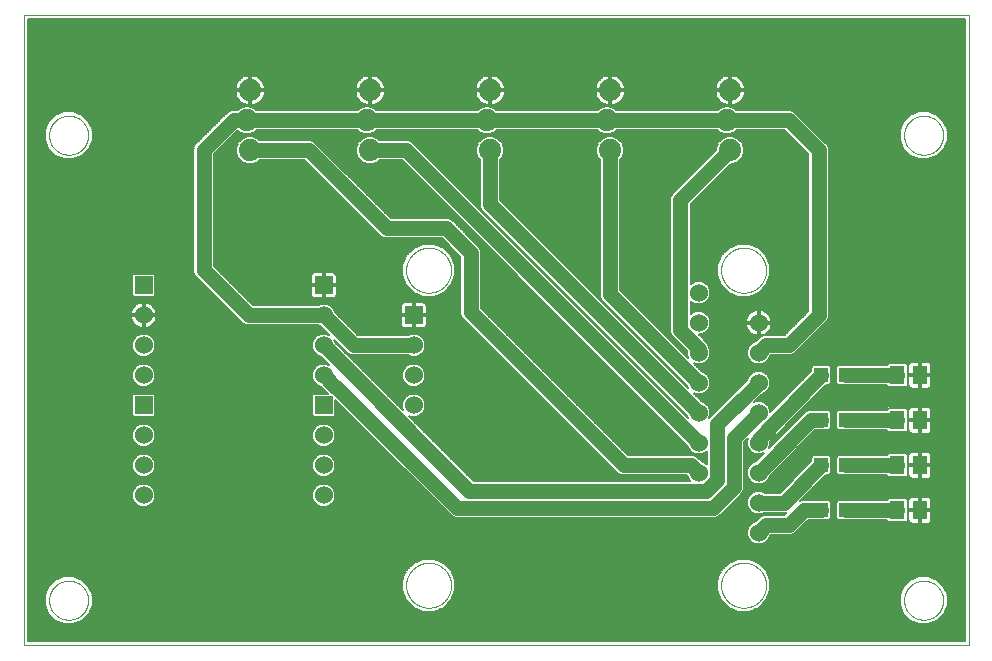
<source format=gtl>
G75*
%MOIN*%
%OFA0B0*%
%FSLAX25Y25*%
%IPPOS*%
%LPD*%
%AMOC8*
5,1,8,0,0,1.08239X$1,22.5*
%
%ADD10C,0.00000*%
%ADD11R,0.06000X0.06000*%
%ADD12C,0.06000*%
%ADD13R,0.04724X0.04724*%
%ADD14R,0.05118X0.06299*%
%ADD15C,0.07400*%
%ADD16C,0.00600*%
%ADD17C,0.05000*%
D10*
X0003333Y0040000D02*
X0003333Y0250000D01*
X0318333Y0250000D01*
X0318333Y0040000D01*
X0003333Y0040000D01*
X0011833Y0055000D02*
X0011835Y0055161D01*
X0011841Y0055321D01*
X0011851Y0055482D01*
X0011865Y0055642D01*
X0011883Y0055802D01*
X0011904Y0055961D01*
X0011930Y0056120D01*
X0011960Y0056278D01*
X0011993Y0056435D01*
X0012031Y0056592D01*
X0012072Y0056747D01*
X0012117Y0056901D01*
X0012166Y0057054D01*
X0012219Y0057206D01*
X0012275Y0057357D01*
X0012336Y0057506D01*
X0012399Y0057654D01*
X0012467Y0057800D01*
X0012538Y0057944D01*
X0012612Y0058086D01*
X0012690Y0058227D01*
X0012772Y0058365D01*
X0012857Y0058502D01*
X0012945Y0058636D01*
X0013037Y0058768D01*
X0013132Y0058898D01*
X0013230Y0059026D01*
X0013331Y0059151D01*
X0013435Y0059273D01*
X0013542Y0059393D01*
X0013652Y0059510D01*
X0013765Y0059625D01*
X0013881Y0059736D01*
X0014000Y0059845D01*
X0014121Y0059950D01*
X0014245Y0060053D01*
X0014371Y0060153D01*
X0014499Y0060249D01*
X0014630Y0060342D01*
X0014764Y0060432D01*
X0014899Y0060519D01*
X0015037Y0060602D01*
X0015176Y0060682D01*
X0015318Y0060758D01*
X0015461Y0060831D01*
X0015606Y0060900D01*
X0015753Y0060966D01*
X0015901Y0061028D01*
X0016051Y0061086D01*
X0016202Y0061141D01*
X0016355Y0061192D01*
X0016509Y0061239D01*
X0016664Y0061282D01*
X0016820Y0061321D01*
X0016976Y0061357D01*
X0017134Y0061388D01*
X0017292Y0061416D01*
X0017451Y0061440D01*
X0017611Y0061460D01*
X0017771Y0061476D01*
X0017931Y0061488D01*
X0018092Y0061496D01*
X0018253Y0061500D01*
X0018413Y0061500D01*
X0018574Y0061496D01*
X0018735Y0061488D01*
X0018895Y0061476D01*
X0019055Y0061460D01*
X0019215Y0061440D01*
X0019374Y0061416D01*
X0019532Y0061388D01*
X0019690Y0061357D01*
X0019846Y0061321D01*
X0020002Y0061282D01*
X0020157Y0061239D01*
X0020311Y0061192D01*
X0020464Y0061141D01*
X0020615Y0061086D01*
X0020765Y0061028D01*
X0020913Y0060966D01*
X0021060Y0060900D01*
X0021205Y0060831D01*
X0021348Y0060758D01*
X0021490Y0060682D01*
X0021629Y0060602D01*
X0021767Y0060519D01*
X0021902Y0060432D01*
X0022036Y0060342D01*
X0022167Y0060249D01*
X0022295Y0060153D01*
X0022421Y0060053D01*
X0022545Y0059950D01*
X0022666Y0059845D01*
X0022785Y0059736D01*
X0022901Y0059625D01*
X0023014Y0059510D01*
X0023124Y0059393D01*
X0023231Y0059273D01*
X0023335Y0059151D01*
X0023436Y0059026D01*
X0023534Y0058898D01*
X0023629Y0058768D01*
X0023721Y0058636D01*
X0023809Y0058502D01*
X0023894Y0058365D01*
X0023976Y0058227D01*
X0024054Y0058086D01*
X0024128Y0057944D01*
X0024199Y0057800D01*
X0024267Y0057654D01*
X0024330Y0057506D01*
X0024391Y0057357D01*
X0024447Y0057206D01*
X0024500Y0057054D01*
X0024549Y0056901D01*
X0024594Y0056747D01*
X0024635Y0056592D01*
X0024673Y0056435D01*
X0024706Y0056278D01*
X0024736Y0056120D01*
X0024762Y0055961D01*
X0024783Y0055802D01*
X0024801Y0055642D01*
X0024815Y0055482D01*
X0024825Y0055321D01*
X0024831Y0055161D01*
X0024833Y0055000D01*
X0024831Y0054839D01*
X0024825Y0054679D01*
X0024815Y0054518D01*
X0024801Y0054358D01*
X0024783Y0054198D01*
X0024762Y0054039D01*
X0024736Y0053880D01*
X0024706Y0053722D01*
X0024673Y0053565D01*
X0024635Y0053408D01*
X0024594Y0053253D01*
X0024549Y0053099D01*
X0024500Y0052946D01*
X0024447Y0052794D01*
X0024391Y0052643D01*
X0024330Y0052494D01*
X0024267Y0052346D01*
X0024199Y0052200D01*
X0024128Y0052056D01*
X0024054Y0051914D01*
X0023976Y0051773D01*
X0023894Y0051635D01*
X0023809Y0051498D01*
X0023721Y0051364D01*
X0023629Y0051232D01*
X0023534Y0051102D01*
X0023436Y0050974D01*
X0023335Y0050849D01*
X0023231Y0050727D01*
X0023124Y0050607D01*
X0023014Y0050490D01*
X0022901Y0050375D01*
X0022785Y0050264D01*
X0022666Y0050155D01*
X0022545Y0050050D01*
X0022421Y0049947D01*
X0022295Y0049847D01*
X0022167Y0049751D01*
X0022036Y0049658D01*
X0021902Y0049568D01*
X0021767Y0049481D01*
X0021629Y0049398D01*
X0021490Y0049318D01*
X0021348Y0049242D01*
X0021205Y0049169D01*
X0021060Y0049100D01*
X0020913Y0049034D01*
X0020765Y0048972D01*
X0020615Y0048914D01*
X0020464Y0048859D01*
X0020311Y0048808D01*
X0020157Y0048761D01*
X0020002Y0048718D01*
X0019846Y0048679D01*
X0019690Y0048643D01*
X0019532Y0048612D01*
X0019374Y0048584D01*
X0019215Y0048560D01*
X0019055Y0048540D01*
X0018895Y0048524D01*
X0018735Y0048512D01*
X0018574Y0048504D01*
X0018413Y0048500D01*
X0018253Y0048500D01*
X0018092Y0048504D01*
X0017931Y0048512D01*
X0017771Y0048524D01*
X0017611Y0048540D01*
X0017451Y0048560D01*
X0017292Y0048584D01*
X0017134Y0048612D01*
X0016976Y0048643D01*
X0016820Y0048679D01*
X0016664Y0048718D01*
X0016509Y0048761D01*
X0016355Y0048808D01*
X0016202Y0048859D01*
X0016051Y0048914D01*
X0015901Y0048972D01*
X0015753Y0049034D01*
X0015606Y0049100D01*
X0015461Y0049169D01*
X0015318Y0049242D01*
X0015176Y0049318D01*
X0015037Y0049398D01*
X0014899Y0049481D01*
X0014764Y0049568D01*
X0014630Y0049658D01*
X0014499Y0049751D01*
X0014371Y0049847D01*
X0014245Y0049947D01*
X0014121Y0050050D01*
X0014000Y0050155D01*
X0013881Y0050264D01*
X0013765Y0050375D01*
X0013652Y0050490D01*
X0013542Y0050607D01*
X0013435Y0050727D01*
X0013331Y0050849D01*
X0013230Y0050974D01*
X0013132Y0051102D01*
X0013037Y0051232D01*
X0012945Y0051364D01*
X0012857Y0051498D01*
X0012772Y0051635D01*
X0012690Y0051773D01*
X0012612Y0051914D01*
X0012538Y0052056D01*
X0012467Y0052200D01*
X0012399Y0052346D01*
X0012336Y0052494D01*
X0012275Y0052643D01*
X0012219Y0052794D01*
X0012166Y0052946D01*
X0012117Y0053099D01*
X0012072Y0053253D01*
X0012031Y0053408D01*
X0011993Y0053565D01*
X0011960Y0053722D01*
X0011930Y0053880D01*
X0011904Y0054039D01*
X0011883Y0054198D01*
X0011865Y0054358D01*
X0011851Y0054518D01*
X0011841Y0054679D01*
X0011835Y0054839D01*
X0011833Y0055000D01*
X0130833Y0060000D02*
X0130835Y0060184D01*
X0130842Y0060368D01*
X0130853Y0060552D01*
X0130869Y0060735D01*
X0130889Y0060918D01*
X0130914Y0061100D01*
X0130943Y0061282D01*
X0130977Y0061463D01*
X0131015Y0061643D01*
X0131058Y0061822D01*
X0131105Y0062000D01*
X0131156Y0062177D01*
X0131212Y0062353D01*
X0131271Y0062527D01*
X0131336Y0062699D01*
X0131404Y0062870D01*
X0131476Y0063039D01*
X0131553Y0063207D01*
X0131634Y0063372D01*
X0131719Y0063535D01*
X0131807Y0063697D01*
X0131900Y0063856D01*
X0131997Y0064012D01*
X0132097Y0064167D01*
X0132201Y0064319D01*
X0132309Y0064468D01*
X0132420Y0064614D01*
X0132535Y0064758D01*
X0132654Y0064899D01*
X0132776Y0065037D01*
X0132901Y0065172D01*
X0133030Y0065303D01*
X0133161Y0065432D01*
X0133296Y0065557D01*
X0133434Y0065679D01*
X0133575Y0065798D01*
X0133719Y0065913D01*
X0133865Y0066024D01*
X0134014Y0066132D01*
X0134166Y0066236D01*
X0134321Y0066336D01*
X0134477Y0066433D01*
X0134636Y0066526D01*
X0134798Y0066614D01*
X0134961Y0066699D01*
X0135126Y0066780D01*
X0135294Y0066857D01*
X0135463Y0066929D01*
X0135634Y0066997D01*
X0135806Y0067062D01*
X0135980Y0067121D01*
X0136156Y0067177D01*
X0136333Y0067228D01*
X0136511Y0067275D01*
X0136690Y0067318D01*
X0136870Y0067356D01*
X0137051Y0067390D01*
X0137233Y0067419D01*
X0137415Y0067444D01*
X0137598Y0067464D01*
X0137781Y0067480D01*
X0137965Y0067491D01*
X0138149Y0067498D01*
X0138333Y0067500D01*
X0138517Y0067498D01*
X0138701Y0067491D01*
X0138885Y0067480D01*
X0139068Y0067464D01*
X0139251Y0067444D01*
X0139433Y0067419D01*
X0139615Y0067390D01*
X0139796Y0067356D01*
X0139976Y0067318D01*
X0140155Y0067275D01*
X0140333Y0067228D01*
X0140510Y0067177D01*
X0140686Y0067121D01*
X0140860Y0067062D01*
X0141032Y0066997D01*
X0141203Y0066929D01*
X0141372Y0066857D01*
X0141540Y0066780D01*
X0141705Y0066699D01*
X0141868Y0066614D01*
X0142030Y0066526D01*
X0142189Y0066433D01*
X0142345Y0066336D01*
X0142500Y0066236D01*
X0142652Y0066132D01*
X0142801Y0066024D01*
X0142947Y0065913D01*
X0143091Y0065798D01*
X0143232Y0065679D01*
X0143370Y0065557D01*
X0143505Y0065432D01*
X0143636Y0065303D01*
X0143765Y0065172D01*
X0143890Y0065037D01*
X0144012Y0064899D01*
X0144131Y0064758D01*
X0144246Y0064614D01*
X0144357Y0064468D01*
X0144465Y0064319D01*
X0144569Y0064167D01*
X0144669Y0064012D01*
X0144766Y0063856D01*
X0144859Y0063697D01*
X0144947Y0063535D01*
X0145032Y0063372D01*
X0145113Y0063207D01*
X0145190Y0063039D01*
X0145262Y0062870D01*
X0145330Y0062699D01*
X0145395Y0062527D01*
X0145454Y0062353D01*
X0145510Y0062177D01*
X0145561Y0062000D01*
X0145608Y0061822D01*
X0145651Y0061643D01*
X0145689Y0061463D01*
X0145723Y0061282D01*
X0145752Y0061100D01*
X0145777Y0060918D01*
X0145797Y0060735D01*
X0145813Y0060552D01*
X0145824Y0060368D01*
X0145831Y0060184D01*
X0145833Y0060000D01*
X0145831Y0059816D01*
X0145824Y0059632D01*
X0145813Y0059448D01*
X0145797Y0059265D01*
X0145777Y0059082D01*
X0145752Y0058900D01*
X0145723Y0058718D01*
X0145689Y0058537D01*
X0145651Y0058357D01*
X0145608Y0058178D01*
X0145561Y0058000D01*
X0145510Y0057823D01*
X0145454Y0057647D01*
X0145395Y0057473D01*
X0145330Y0057301D01*
X0145262Y0057130D01*
X0145190Y0056961D01*
X0145113Y0056793D01*
X0145032Y0056628D01*
X0144947Y0056465D01*
X0144859Y0056303D01*
X0144766Y0056144D01*
X0144669Y0055988D01*
X0144569Y0055833D01*
X0144465Y0055681D01*
X0144357Y0055532D01*
X0144246Y0055386D01*
X0144131Y0055242D01*
X0144012Y0055101D01*
X0143890Y0054963D01*
X0143765Y0054828D01*
X0143636Y0054697D01*
X0143505Y0054568D01*
X0143370Y0054443D01*
X0143232Y0054321D01*
X0143091Y0054202D01*
X0142947Y0054087D01*
X0142801Y0053976D01*
X0142652Y0053868D01*
X0142500Y0053764D01*
X0142345Y0053664D01*
X0142189Y0053567D01*
X0142030Y0053474D01*
X0141868Y0053386D01*
X0141705Y0053301D01*
X0141540Y0053220D01*
X0141372Y0053143D01*
X0141203Y0053071D01*
X0141032Y0053003D01*
X0140860Y0052938D01*
X0140686Y0052879D01*
X0140510Y0052823D01*
X0140333Y0052772D01*
X0140155Y0052725D01*
X0139976Y0052682D01*
X0139796Y0052644D01*
X0139615Y0052610D01*
X0139433Y0052581D01*
X0139251Y0052556D01*
X0139068Y0052536D01*
X0138885Y0052520D01*
X0138701Y0052509D01*
X0138517Y0052502D01*
X0138333Y0052500D01*
X0138149Y0052502D01*
X0137965Y0052509D01*
X0137781Y0052520D01*
X0137598Y0052536D01*
X0137415Y0052556D01*
X0137233Y0052581D01*
X0137051Y0052610D01*
X0136870Y0052644D01*
X0136690Y0052682D01*
X0136511Y0052725D01*
X0136333Y0052772D01*
X0136156Y0052823D01*
X0135980Y0052879D01*
X0135806Y0052938D01*
X0135634Y0053003D01*
X0135463Y0053071D01*
X0135294Y0053143D01*
X0135126Y0053220D01*
X0134961Y0053301D01*
X0134798Y0053386D01*
X0134636Y0053474D01*
X0134477Y0053567D01*
X0134321Y0053664D01*
X0134166Y0053764D01*
X0134014Y0053868D01*
X0133865Y0053976D01*
X0133719Y0054087D01*
X0133575Y0054202D01*
X0133434Y0054321D01*
X0133296Y0054443D01*
X0133161Y0054568D01*
X0133030Y0054697D01*
X0132901Y0054828D01*
X0132776Y0054963D01*
X0132654Y0055101D01*
X0132535Y0055242D01*
X0132420Y0055386D01*
X0132309Y0055532D01*
X0132201Y0055681D01*
X0132097Y0055833D01*
X0131997Y0055988D01*
X0131900Y0056144D01*
X0131807Y0056303D01*
X0131719Y0056465D01*
X0131634Y0056628D01*
X0131553Y0056793D01*
X0131476Y0056961D01*
X0131404Y0057130D01*
X0131336Y0057301D01*
X0131271Y0057473D01*
X0131212Y0057647D01*
X0131156Y0057823D01*
X0131105Y0058000D01*
X0131058Y0058178D01*
X0131015Y0058357D01*
X0130977Y0058537D01*
X0130943Y0058718D01*
X0130914Y0058900D01*
X0130889Y0059082D01*
X0130869Y0059265D01*
X0130853Y0059448D01*
X0130842Y0059632D01*
X0130835Y0059816D01*
X0130833Y0060000D01*
X0235833Y0060000D02*
X0235835Y0060184D01*
X0235842Y0060368D01*
X0235853Y0060552D01*
X0235869Y0060735D01*
X0235889Y0060918D01*
X0235914Y0061100D01*
X0235943Y0061282D01*
X0235977Y0061463D01*
X0236015Y0061643D01*
X0236058Y0061822D01*
X0236105Y0062000D01*
X0236156Y0062177D01*
X0236212Y0062353D01*
X0236271Y0062527D01*
X0236336Y0062699D01*
X0236404Y0062870D01*
X0236476Y0063039D01*
X0236553Y0063207D01*
X0236634Y0063372D01*
X0236719Y0063535D01*
X0236807Y0063697D01*
X0236900Y0063856D01*
X0236997Y0064012D01*
X0237097Y0064167D01*
X0237201Y0064319D01*
X0237309Y0064468D01*
X0237420Y0064614D01*
X0237535Y0064758D01*
X0237654Y0064899D01*
X0237776Y0065037D01*
X0237901Y0065172D01*
X0238030Y0065303D01*
X0238161Y0065432D01*
X0238296Y0065557D01*
X0238434Y0065679D01*
X0238575Y0065798D01*
X0238719Y0065913D01*
X0238865Y0066024D01*
X0239014Y0066132D01*
X0239166Y0066236D01*
X0239321Y0066336D01*
X0239477Y0066433D01*
X0239636Y0066526D01*
X0239798Y0066614D01*
X0239961Y0066699D01*
X0240126Y0066780D01*
X0240294Y0066857D01*
X0240463Y0066929D01*
X0240634Y0066997D01*
X0240806Y0067062D01*
X0240980Y0067121D01*
X0241156Y0067177D01*
X0241333Y0067228D01*
X0241511Y0067275D01*
X0241690Y0067318D01*
X0241870Y0067356D01*
X0242051Y0067390D01*
X0242233Y0067419D01*
X0242415Y0067444D01*
X0242598Y0067464D01*
X0242781Y0067480D01*
X0242965Y0067491D01*
X0243149Y0067498D01*
X0243333Y0067500D01*
X0243517Y0067498D01*
X0243701Y0067491D01*
X0243885Y0067480D01*
X0244068Y0067464D01*
X0244251Y0067444D01*
X0244433Y0067419D01*
X0244615Y0067390D01*
X0244796Y0067356D01*
X0244976Y0067318D01*
X0245155Y0067275D01*
X0245333Y0067228D01*
X0245510Y0067177D01*
X0245686Y0067121D01*
X0245860Y0067062D01*
X0246032Y0066997D01*
X0246203Y0066929D01*
X0246372Y0066857D01*
X0246540Y0066780D01*
X0246705Y0066699D01*
X0246868Y0066614D01*
X0247030Y0066526D01*
X0247189Y0066433D01*
X0247345Y0066336D01*
X0247500Y0066236D01*
X0247652Y0066132D01*
X0247801Y0066024D01*
X0247947Y0065913D01*
X0248091Y0065798D01*
X0248232Y0065679D01*
X0248370Y0065557D01*
X0248505Y0065432D01*
X0248636Y0065303D01*
X0248765Y0065172D01*
X0248890Y0065037D01*
X0249012Y0064899D01*
X0249131Y0064758D01*
X0249246Y0064614D01*
X0249357Y0064468D01*
X0249465Y0064319D01*
X0249569Y0064167D01*
X0249669Y0064012D01*
X0249766Y0063856D01*
X0249859Y0063697D01*
X0249947Y0063535D01*
X0250032Y0063372D01*
X0250113Y0063207D01*
X0250190Y0063039D01*
X0250262Y0062870D01*
X0250330Y0062699D01*
X0250395Y0062527D01*
X0250454Y0062353D01*
X0250510Y0062177D01*
X0250561Y0062000D01*
X0250608Y0061822D01*
X0250651Y0061643D01*
X0250689Y0061463D01*
X0250723Y0061282D01*
X0250752Y0061100D01*
X0250777Y0060918D01*
X0250797Y0060735D01*
X0250813Y0060552D01*
X0250824Y0060368D01*
X0250831Y0060184D01*
X0250833Y0060000D01*
X0250831Y0059816D01*
X0250824Y0059632D01*
X0250813Y0059448D01*
X0250797Y0059265D01*
X0250777Y0059082D01*
X0250752Y0058900D01*
X0250723Y0058718D01*
X0250689Y0058537D01*
X0250651Y0058357D01*
X0250608Y0058178D01*
X0250561Y0058000D01*
X0250510Y0057823D01*
X0250454Y0057647D01*
X0250395Y0057473D01*
X0250330Y0057301D01*
X0250262Y0057130D01*
X0250190Y0056961D01*
X0250113Y0056793D01*
X0250032Y0056628D01*
X0249947Y0056465D01*
X0249859Y0056303D01*
X0249766Y0056144D01*
X0249669Y0055988D01*
X0249569Y0055833D01*
X0249465Y0055681D01*
X0249357Y0055532D01*
X0249246Y0055386D01*
X0249131Y0055242D01*
X0249012Y0055101D01*
X0248890Y0054963D01*
X0248765Y0054828D01*
X0248636Y0054697D01*
X0248505Y0054568D01*
X0248370Y0054443D01*
X0248232Y0054321D01*
X0248091Y0054202D01*
X0247947Y0054087D01*
X0247801Y0053976D01*
X0247652Y0053868D01*
X0247500Y0053764D01*
X0247345Y0053664D01*
X0247189Y0053567D01*
X0247030Y0053474D01*
X0246868Y0053386D01*
X0246705Y0053301D01*
X0246540Y0053220D01*
X0246372Y0053143D01*
X0246203Y0053071D01*
X0246032Y0053003D01*
X0245860Y0052938D01*
X0245686Y0052879D01*
X0245510Y0052823D01*
X0245333Y0052772D01*
X0245155Y0052725D01*
X0244976Y0052682D01*
X0244796Y0052644D01*
X0244615Y0052610D01*
X0244433Y0052581D01*
X0244251Y0052556D01*
X0244068Y0052536D01*
X0243885Y0052520D01*
X0243701Y0052509D01*
X0243517Y0052502D01*
X0243333Y0052500D01*
X0243149Y0052502D01*
X0242965Y0052509D01*
X0242781Y0052520D01*
X0242598Y0052536D01*
X0242415Y0052556D01*
X0242233Y0052581D01*
X0242051Y0052610D01*
X0241870Y0052644D01*
X0241690Y0052682D01*
X0241511Y0052725D01*
X0241333Y0052772D01*
X0241156Y0052823D01*
X0240980Y0052879D01*
X0240806Y0052938D01*
X0240634Y0053003D01*
X0240463Y0053071D01*
X0240294Y0053143D01*
X0240126Y0053220D01*
X0239961Y0053301D01*
X0239798Y0053386D01*
X0239636Y0053474D01*
X0239477Y0053567D01*
X0239321Y0053664D01*
X0239166Y0053764D01*
X0239014Y0053868D01*
X0238865Y0053976D01*
X0238719Y0054087D01*
X0238575Y0054202D01*
X0238434Y0054321D01*
X0238296Y0054443D01*
X0238161Y0054568D01*
X0238030Y0054697D01*
X0237901Y0054828D01*
X0237776Y0054963D01*
X0237654Y0055101D01*
X0237535Y0055242D01*
X0237420Y0055386D01*
X0237309Y0055532D01*
X0237201Y0055681D01*
X0237097Y0055833D01*
X0236997Y0055988D01*
X0236900Y0056144D01*
X0236807Y0056303D01*
X0236719Y0056465D01*
X0236634Y0056628D01*
X0236553Y0056793D01*
X0236476Y0056961D01*
X0236404Y0057130D01*
X0236336Y0057301D01*
X0236271Y0057473D01*
X0236212Y0057647D01*
X0236156Y0057823D01*
X0236105Y0058000D01*
X0236058Y0058178D01*
X0236015Y0058357D01*
X0235977Y0058537D01*
X0235943Y0058718D01*
X0235914Y0058900D01*
X0235889Y0059082D01*
X0235869Y0059265D01*
X0235853Y0059448D01*
X0235842Y0059632D01*
X0235835Y0059816D01*
X0235833Y0060000D01*
X0296833Y0055000D02*
X0296835Y0055161D01*
X0296841Y0055321D01*
X0296851Y0055482D01*
X0296865Y0055642D01*
X0296883Y0055802D01*
X0296904Y0055961D01*
X0296930Y0056120D01*
X0296960Y0056278D01*
X0296993Y0056435D01*
X0297031Y0056592D01*
X0297072Y0056747D01*
X0297117Y0056901D01*
X0297166Y0057054D01*
X0297219Y0057206D01*
X0297275Y0057357D01*
X0297336Y0057506D01*
X0297399Y0057654D01*
X0297467Y0057800D01*
X0297538Y0057944D01*
X0297612Y0058086D01*
X0297690Y0058227D01*
X0297772Y0058365D01*
X0297857Y0058502D01*
X0297945Y0058636D01*
X0298037Y0058768D01*
X0298132Y0058898D01*
X0298230Y0059026D01*
X0298331Y0059151D01*
X0298435Y0059273D01*
X0298542Y0059393D01*
X0298652Y0059510D01*
X0298765Y0059625D01*
X0298881Y0059736D01*
X0299000Y0059845D01*
X0299121Y0059950D01*
X0299245Y0060053D01*
X0299371Y0060153D01*
X0299499Y0060249D01*
X0299630Y0060342D01*
X0299764Y0060432D01*
X0299899Y0060519D01*
X0300037Y0060602D01*
X0300176Y0060682D01*
X0300318Y0060758D01*
X0300461Y0060831D01*
X0300606Y0060900D01*
X0300753Y0060966D01*
X0300901Y0061028D01*
X0301051Y0061086D01*
X0301202Y0061141D01*
X0301355Y0061192D01*
X0301509Y0061239D01*
X0301664Y0061282D01*
X0301820Y0061321D01*
X0301976Y0061357D01*
X0302134Y0061388D01*
X0302292Y0061416D01*
X0302451Y0061440D01*
X0302611Y0061460D01*
X0302771Y0061476D01*
X0302931Y0061488D01*
X0303092Y0061496D01*
X0303253Y0061500D01*
X0303413Y0061500D01*
X0303574Y0061496D01*
X0303735Y0061488D01*
X0303895Y0061476D01*
X0304055Y0061460D01*
X0304215Y0061440D01*
X0304374Y0061416D01*
X0304532Y0061388D01*
X0304690Y0061357D01*
X0304846Y0061321D01*
X0305002Y0061282D01*
X0305157Y0061239D01*
X0305311Y0061192D01*
X0305464Y0061141D01*
X0305615Y0061086D01*
X0305765Y0061028D01*
X0305913Y0060966D01*
X0306060Y0060900D01*
X0306205Y0060831D01*
X0306348Y0060758D01*
X0306490Y0060682D01*
X0306629Y0060602D01*
X0306767Y0060519D01*
X0306902Y0060432D01*
X0307036Y0060342D01*
X0307167Y0060249D01*
X0307295Y0060153D01*
X0307421Y0060053D01*
X0307545Y0059950D01*
X0307666Y0059845D01*
X0307785Y0059736D01*
X0307901Y0059625D01*
X0308014Y0059510D01*
X0308124Y0059393D01*
X0308231Y0059273D01*
X0308335Y0059151D01*
X0308436Y0059026D01*
X0308534Y0058898D01*
X0308629Y0058768D01*
X0308721Y0058636D01*
X0308809Y0058502D01*
X0308894Y0058365D01*
X0308976Y0058227D01*
X0309054Y0058086D01*
X0309128Y0057944D01*
X0309199Y0057800D01*
X0309267Y0057654D01*
X0309330Y0057506D01*
X0309391Y0057357D01*
X0309447Y0057206D01*
X0309500Y0057054D01*
X0309549Y0056901D01*
X0309594Y0056747D01*
X0309635Y0056592D01*
X0309673Y0056435D01*
X0309706Y0056278D01*
X0309736Y0056120D01*
X0309762Y0055961D01*
X0309783Y0055802D01*
X0309801Y0055642D01*
X0309815Y0055482D01*
X0309825Y0055321D01*
X0309831Y0055161D01*
X0309833Y0055000D01*
X0309831Y0054839D01*
X0309825Y0054679D01*
X0309815Y0054518D01*
X0309801Y0054358D01*
X0309783Y0054198D01*
X0309762Y0054039D01*
X0309736Y0053880D01*
X0309706Y0053722D01*
X0309673Y0053565D01*
X0309635Y0053408D01*
X0309594Y0053253D01*
X0309549Y0053099D01*
X0309500Y0052946D01*
X0309447Y0052794D01*
X0309391Y0052643D01*
X0309330Y0052494D01*
X0309267Y0052346D01*
X0309199Y0052200D01*
X0309128Y0052056D01*
X0309054Y0051914D01*
X0308976Y0051773D01*
X0308894Y0051635D01*
X0308809Y0051498D01*
X0308721Y0051364D01*
X0308629Y0051232D01*
X0308534Y0051102D01*
X0308436Y0050974D01*
X0308335Y0050849D01*
X0308231Y0050727D01*
X0308124Y0050607D01*
X0308014Y0050490D01*
X0307901Y0050375D01*
X0307785Y0050264D01*
X0307666Y0050155D01*
X0307545Y0050050D01*
X0307421Y0049947D01*
X0307295Y0049847D01*
X0307167Y0049751D01*
X0307036Y0049658D01*
X0306902Y0049568D01*
X0306767Y0049481D01*
X0306629Y0049398D01*
X0306490Y0049318D01*
X0306348Y0049242D01*
X0306205Y0049169D01*
X0306060Y0049100D01*
X0305913Y0049034D01*
X0305765Y0048972D01*
X0305615Y0048914D01*
X0305464Y0048859D01*
X0305311Y0048808D01*
X0305157Y0048761D01*
X0305002Y0048718D01*
X0304846Y0048679D01*
X0304690Y0048643D01*
X0304532Y0048612D01*
X0304374Y0048584D01*
X0304215Y0048560D01*
X0304055Y0048540D01*
X0303895Y0048524D01*
X0303735Y0048512D01*
X0303574Y0048504D01*
X0303413Y0048500D01*
X0303253Y0048500D01*
X0303092Y0048504D01*
X0302931Y0048512D01*
X0302771Y0048524D01*
X0302611Y0048540D01*
X0302451Y0048560D01*
X0302292Y0048584D01*
X0302134Y0048612D01*
X0301976Y0048643D01*
X0301820Y0048679D01*
X0301664Y0048718D01*
X0301509Y0048761D01*
X0301355Y0048808D01*
X0301202Y0048859D01*
X0301051Y0048914D01*
X0300901Y0048972D01*
X0300753Y0049034D01*
X0300606Y0049100D01*
X0300461Y0049169D01*
X0300318Y0049242D01*
X0300176Y0049318D01*
X0300037Y0049398D01*
X0299899Y0049481D01*
X0299764Y0049568D01*
X0299630Y0049658D01*
X0299499Y0049751D01*
X0299371Y0049847D01*
X0299245Y0049947D01*
X0299121Y0050050D01*
X0299000Y0050155D01*
X0298881Y0050264D01*
X0298765Y0050375D01*
X0298652Y0050490D01*
X0298542Y0050607D01*
X0298435Y0050727D01*
X0298331Y0050849D01*
X0298230Y0050974D01*
X0298132Y0051102D01*
X0298037Y0051232D01*
X0297945Y0051364D01*
X0297857Y0051498D01*
X0297772Y0051635D01*
X0297690Y0051773D01*
X0297612Y0051914D01*
X0297538Y0052056D01*
X0297467Y0052200D01*
X0297399Y0052346D01*
X0297336Y0052494D01*
X0297275Y0052643D01*
X0297219Y0052794D01*
X0297166Y0052946D01*
X0297117Y0053099D01*
X0297072Y0053253D01*
X0297031Y0053408D01*
X0296993Y0053565D01*
X0296960Y0053722D01*
X0296930Y0053880D01*
X0296904Y0054039D01*
X0296883Y0054198D01*
X0296865Y0054358D01*
X0296851Y0054518D01*
X0296841Y0054679D01*
X0296835Y0054839D01*
X0296833Y0055000D01*
X0235833Y0165000D02*
X0235835Y0165184D01*
X0235842Y0165368D01*
X0235853Y0165552D01*
X0235869Y0165735D01*
X0235889Y0165918D01*
X0235914Y0166100D01*
X0235943Y0166282D01*
X0235977Y0166463D01*
X0236015Y0166643D01*
X0236058Y0166822D01*
X0236105Y0167000D01*
X0236156Y0167177D01*
X0236212Y0167353D01*
X0236271Y0167527D01*
X0236336Y0167699D01*
X0236404Y0167870D01*
X0236476Y0168039D01*
X0236553Y0168207D01*
X0236634Y0168372D01*
X0236719Y0168535D01*
X0236807Y0168697D01*
X0236900Y0168856D01*
X0236997Y0169012D01*
X0237097Y0169167D01*
X0237201Y0169319D01*
X0237309Y0169468D01*
X0237420Y0169614D01*
X0237535Y0169758D01*
X0237654Y0169899D01*
X0237776Y0170037D01*
X0237901Y0170172D01*
X0238030Y0170303D01*
X0238161Y0170432D01*
X0238296Y0170557D01*
X0238434Y0170679D01*
X0238575Y0170798D01*
X0238719Y0170913D01*
X0238865Y0171024D01*
X0239014Y0171132D01*
X0239166Y0171236D01*
X0239321Y0171336D01*
X0239477Y0171433D01*
X0239636Y0171526D01*
X0239798Y0171614D01*
X0239961Y0171699D01*
X0240126Y0171780D01*
X0240294Y0171857D01*
X0240463Y0171929D01*
X0240634Y0171997D01*
X0240806Y0172062D01*
X0240980Y0172121D01*
X0241156Y0172177D01*
X0241333Y0172228D01*
X0241511Y0172275D01*
X0241690Y0172318D01*
X0241870Y0172356D01*
X0242051Y0172390D01*
X0242233Y0172419D01*
X0242415Y0172444D01*
X0242598Y0172464D01*
X0242781Y0172480D01*
X0242965Y0172491D01*
X0243149Y0172498D01*
X0243333Y0172500D01*
X0243517Y0172498D01*
X0243701Y0172491D01*
X0243885Y0172480D01*
X0244068Y0172464D01*
X0244251Y0172444D01*
X0244433Y0172419D01*
X0244615Y0172390D01*
X0244796Y0172356D01*
X0244976Y0172318D01*
X0245155Y0172275D01*
X0245333Y0172228D01*
X0245510Y0172177D01*
X0245686Y0172121D01*
X0245860Y0172062D01*
X0246032Y0171997D01*
X0246203Y0171929D01*
X0246372Y0171857D01*
X0246540Y0171780D01*
X0246705Y0171699D01*
X0246868Y0171614D01*
X0247030Y0171526D01*
X0247189Y0171433D01*
X0247345Y0171336D01*
X0247500Y0171236D01*
X0247652Y0171132D01*
X0247801Y0171024D01*
X0247947Y0170913D01*
X0248091Y0170798D01*
X0248232Y0170679D01*
X0248370Y0170557D01*
X0248505Y0170432D01*
X0248636Y0170303D01*
X0248765Y0170172D01*
X0248890Y0170037D01*
X0249012Y0169899D01*
X0249131Y0169758D01*
X0249246Y0169614D01*
X0249357Y0169468D01*
X0249465Y0169319D01*
X0249569Y0169167D01*
X0249669Y0169012D01*
X0249766Y0168856D01*
X0249859Y0168697D01*
X0249947Y0168535D01*
X0250032Y0168372D01*
X0250113Y0168207D01*
X0250190Y0168039D01*
X0250262Y0167870D01*
X0250330Y0167699D01*
X0250395Y0167527D01*
X0250454Y0167353D01*
X0250510Y0167177D01*
X0250561Y0167000D01*
X0250608Y0166822D01*
X0250651Y0166643D01*
X0250689Y0166463D01*
X0250723Y0166282D01*
X0250752Y0166100D01*
X0250777Y0165918D01*
X0250797Y0165735D01*
X0250813Y0165552D01*
X0250824Y0165368D01*
X0250831Y0165184D01*
X0250833Y0165000D01*
X0250831Y0164816D01*
X0250824Y0164632D01*
X0250813Y0164448D01*
X0250797Y0164265D01*
X0250777Y0164082D01*
X0250752Y0163900D01*
X0250723Y0163718D01*
X0250689Y0163537D01*
X0250651Y0163357D01*
X0250608Y0163178D01*
X0250561Y0163000D01*
X0250510Y0162823D01*
X0250454Y0162647D01*
X0250395Y0162473D01*
X0250330Y0162301D01*
X0250262Y0162130D01*
X0250190Y0161961D01*
X0250113Y0161793D01*
X0250032Y0161628D01*
X0249947Y0161465D01*
X0249859Y0161303D01*
X0249766Y0161144D01*
X0249669Y0160988D01*
X0249569Y0160833D01*
X0249465Y0160681D01*
X0249357Y0160532D01*
X0249246Y0160386D01*
X0249131Y0160242D01*
X0249012Y0160101D01*
X0248890Y0159963D01*
X0248765Y0159828D01*
X0248636Y0159697D01*
X0248505Y0159568D01*
X0248370Y0159443D01*
X0248232Y0159321D01*
X0248091Y0159202D01*
X0247947Y0159087D01*
X0247801Y0158976D01*
X0247652Y0158868D01*
X0247500Y0158764D01*
X0247345Y0158664D01*
X0247189Y0158567D01*
X0247030Y0158474D01*
X0246868Y0158386D01*
X0246705Y0158301D01*
X0246540Y0158220D01*
X0246372Y0158143D01*
X0246203Y0158071D01*
X0246032Y0158003D01*
X0245860Y0157938D01*
X0245686Y0157879D01*
X0245510Y0157823D01*
X0245333Y0157772D01*
X0245155Y0157725D01*
X0244976Y0157682D01*
X0244796Y0157644D01*
X0244615Y0157610D01*
X0244433Y0157581D01*
X0244251Y0157556D01*
X0244068Y0157536D01*
X0243885Y0157520D01*
X0243701Y0157509D01*
X0243517Y0157502D01*
X0243333Y0157500D01*
X0243149Y0157502D01*
X0242965Y0157509D01*
X0242781Y0157520D01*
X0242598Y0157536D01*
X0242415Y0157556D01*
X0242233Y0157581D01*
X0242051Y0157610D01*
X0241870Y0157644D01*
X0241690Y0157682D01*
X0241511Y0157725D01*
X0241333Y0157772D01*
X0241156Y0157823D01*
X0240980Y0157879D01*
X0240806Y0157938D01*
X0240634Y0158003D01*
X0240463Y0158071D01*
X0240294Y0158143D01*
X0240126Y0158220D01*
X0239961Y0158301D01*
X0239798Y0158386D01*
X0239636Y0158474D01*
X0239477Y0158567D01*
X0239321Y0158664D01*
X0239166Y0158764D01*
X0239014Y0158868D01*
X0238865Y0158976D01*
X0238719Y0159087D01*
X0238575Y0159202D01*
X0238434Y0159321D01*
X0238296Y0159443D01*
X0238161Y0159568D01*
X0238030Y0159697D01*
X0237901Y0159828D01*
X0237776Y0159963D01*
X0237654Y0160101D01*
X0237535Y0160242D01*
X0237420Y0160386D01*
X0237309Y0160532D01*
X0237201Y0160681D01*
X0237097Y0160833D01*
X0236997Y0160988D01*
X0236900Y0161144D01*
X0236807Y0161303D01*
X0236719Y0161465D01*
X0236634Y0161628D01*
X0236553Y0161793D01*
X0236476Y0161961D01*
X0236404Y0162130D01*
X0236336Y0162301D01*
X0236271Y0162473D01*
X0236212Y0162647D01*
X0236156Y0162823D01*
X0236105Y0163000D01*
X0236058Y0163178D01*
X0236015Y0163357D01*
X0235977Y0163537D01*
X0235943Y0163718D01*
X0235914Y0163900D01*
X0235889Y0164082D01*
X0235869Y0164265D01*
X0235853Y0164448D01*
X0235842Y0164632D01*
X0235835Y0164816D01*
X0235833Y0165000D01*
X0296833Y0210000D02*
X0296835Y0210161D01*
X0296841Y0210321D01*
X0296851Y0210482D01*
X0296865Y0210642D01*
X0296883Y0210802D01*
X0296904Y0210961D01*
X0296930Y0211120D01*
X0296960Y0211278D01*
X0296993Y0211435D01*
X0297031Y0211592D01*
X0297072Y0211747D01*
X0297117Y0211901D01*
X0297166Y0212054D01*
X0297219Y0212206D01*
X0297275Y0212357D01*
X0297336Y0212506D01*
X0297399Y0212654D01*
X0297467Y0212800D01*
X0297538Y0212944D01*
X0297612Y0213086D01*
X0297690Y0213227D01*
X0297772Y0213365D01*
X0297857Y0213502D01*
X0297945Y0213636D01*
X0298037Y0213768D01*
X0298132Y0213898D01*
X0298230Y0214026D01*
X0298331Y0214151D01*
X0298435Y0214273D01*
X0298542Y0214393D01*
X0298652Y0214510D01*
X0298765Y0214625D01*
X0298881Y0214736D01*
X0299000Y0214845D01*
X0299121Y0214950D01*
X0299245Y0215053D01*
X0299371Y0215153D01*
X0299499Y0215249D01*
X0299630Y0215342D01*
X0299764Y0215432D01*
X0299899Y0215519D01*
X0300037Y0215602D01*
X0300176Y0215682D01*
X0300318Y0215758D01*
X0300461Y0215831D01*
X0300606Y0215900D01*
X0300753Y0215966D01*
X0300901Y0216028D01*
X0301051Y0216086D01*
X0301202Y0216141D01*
X0301355Y0216192D01*
X0301509Y0216239D01*
X0301664Y0216282D01*
X0301820Y0216321D01*
X0301976Y0216357D01*
X0302134Y0216388D01*
X0302292Y0216416D01*
X0302451Y0216440D01*
X0302611Y0216460D01*
X0302771Y0216476D01*
X0302931Y0216488D01*
X0303092Y0216496D01*
X0303253Y0216500D01*
X0303413Y0216500D01*
X0303574Y0216496D01*
X0303735Y0216488D01*
X0303895Y0216476D01*
X0304055Y0216460D01*
X0304215Y0216440D01*
X0304374Y0216416D01*
X0304532Y0216388D01*
X0304690Y0216357D01*
X0304846Y0216321D01*
X0305002Y0216282D01*
X0305157Y0216239D01*
X0305311Y0216192D01*
X0305464Y0216141D01*
X0305615Y0216086D01*
X0305765Y0216028D01*
X0305913Y0215966D01*
X0306060Y0215900D01*
X0306205Y0215831D01*
X0306348Y0215758D01*
X0306490Y0215682D01*
X0306629Y0215602D01*
X0306767Y0215519D01*
X0306902Y0215432D01*
X0307036Y0215342D01*
X0307167Y0215249D01*
X0307295Y0215153D01*
X0307421Y0215053D01*
X0307545Y0214950D01*
X0307666Y0214845D01*
X0307785Y0214736D01*
X0307901Y0214625D01*
X0308014Y0214510D01*
X0308124Y0214393D01*
X0308231Y0214273D01*
X0308335Y0214151D01*
X0308436Y0214026D01*
X0308534Y0213898D01*
X0308629Y0213768D01*
X0308721Y0213636D01*
X0308809Y0213502D01*
X0308894Y0213365D01*
X0308976Y0213227D01*
X0309054Y0213086D01*
X0309128Y0212944D01*
X0309199Y0212800D01*
X0309267Y0212654D01*
X0309330Y0212506D01*
X0309391Y0212357D01*
X0309447Y0212206D01*
X0309500Y0212054D01*
X0309549Y0211901D01*
X0309594Y0211747D01*
X0309635Y0211592D01*
X0309673Y0211435D01*
X0309706Y0211278D01*
X0309736Y0211120D01*
X0309762Y0210961D01*
X0309783Y0210802D01*
X0309801Y0210642D01*
X0309815Y0210482D01*
X0309825Y0210321D01*
X0309831Y0210161D01*
X0309833Y0210000D01*
X0309831Y0209839D01*
X0309825Y0209679D01*
X0309815Y0209518D01*
X0309801Y0209358D01*
X0309783Y0209198D01*
X0309762Y0209039D01*
X0309736Y0208880D01*
X0309706Y0208722D01*
X0309673Y0208565D01*
X0309635Y0208408D01*
X0309594Y0208253D01*
X0309549Y0208099D01*
X0309500Y0207946D01*
X0309447Y0207794D01*
X0309391Y0207643D01*
X0309330Y0207494D01*
X0309267Y0207346D01*
X0309199Y0207200D01*
X0309128Y0207056D01*
X0309054Y0206914D01*
X0308976Y0206773D01*
X0308894Y0206635D01*
X0308809Y0206498D01*
X0308721Y0206364D01*
X0308629Y0206232D01*
X0308534Y0206102D01*
X0308436Y0205974D01*
X0308335Y0205849D01*
X0308231Y0205727D01*
X0308124Y0205607D01*
X0308014Y0205490D01*
X0307901Y0205375D01*
X0307785Y0205264D01*
X0307666Y0205155D01*
X0307545Y0205050D01*
X0307421Y0204947D01*
X0307295Y0204847D01*
X0307167Y0204751D01*
X0307036Y0204658D01*
X0306902Y0204568D01*
X0306767Y0204481D01*
X0306629Y0204398D01*
X0306490Y0204318D01*
X0306348Y0204242D01*
X0306205Y0204169D01*
X0306060Y0204100D01*
X0305913Y0204034D01*
X0305765Y0203972D01*
X0305615Y0203914D01*
X0305464Y0203859D01*
X0305311Y0203808D01*
X0305157Y0203761D01*
X0305002Y0203718D01*
X0304846Y0203679D01*
X0304690Y0203643D01*
X0304532Y0203612D01*
X0304374Y0203584D01*
X0304215Y0203560D01*
X0304055Y0203540D01*
X0303895Y0203524D01*
X0303735Y0203512D01*
X0303574Y0203504D01*
X0303413Y0203500D01*
X0303253Y0203500D01*
X0303092Y0203504D01*
X0302931Y0203512D01*
X0302771Y0203524D01*
X0302611Y0203540D01*
X0302451Y0203560D01*
X0302292Y0203584D01*
X0302134Y0203612D01*
X0301976Y0203643D01*
X0301820Y0203679D01*
X0301664Y0203718D01*
X0301509Y0203761D01*
X0301355Y0203808D01*
X0301202Y0203859D01*
X0301051Y0203914D01*
X0300901Y0203972D01*
X0300753Y0204034D01*
X0300606Y0204100D01*
X0300461Y0204169D01*
X0300318Y0204242D01*
X0300176Y0204318D01*
X0300037Y0204398D01*
X0299899Y0204481D01*
X0299764Y0204568D01*
X0299630Y0204658D01*
X0299499Y0204751D01*
X0299371Y0204847D01*
X0299245Y0204947D01*
X0299121Y0205050D01*
X0299000Y0205155D01*
X0298881Y0205264D01*
X0298765Y0205375D01*
X0298652Y0205490D01*
X0298542Y0205607D01*
X0298435Y0205727D01*
X0298331Y0205849D01*
X0298230Y0205974D01*
X0298132Y0206102D01*
X0298037Y0206232D01*
X0297945Y0206364D01*
X0297857Y0206498D01*
X0297772Y0206635D01*
X0297690Y0206773D01*
X0297612Y0206914D01*
X0297538Y0207056D01*
X0297467Y0207200D01*
X0297399Y0207346D01*
X0297336Y0207494D01*
X0297275Y0207643D01*
X0297219Y0207794D01*
X0297166Y0207946D01*
X0297117Y0208099D01*
X0297072Y0208253D01*
X0297031Y0208408D01*
X0296993Y0208565D01*
X0296960Y0208722D01*
X0296930Y0208880D01*
X0296904Y0209039D01*
X0296883Y0209198D01*
X0296865Y0209358D01*
X0296851Y0209518D01*
X0296841Y0209679D01*
X0296835Y0209839D01*
X0296833Y0210000D01*
X0130833Y0165000D02*
X0130835Y0165184D01*
X0130842Y0165368D01*
X0130853Y0165552D01*
X0130869Y0165735D01*
X0130889Y0165918D01*
X0130914Y0166100D01*
X0130943Y0166282D01*
X0130977Y0166463D01*
X0131015Y0166643D01*
X0131058Y0166822D01*
X0131105Y0167000D01*
X0131156Y0167177D01*
X0131212Y0167353D01*
X0131271Y0167527D01*
X0131336Y0167699D01*
X0131404Y0167870D01*
X0131476Y0168039D01*
X0131553Y0168207D01*
X0131634Y0168372D01*
X0131719Y0168535D01*
X0131807Y0168697D01*
X0131900Y0168856D01*
X0131997Y0169012D01*
X0132097Y0169167D01*
X0132201Y0169319D01*
X0132309Y0169468D01*
X0132420Y0169614D01*
X0132535Y0169758D01*
X0132654Y0169899D01*
X0132776Y0170037D01*
X0132901Y0170172D01*
X0133030Y0170303D01*
X0133161Y0170432D01*
X0133296Y0170557D01*
X0133434Y0170679D01*
X0133575Y0170798D01*
X0133719Y0170913D01*
X0133865Y0171024D01*
X0134014Y0171132D01*
X0134166Y0171236D01*
X0134321Y0171336D01*
X0134477Y0171433D01*
X0134636Y0171526D01*
X0134798Y0171614D01*
X0134961Y0171699D01*
X0135126Y0171780D01*
X0135294Y0171857D01*
X0135463Y0171929D01*
X0135634Y0171997D01*
X0135806Y0172062D01*
X0135980Y0172121D01*
X0136156Y0172177D01*
X0136333Y0172228D01*
X0136511Y0172275D01*
X0136690Y0172318D01*
X0136870Y0172356D01*
X0137051Y0172390D01*
X0137233Y0172419D01*
X0137415Y0172444D01*
X0137598Y0172464D01*
X0137781Y0172480D01*
X0137965Y0172491D01*
X0138149Y0172498D01*
X0138333Y0172500D01*
X0138517Y0172498D01*
X0138701Y0172491D01*
X0138885Y0172480D01*
X0139068Y0172464D01*
X0139251Y0172444D01*
X0139433Y0172419D01*
X0139615Y0172390D01*
X0139796Y0172356D01*
X0139976Y0172318D01*
X0140155Y0172275D01*
X0140333Y0172228D01*
X0140510Y0172177D01*
X0140686Y0172121D01*
X0140860Y0172062D01*
X0141032Y0171997D01*
X0141203Y0171929D01*
X0141372Y0171857D01*
X0141540Y0171780D01*
X0141705Y0171699D01*
X0141868Y0171614D01*
X0142030Y0171526D01*
X0142189Y0171433D01*
X0142345Y0171336D01*
X0142500Y0171236D01*
X0142652Y0171132D01*
X0142801Y0171024D01*
X0142947Y0170913D01*
X0143091Y0170798D01*
X0143232Y0170679D01*
X0143370Y0170557D01*
X0143505Y0170432D01*
X0143636Y0170303D01*
X0143765Y0170172D01*
X0143890Y0170037D01*
X0144012Y0169899D01*
X0144131Y0169758D01*
X0144246Y0169614D01*
X0144357Y0169468D01*
X0144465Y0169319D01*
X0144569Y0169167D01*
X0144669Y0169012D01*
X0144766Y0168856D01*
X0144859Y0168697D01*
X0144947Y0168535D01*
X0145032Y0168372D01*
X0145113Y0168207D01*
X0145190Y0168039D01*
X0145262Y0167870D01*
X0145330Y0167699D01*
X0145395Y0167527D01*
X0145454Y0167353D01*
X0145510Y0167177D01*
X0145561Y0167000D01*
X0145608Y0166822D01*
X0145651Y0166643D01*
X0145689Y0166463D01*
X0145723Y0166282D01*
X0145752Y0166100D01*
X0145777Y0165918D01*
X0145797Y0165735D01*
X0145813Y0165552D01*
X0145824Y0165368D01*
X0145831Y0165184D01*
X0145833Y0165000D01*
X0145831Y0164816D01*
X0145824Y0164632D01*
X0145813Y0164448D01*
X0145797Y0164265D01*
X0145777Y0164082D01*
X0145752Y0163900D01*
X0145723Y0163718D01*
X0145689Y0163537D01*
X0145651Y0163357D01*
X0145608Y0163178D01*
X0145561Y0163000D01*
X0145510Y0162823D01*
X0145454Y0162647D01*
X0145395Y0162473D01*
X0145330Y0162301D01*
X0145262Y0162130D01*
X0145190Y0161961D01*
X0145113Y0161793D01*
X0145032Y0161628D01*
X0144947Y0161465D01*
X0144859Y0161303D01*
X0144766Y0161144D01*
X0144669Y0160988D01*
X0144569Y0160833D01*
X0144465Y0160681D01*
X0144357Y0160532D01*
X0144246Y0160386D01*
X0144131Y0160242D01*
X0144012Y0160101D01*
X0143890Y0159963D01*
X0143765Y0159828D01*
X0143636Y0159697D01*
X0143505Y0159568D01*
X0143370Y0159443D01*
X0143232Y0159321D01*
X0143091Y0159202D01*
X0142947Y0159087D01*
X0142801Y0158976D01*
X0142652Y0158868D01*
X0142500Y0158764D01*
X0142345Y0158664D01*
X0142189Y0158567D01*
X0142030Y0158474D01*
X0141868Y0158386D01*
X0141705Y0158301D01*
X0141540Y0158220D01*
X0141372Y0158143D01*
X0141203Y0158071D01*
X0141032Y0158003D01*
X0140860Y0157938D01*
X0140686Y0157879D01*
X0140510Y0157823D01*
X0140333Y0157772D01*
X0140155Y0157725D01*
X0139976Y0157682D01*
X0139796Y0157644D01*
X0139615Y0157610D01*
X0139433Y0157581D01*
X0139251Y0157556D01*
X0139068Y0157536D01*
X0138885Y0157520D01*
X0138701Y0157509D01*
X0138517Y0157502D01*
X0138333Y0157500D01*
X0138149Y0157502D01*
X0137965Y0157509D01*
X0137781Y0157520D01*
X0137598Y0157536D01*
X0137415Y0157556D01*
X0137233Y0157581D01*
X0137051Y0157610D01*
X0136870Y0157644D01*
X0136690Y0157682D01*
X0136511Y0157725D01*
X0136333Y0157772D01*
X0136156Y0157823D01*
X0135980Y0157879D01*
X0135806Y0157938D01*
X0135634Y0158003D01*
X0135463Y0158071D01*
X0135294Y0158143D01*
X0135126Y0158220D01*
X0134961Y0158301D01*
X0134798Y0158386D01*
X0134636Y0158474D01*
X0134477Y0158567D01*
X0134321Y0158664D01*
X0134166Y0158764D01*
X0134014Y0158868D01*
X0133865Y0158976D01*
X0133719Y0159087D01*
X0133575Y0159202D01*
X0133434Y0159321D01*
X0133296Y0159443D01*
X0133161Y0159568D01*
X0133030Y0159697D01*
X0132901Y0159828D01*
X0132776Y0159963D01*
X0132654Y0160101D01*
X0132535Y0160242D01*
X0132420Y0160386D01*
X0132309Y0160532D01*
X0132201Y0160681D01*
X0132097Y0160833D01*
X0131997Y0160988D01*
X0131900Y0161144D01*
X0131807Y0161303D01*
X0131719Y0161465D01*
X0131634Y0161628D01*
X0131553Y0161793D01*
X0131476Y0161961D01*
X0131404Y0162130D01*
X0131336Y0162301D01*
X0131271Y0162473D01*
X0131212Y0162647D01*
X0131156Y0162823D01*
X0131105Y0163000D01*
X0131058Y0163178D01*
X0131015Y0163357D01*
X0130977Y0163537D01*
X0130943Y0163718D01*
X0130914Y0163900D01*
X0130889Y0164082D01*
X0130869Y0164265D01*
X0130853Y0164448D01*
X0130842Y0164632D01*
X0130835Y0164816D01*
X0130833Y0165000D01*
X0011833Y0210000D02*
X0011835Y0210161D01*
X0011841Y0210321D01*
X0011851Y0210482D01*
X0011865Y0210642D01*
X0011883Y0210802D01*
X0011904Y0210961D01*
X0011930Y0211120D01*
X0011960Y0211278D01*
X0011993Y0211435D01*
X0012031Y0211592D01*
X0012072Y0211747D01*
X0012117Y0211901D01*
X0012166Y0212054D01*
X0012219Y0212206D01*
X0012275Y0212357D01*
X0012336Y0212506D01*
X0012399Y0212654D01*
X0012467Y0212800D01*
X0012538Y0212944D01*
X0012612Y0213086D01*
X0012690Y0213227D01*
X0012772Y0213365D01*
X0012857Y0213502D01*
X0012945Y0213636D01*
X0013037Y0213768D01*
X0013132Y0213898D01*
X0013230Y0214026D01*
X0013331Y0214151D01*
X0013435Y0214273D01*
X0013542Y0214393D01*
X0013652Y0214510D01*
X0013765Y0214625D01*
X0013881Y0214736D01*
X0014000Y0214845D01*
X0014121Y0214950D01*
X0014245Y0215053D01*
X0014371Y0215153D01*
X0014499Y0215249D01*
X0014630Y0215342D01*
X0014764Y0215432D01*
X0014899Y0215519D01*
X0015037Y0215602D01*
X0015176Y0215682D01*
X0015318Y0215758D01*
X0015461Y0215831D01*
X0015606Y0215900D01*
X0015753Y0215966D01*
X0015901Y0216028D01*
X0016051Y0216086D01*
X0016202Y0216141D01*
X0016355Y0216192D01*
X0016509Y0216239D01*
X0016664Y0216282D01*
X0016820Y0216321D01*
X0016976Y0216357D01*
X0017134Y0216388D01*
X0017292Y0216416D01*
X0017451Y0216440D01*
X0017611Y0216460D01*
X0017771Y0216476D01*
X0017931Y0216488D01*
X0018092Y0216496D01*
X0018253Y0216500D01*
X0018413Y0216500D01*
X0018574Y0216496D01*
X0018735Y0216488D01*
X0018895Y0216476D01*
X0019055Y0216460D01*
X0019215Y0216440D01*
X0019374Y0216416D01*
X0019532Y0216388D01*
X0019690Y0216357D01*
X0019846Y0216321D01*
X0020002Y0216282D01*
X0020157Y0216239D01*
X0020311Y0216192D01*
X0020464Y0216141D01*
X0020615Y0216086D01*
X0020765Y0216028D01*
X0020913Y0215966D01*
X0021060Y0215900D01*
X0021205Y0215831D01*
X0021348Y0215758D01*
X0021490Y0215682D01*
X0021629Y0215602D01*
X0021767Y0215519D01*
X0021902Y0215432D01*
X0022036Y0215342D01*
X0022167Y0215249D01*
X0022295Y0215153D01*
X0022421Y0215053D01*
X0022545Y0214950D01*
X0022666Y0214845D01*
X0022785Y0214736D01*
X0022901Y0214625D01*
X0023014Y0214510D01*
X0023124Y0214393D01*
X0023231Y0214273D01*
X0023335Y0214151D01*
X0023436Y0214026D01*
X0023534Y0213898D01*
X0023629Y0213768D01*
X0023721Y0213636D01*
X0023809Y0213502D01*
X0023894Y0213365D01*
X0023976Y0213227D01*
X0024054Y0213086D01*
X0024128Y0212944D01*
X0024199Y0212800D01*
X0024267Y0212654D01*
X0024330Y0212506D01*
X0024391Y0212357D01*
X0024447Y0212206D01*
X0024500Y0212054D01*
X0024549Y0211901D01*
X0024594Y0211747D01*
X0024635Y0211592D01*
X0024673Y0211435D01*
X0024706Y0211278D01*
X0024736Y0211120D01*
X0024762Y0210961D01*
X0024783Y0210802D01*
X0024801Y0210642D01*
X0024815Y0210482D01*
X0024825Y0210321D01*
X0024831Y0210161D01*
X0024833Y0210000D01*
X0024831Y0209839D01*
X0024825Y0209679D01*
X0024815Y0209518D01*
X0024801Y0209358D01*
X0024783Y0209198D01*
X0024762Y0209039D01*
X0024736Y0208880D01*
X0024706Y0208722D01*
X0024673Y0208565D01*
X0024635Y0208408D01*
X0024594Y0208253D01*
X0024549Y0208099D01*
X0024500Y0207946D01*
X0024447Y0207794D01*
X0024391Y0207643D01*
X0024330Y0207494D01*
X0024267Y0207346D01*
X0024199Y0207200D01*
X0024128Y0207056D01*
X0024054Y0206914D01*
X0023976Y0206773D01*
X0023894Y0206635D01*
X0023809Y0206498D01*
X0023721Y0206364D01*
X0023629Y0206232D01*
X0023534Y0206102D01*
X0023436Y0205974D01*
X0023335Y0205849D01*
X0023231Y0205727D01*
X0023124Y0205607D01*
X0023014Y0205490D01*
X0022901Y0205375D01*
X0022785Y0205264D01*
X0022666Y0205155D01*
X0022545Y0205050D01*
X0022421Y0204947D01*
X0022295Y0204847D01*
X0022167Y0204751D01*
X0022036Y0204658D01*
X0021902Y0204568D01*
X0021767Y0204481D01*
X0021629Y0204398D01*
X0021490Y0204318D01*
X0021348Y0204242D01*
X0021205Y0204169D01*
X0021060Y0204100D01*
X0020913Y0204034D01*
X0020765Y0203972D01*
X0020615Y0203914D01*
X0020464Y0203859D01*
X0020311Y0203808D01*
X0020157Y0203761D01*
X0020002Y0203718D01*
X0019846Y0203679D01*
X0019690Y0203643D01*
X0019532Y0203612D01*
X0019374Y0203584D01*
X0019215Y0203560D01*
X0019055Y0203540D01*
X0018895Y0203524D01*
X0018735Y0203512D01*
X0018574Y0203504D01*
X0018413Y0203500D01*
X0018253Y0203500D01*
X0018092Y0203504D01*
X0017931Y0203512D01*
X0017771Y0203524D01*
X0017611Y0203540D01*
X0017451Y0203560D01*
X0017292Y0203584D01*
X0017134Y0203612D01*
X0016976Y0203643D01*
X0016820Y0203679D01*
X0016664Y0203718D01*
X0016509Y0203761D01*
X0016355Y0203808D01*
X0016202Y0203859D01*
X0016051Y0203914D01*
X0015901Y0203972D01*
X0015753Y0204034D01*
X0015606Y0204100D01*
X0015461Y0204169D01*
X0015318Y0204242D01*
X0015176Y0204318D01*
X0015037Y0204398D01*
X0014899Y0204481D01*
X0014764Y0204568D01*
X0014630Y0204658D01*
X0014499Y0204751D01*
X0014371Y0204847D01*
X0014245Y0204947D01*
X0014121Y0205050D01*
X0014000Y0205155D01*
X0013881Y0205264D01*
X0013765Y0205375D01*
X0013652Y0205490D01*
X0013542Y0205607D01*
X0013435Y0205727D01*
X0013331Y0205849D01*
X0013230Y0205974D01*
X0013132Y0206102D01*
X0013037Y0206232D01*
X0012945Y0206364D01*
X0012857Y0206498D01*
X0012772Y0206635D01*
X0012690Y0206773D01*
X0012612Y0206914D01*
X0012538Y0207056D01*
X0012467Y0207200D01*
X0012399Y0207346D01*
X0012336Y0207494D01*
X0012275Y0207643D01*
X0012219Y0207794D01*
X0012166Y0207946D01*
X0012117Y0208099D01*
X0012072Y0208253D01*
X0012031Y0208408D01*
X0011993Y0208565D01*
X0011960Y0208722D01*
X0011930Y0208880D01*
X0011904Y0209039D01*
X0011883Y0209198D01*
X0011865Y0209358D01*
X0011851Y0209518D01*
X0011841Y0209679D01*
X0011835Y0209839D01*
X0011833Y0210000D01*
D11*
X0043333Y0160000D03*
X0043333Y0120000D03*
X0103333Y0120000D03*
X0133333Y0150000D03*
X0103333Y0160000D03*
D12*
X0103333Y0150000D03*
X0103333Y0140000D03*
X0103333Y0130000D03*
X0103333Y0110000D03*
X0103333Y0100000D03*
X0103333Y0090000D03*
X0133333Y0120000D03*
X0133333Y0130000D03*
X0133333Y0140000D03*
X0043333Y0140000D03*
X0043333Y0130000D03*
X0043333Y0110000D03*
X0043333Y0100000D03*
X0043333Y0090000D03*
X0043333Y0150000D03*
X0228333Y0147500D03*
X0228333Y0137500D03*
X0228333Y0127500D03*
X0228333Y0117500D03*
X0228333Y0107500D03*
X0228333Y0097500D03*
X0248333Y0097500D03*
X0248333Y0087500D03*
X0248333Y0077500D03*
X0248333Y0107500D03*
X0248333Y0117500D03*
X0248333Y0127500D03*
X0248333Y0137500D03*
X0248333Y0147500D03*
X0228333Y0157500D03*
D13*
X0269199Y0130000D03*
X0277467Y0130000D03*
X0277467Y0115000D03*
X0269199Y0115000D03*
X0269199Y0100000D03*
X0277467Y0100000D03*
X0277467Y0085000D03*
X0269199Y0085000D03*
D14*
X0294593Y0085000D03*
X0302073Y0085000D03*
X0302073Y0100000D03*
X0294593Y0100000D03*
X0294593Y0115000D03*
X0302073Y0115000D03*
X0302073Y0130000D03*
X0294593Y0130000D03*
D15*
X0238833Y0205000D03*
X0237833Y0215000D03*
X0238833Y0225000D03*
X0198833Y0225000D03*
X0197833Y0215000D03*
X0198833Y0205000D03*
X0158833Y0205000D03*
X0157833Y0215000D03*
X0158833Y0225000D03*
X0118833Y0225000D03*
X0117833Y0215000D03*
X0118833Y0205000D03*
X0078833Y0205000D03*
X0077833Y0215000D03*
X0078833Y0225000D03*
D16*
X0078533Y0224940D02*
X0004633Y0224940D01*
X0004633Y0225539D02*
X0073856Y0225539D01*
X0073833Y0225394D02*
X0073833Y0225300D01*
X0078533Y0225300D01*
X0078533Y0224700D01*
X0073833Y0224700D01*
X0073833Y0224606D01*
X0073956Y0223829D01*
X0074200Y0223081D01*
X0074557Y0222379D01*
X0075020Y0221743D01*
X0075576Y0221186D01*
X0076213Y0220724D01*
X0076914Y0220366D01*
X0077662Y0220123D01*
X0078440Y0220000D01*
X0078533Y0220000D01*
X0078533Y0224700D01*
X0079133Y0224700D01*
X0079133Y0220000D01*
X0079227Y0220000D01*
X0080004Y0220123D01*
X0080753Y0220366D01*
X0081454Y0220724D01*
X0082091Y0221186D01*
X0082647Y0221743D01*
X0083110Y0222379D01*
X0083467Y0223081D01*
X0083710Y0223829D01*
X0083833Y0224606D01*
X0083833Y0224700D01*
X0079133Y0224700D01*
X0079133Y0225300D01*
X0078533Y0225300D01*
X0078533Y0230000D01*
X0078440Y0230000D01*
X0077662Y0229877D01*
X0076914Y0229634D01*
X0076213Y0229276D01*
X0075576Y0228814D01*
X0075020Y0228257D01*
X0074557Y0227621D01*
X0074200Y0226919D01*
X0073956Y0226171D01*
X0073833Y0225394D01*
X0073951Y0226137D02*
X0004633Y0226137D01*
X0004633Y0226736D02*
X0074140Y0226736D01*
X0074411Y0227334D02*
X0004633Y0227334D01*
X0004633Y0227933D02*
X0074784Y0227933D01*
X0075293Y0228531D02*
X0004633Y0228531D01*
X0004633Y0229130D02*
X0076011Y0229130D01*
X0077205Y0229728D02*
X0004633Y0229728D01*
X0004633Y0230327D02*
X0317033Y0230327D01*
X0317033Y0230925D02*
X0004633Y0230925D01*
X0004633Y0231524D02*
X0317033Y0231524D01*
X0317033Y0232122D02*
X0004633Y0232122D01*
X0004633Y0232721D02*
X0317033Y0232721D01*
X0317033Y0233319D02*
X0004633Y0233319D01*
X0004633Y0233918D02*
X0317033Y0233918D01*
X0317033Y0234516D02*
X0004633Y0234516D01*
X0004633Y0235115D02*
X0317033Y0235115D01*
X0317033Y0235713D02*
X0004633Y0235713D01*
X0004633Y0236312D02*
X0317033Y0236312D01*
X0317033Y0236910D02*
X0004633Y0236910D01*
X0004633Y0237509D02*
X0317033Y0237509D01*
X0317033Y0238107D02*
X0004633Y0238107D01*
X0004633Y0238706D02*
X0317033Y0238706D01*
X0317033Y0239304D02*
X0004633Y0239304D01*
X0004633Y0239903D02*
X0317033Y0239903D01*
X0317033Y0240501D02*
X0004633Y0240501D01*
X0004633Y0241100D02*
X0317033Y0241100D01*
X0317033Y0241698D02*
X0004633Y0241698D01*
X0004633Y0242297D02*
X0317033Y0242297D01*
X0317033Y0242895D02*
X0004633Y0242895D01*
X0004633Y0243494D02*
X0317033Y0243494D01*
X0317033Y0244092D02*
X0004633Y0244092D01*
X0004633Y0244691D02*
X0317033Y0244691D01*
X0317033Y0245289D02*
X0004633Y0245289D01*
X0004633Y0245888D02*
X0317033Y0245888D01*
X0317033Y0246486D02*
X0004633Y0246486D01*
X0004633Y0247085D02*
X0317033Y0247085D01*
X0317033Y0247683D02*
X0004633Y0247683D01*
X0004633Y0248282D02*
X0317033Y0248282D01*
X0317033Y0248700D02*
X0004633Y0248700D01*
X0004633Y0041300D01*
X0317033Y0041300D01*
X0317033Y0248700D01*
X0317033Y0229728D02*
X0240462Y0229728D01*
X0240753Y0229634D02*
X0240004Y0229877D01*
X0239227Y0230000D01*
X0239133Y0230000D01*
X0239133Y0225300D01*
X0238533Y0225300D01*
X0238533Y0224700D01*
X0233833Y0224700D01*
X0233833Y0224606D01*
X0233956Y0223829D01*
X0234200Y0223081D01*
X0234557Y0222379D01*
X0235020Y0221743D01*
X0235576Y0221186D01*
X0236213Y0220724D01*
X0236914Y0220366D01*
X0237662Y0220123D01*
X0238440Y0220000D01*
X0238533Y0220000D01*
X0238533Y0224700D01*
X0239133Y0224700D01*
X0239133Y0220000D01*
X0239227Y0220000D01*
X0240004Y0220123D01*
X0240753Y0220366D01*
X0241454Y0220724D01*
X0242091Y0221186D01*
X0242647Y0221743D01*
X0243110Y0222379D01*
X0243467Y0223081D01*
X0243710Y0223829D01*
X0243833Y0224606D01*
X0243833Y0224700D01*
X0239133Y0224700D01*
X0239133Y0225300D01*
X0243833Y0225300D01*
X0243833Y0225394D01*
X0243710Y0226171D01*
X0243467Y0226919D01*
X0243110Y0227621D01*
X0242647Y0228257D01*
X0242091Y0228814D01*
X0241454Y0229276D01*
X0240753Y0229634D01*
X0241656Y0229130D02*
X0317033Y0229130D01*
X0317033Y0228531D02*
X0242373Y0228531D01*
X0242883Y0227933D02*
X0317033Y0227933D01*
X0317033Y0227334D02*
X0243256Y0227334D01*
X0243527Y0226736D02*
X0317033Y0226736D01*
X0317033Y0226137D02*
X0243716Y0226137D01*
X0243810Y0225539D02*
X0317033Y0225539D01*
X0317033Y0224940D02*
X0239133Y0224940D01*
X0239133Y0225539D02*
X0238533Y0225539D01*
X0238533Y0225300D02*
X0238533Y0230000D01*
X0238440Y0230000D01*
X0237662Y0229877D01*
X0236914Y0229634D01*
X0236213Y0229276D01*
X0235576Y0228814D01*
X0235020Y0228257D01*
X0234557Y0227621D01*
X0234200Y0226919D01*
X0233956Y0226171D01*
X0233833Y0225394D01*
X0233833Y0225300D01*
X0238533Y0225300D01*
X0238533Y0224940D02*
X0199133Y0224940D01*
X0199133Y0224700D02*
X0199133Y0225300D01*
X0198533Y0225300D01*
X0198533Y0224700D01*
X0193833Y0224700D01*
X0193833Y0224606D01*
X0193956Y0223829D01*
X0194200Y0223081D01*
X0194557Y0222379D01*
X0195020Y0221743D01*
X0195576Y0221186D01*
X0196213Y0220724D01*
X0196914Y0220366D01*
X0197662Y0220123D01*
X0198440Y0220000D01*
X0198533Y0220000D01*
X0198533Y0224700D01*
X0199133Y0224700D01*
X0199133Y0220000D01*
X0199227Y0220000D01*
X0200004Y0220123D01*
X0200753Y0220366D01*
X0201454Y0220724D01*
X0202091Y0221186D01*
X0202647Y0221743D01*
X0203110Y0222379D01*
X0203467Y0223081D01*
X0203710Y0223829D01*
X0203833Y0224606D01*
X0203833Y0224700D01*
X0199133Y0224700D01*
X0199133Y0224341D02*
X0198533Y0224341D01*
X0198533Y0223743D02*
X0199133Y0223743D01*
X0199133Y0223144D02*
X0198533Y0223144D01*
X0198533Y0222546D02*
X0199133Y0222546D01*
X0199133Y0221947D02*
X0198533Y0221947D01*
X0198533Y0221349D02*
X0199133Y0221349D01*
X0199133Y0220750D02*
X0198533Y0220750D01*
X0198533Y0220152D02*
X0199133Y0220152D01*
X0198861Y0219553D02*
X0236806Y0219553D01*
X0236918Y0219600D02*
X0235228Y0218900D01*
X0234728Y0218400D01*
X0200939Y0218400D01*
X0200439Y0218900D01*
X0198748Y0219600D01*
X0196918Y0219600D01*
X0195228Y0218900D01*
X0194728Y0218400D01*
X0160939Y0218400D01*
X0160439Y0218900D01*
X0158748Y0219600D01*
X0156918Y0219600D01*
X0155228Y0218900D01*
X0154728Y0218400D01*
X0120939Y0218400D01*
X0120439Y0218900D01*
X0118748Y0219600D01*
X0116918Y0219600D01*
X0115228Y0218900D01*
X0114728Y0218400D01*
X0080939Y0218400D01*
X0080439Y0218900D01*
X0078748Y0219600D01*
X0076918Y0219600D01*
X0075228Y0218900D01*
X0074728Y0218400D01*
X0072657Y0218400D01*
X0071407Y0217882D01*
X0070451Y0216926D01*
X0060451Y0206926D01*
X0059933Y0205676D01*
X0059933Y0164324D01*
X0060451Y0163074D01*
X0061407Y0162118D01*
X0061407Y0162118D01*
X0076407Y0147118D01*
X0077657Y0146600D01*
X0101350Y0146600D01*
X0102331Y0146194D01*
X0104990Y0143535D01*
X0104109Y0143900D01*
X0102558Y0143900D01*
X0101124Y0143306D01*
X0100027Y0142209D01*
X0099433Y0140776D01*
X0099433Y0139224D01*
X0100027Y0137791D01*
X0101124Y0136694D01*
X0102331Y0136194D01*
X0104990Y0133535D01*
X0104109Y0133900D01*
X0102558Y0133900D01*
X0101124Y0133306D01*
X0100027Y0132209D01*
X0099433Y0130776D01*
X0099433Y0129224D01*
X0100027Y0127791D01*
X0101124Y0126694D01*
X0102331Y0126194D01*
X0104625Y0123900D01*
X0099961Y0123900D01*
X0099433Y0123373D01*
X0099433Y0116627D01*
X0099961Y0116100D01*
X0106706Y0116100D01*
X0107233Y0116627D01*
X0107233Y0121676D01*
X0145991Y0082918D01*
X0147241Y0082400D01*
X0233856Y0082400D01*
X0235106Y0082918D01*
X0236062Y0083874D01*
X0241959Y0089771D01*
X0242916Y0090728D01*
X0243433Y0091977D01*
X0243433Y0107792D01*
X0244798Y0109157D01*
X0244433Y0108276D01*
X0244433Y0106724D01*
X0245027Y0105291D01*
X0246124Y0104194D01*
X0247558Y0103600D01*
X0249109Y0103600D01*
X0249990Y0103965D01*
X0247331Y0101306D01*
X0246124Y0100806D01*
X0245027Y0099709D01*
X0244433Y0098276D01*
X0244433Y0096724D01*
X0245027Y0095291D01*
X0246124Y0094194D01*
X0247558Y0093600D01*
X0249109Y0093600D01*
X0250542Y0094194D01*
X0251640Y0095291D01*
X0252140Y0096498D01*
X0267242Y0111600D01*
X0269876Y0111600D01*
X0270208Y0111738D01*
X0271934Y0111738D01*
X0272462Y0112265D01*
X0272462Y0113991D01*
X0272599Y0114324D01*
X0272599Y0115676D01*
X0272462Y0116009D01*
X0272462Y0117735D01*
X0271934Y0118262D01*
X0270208Y0118262D01*
X0269876Y0118400D01*
X0265157Y0118400D01*
X0263907Y0117882D01*
X0251868Y0105843D01*
X0252233Y0106724D01*
X0252233Y0107965D01*
X0257316Y0113047D01*
X0257500Y0113492D01*
X0270746Y0126738D01*
X0271934Y0126738D01*
X0272462Y0127265D01*
X0272462Y0128991D01*
X0272599Y0129324D01*
X0272599Y0130676D01*
X0272462Y0131009D01*
X0272462Y0132735D01*
X0271934Y0133262D01*
X0270208Y0133262D01*
X0269876Y0133400D01*
X0268523Y0133400D01*
X0268191Y0133262D01*
X0266464Y0133262D01*
X0265937Y0132735D01*
X0265937Y0131546D01*
X0252233Y0117842D01*
X0252233Y0118276D01*
X0251640Y0119709D01*
X0250542Y0120806D01*
X0249109Y0121400D01*
X0247558Y0121400D01*
X0246677Y0121035D01*
X0249335Y0123694D01*
X0250542Y0124194D01*
X0251640Y0125291D01*
X0252233Y0126724D01*
X0252233Y0128276D01*
X0251640Y0129709D01*
X0250542Y0130806D01*
X0249109Y0131400D01*
X0247558Y0131400D01*
X0246124Y0130806D01*
X0245027Y0129709D01*
X0244527Y0128502D01*
X0232507Y0116482D01*
X0231868Y0115843D01*
X0232233Y0116724D01*
X0232233Y0118276D01*
X0231640Y0119709D01*
X0230542Y0120806D01*
X0229335Y0121306D01*
X0226677Y0123965D01*
X0227558Y0123600D01*
X0229109Y0123600D01*
X0230542Y0124194D01*
X0231640Y0125291D01*
X0232233Y0126724D01*
X0232233Y0128276D01*
X0231640Y0129709D01*
X0230542Y0130806D01*
X0229335Y0131306D01*
X0226677Y0133965D01*
X0227558Y0133600D01*
X0229109Y0133600D01*
X0230542Y0134194D01*
X0231640Y0135291D01*
X0232233Y0136724D01*
X0232233Y0138276D01*
X0231733Y0139483D01*
X0231733Y0139550D01*
X0231216Y0140799D01*
X0228415Y0143600D01*
X0229109Y0143600D01*
X0230542Y0144194D01*
X0231640Y0145291D01*
X0232233Y0146724D01*
X0232233Y0148276D01*
X0231640Y0149709D01*
X0230542Y0150806D01*
X0229109Y0151400D01*
X0227558Y0151400D01*
X0226124Y0150806D01*
X0225633Y0150315D01*
X0225633Y0154685D01*
X0226124Y0154194D01*
X0227558Y0153600D01*
X0229109Y0153600D01*
X0230542Y0154194D01*
X0231640Y0155291D01*
X0232233Y0156724D01*
X0232233Y0158276D01*
X0231640Y0159709D01*
X0230542Y0160806D01*
X0229109Y0161400D01*
X0227558Y0161400D01*
X0226124Y0160806D01*
X0225633Y0160315D01*
X0225633Y0186992D01*
X0239042Y0200400D01*
X0239748Y0200400D01*
X0241439Y0201100D01*
X0242733Y0202394D01*
X0243433Y0204085D01*
X0243433Y0205915D01*
X0242733Y0207606D01*
X0241439Y0208900D01*
X0239748Y0209600D01*
X0237918Y0209600D01*
X0236228Y0208900D01*
X0234934Y0207606D01*
X0234233Y0205915D01*
X0234233Y0205208D01*
X0220307Y0191282D01*
X0219351Y0190326D01*
X0218833Y0189076D01*
X0218833Y0144297D01*
X0219351Y0143047D01*
X0220307Y0142091D01*
X0224433Y0137965D01*
X0224433Y0136724D01*
X0224798Y0135843D01*
X0202233Y0158408D01*
X0202233Y0201895D01*
X0202733Y0202394D01*
X0203433Y0204085D01*
X0203433Y0205915D01*
X0202733Y0207606D01*
X0201439Y0208900D01*
X0199748Y0209600D01*
X0197918Y0209600D01*
X0196228Y0208900D01*
X0194934Y0207606D01*
X0194233Y0205915D01*
X0194233Y0204085D01*
X0194934Y0202394D01*
X0195433Y0201895D01*
X0195433Y0156324D01*
X0195951Y0155074D01*
X0224527Y0126498D01*
X0224798Y0125843D01*
X0162233Y0188408D01*
X0162233Y0201895D01*
X0162733Y0202394D01*
X0163433Y0204085D01*
X0163433Y0205915D01*
X0162733Y0207606D01*
X0161439Y0208900D01*
X0159748Y0209600D01*
X0157918Y0209600D01*
X0156228Y0208900D01*
X0154934Y0207606D01*
X0154233Y0205915D01*
X0154233Y0204085D01*
X0154934Y0202394D01*
X0155433Y0201895D01*
X0155433Y0186324D01*
X0155951Y0185074D01*
X0224527Y0116498D01*
X0224798Y0115843D01*
X0132759Y0207882D01*
X0131510Y0208400D01*
X0121939Y0208400D01*
X0121439Y0208900D01*
X0119748Y0209600D01*
X0117918Y0209600D01*
X0116228Y0208900D01*
X0114934Y0207606D01*
X0114233Y0205915D01*
X0114233Y0204085D01*
X0114934Y0202394D01*
X0116228Y0201100D01*
X0117918Y0200400D01*
X0119748Y0200400D01*
X0121439Y0201100D01*
X0121939Y0201600D01*
X0129425Y0201600D01*
X0224527Y0106498D01*
X0225027Y0105291D01*
X0226124Y0104194D01*
X0227558Y0103600D01*
X0229109Y0103600D01*
X0230542Y0104194D01*
X0231033Y0104685D01*
X0231033Y0100315D01*
X0230542Y0100806D01*
X0229335Y0101306D01*
X0227759Y0102882D01*
X0226510Y0103400D01*
X0204742Y0103400D01*
X0155733Y0152408D01*
X0155733Y0171475D01*
X0155216Y0172725D01*
X0154259Y0173681D01*
X0147015Y0180926D01*
X0146058Y0181882D01*
X0144809Y0182400D01*
X0125742Y0182400D01*
X0100259Y0207882D01*
X0099010Y0208400D01*
X0081939Y0208400D01*
X0081439Y0208900D01*
X0079748Y0209600D01*
X0077918Y0209600D01*
X0076228Y0208900D01*
X0074934Y0207606D01*
X0074233Y0205915D01*
X0074233Y0204085D01*
X0074934Y0202394D01*
X0076228Y0201100D01*
X0077918Y0200400D01*
X0079748Y0200400D01*
X0081439Y0201100D01*
X0081939Y0201600D01*
X0096925Y0201600D01*
X0121451Y0177074D01*
X0122407Y0176118D01*
X0123657Y0175600D01*
X0142724Y0175600D01*
X0148933Y0169391D01*
X0148933Y0150324D01*
X0149451Y0149074D01*
X0150407Y0148118D01*
X0200451Y0098074D01*
X0201407Y0097118D01*
X0202657Y0096600D01*
X0224425Y0096600D01*
X0224527Y0096498D01*
X0225027Y0095291D01*
X0225518Y0094800D01*
X0153342Y0094800D01*
X0131677Y0116465D01*
X0132558Y0116100D01*
X0134109Y0116100D01*
X0135542Y0116694D01*
X0136640Y0117791D01*
X0137233Y0119224D01*
X0137233Y0120776D01*
X0136640Y0122209D01*
X0135542Y0123306D01*
X0134109Y0123900D01*
X0132558Y0123900D01*
X0131124Y0123306D01*
X0130027Y0122209D01*
X0129433Y0120776D01*
X0129433Y0119224D01*
X0129798Y0118343D01*
X0107140Y0141002D01*
X0106868Y0141657D01*
X0111407Y0137118D01*
X0112657Y0136600D01*
X0131350Y0136600D01*
X0132558Y0136100D01*
X0134109Y0136100D01*
X0135542Y0136694D01*
X0136640Y0137791D01*
X0137233Y0139224D01*
X0137233Y0140776D01*
X0136640Y0142209D01*
X0135542Y0143306D01*
X0134109Y0143900D01*
X0132558Y0143900D01*
X0131350Y0143400D01*
X0114742Y0143400D01*
X0107140Y0151002D01*
X0106640Y0152209D01*
X0105542Y0153306D01*
X0104109Y0153900D01*
X0102558Y0153900D01*
X0101350Y0153400D01*
X0079742Y0153400D01*
X0066733Y0166408D01*
X0066733Y0203592D01*
X0074735Y0211593D01*
X0075228Y0211100D01*
X0076918Y0210400D01*
X0078748Y0210400D01*
X0080439Y0211100D01*
X0080939Y0211600D01*
X0114728Y0211600D01*
X0115228Y0211100D01*
X0116918Y0210400D01*
X0118748Y0210400D01*
X0120439Y0211100D01*
X0120939Y0211600D01*
X0154728Y0211600D01*
X0155228Y0211100D01*
X0156918Y0210400D01*
X0158748Y0210400D01*
X0160439Y0211100D01*
X0160939Y0211600D01*
X0194728Y0211600D01*
X0195228Y0211100D01*
X0196918Y0210400D01*
X0198748Y0210400D01*
X0200439Y0211100D01*
X0200939Y0211600D01*
X0234728Y0211600D01*
X0235228Y0211100D01*
X0236918Y0210400D01*
X0238748Y0210400D01*
X0240439Y0211100D01*
X0240939Y0211600D01*
X0256925Y0211600D01*
X0264933Y0203592D01*
X0264933Y0151408D01*
X0256925Y0143400D01*
X0250157Y0143400D01*
X0248907Y0142882D01*
X0247331Y0141306D01*
X0246124Y0140806D01*
X0245027Y0139709D01*
X0244433Y0138276D01*
X0244433Y0136724D01*
X0245027Y0135291D01*
X0246124Y0134194D01*
X0247558Y0133600D01*
X0249109Y0133600D01*
X0250542Y0134194D01*
X0251640Y0135291D01*
X0252140Y0136498D01*
X0252242Y0136600D01*
X0259010Y0136600D01*
X0260259Y0137118D01*
X0261216Y0138074D01*
X0271216Y0148074D01*
X0271733Y0149324D01*
X0271733Y0205676D01*
X0271216Y0206926D01*
X0270259Y0207882D01*
X0260259Y0217882D01*
X0259010Y0218400D01*
X0240939Y0218400D01*
X0240439Y0218900D01*
X0238748Y0219600D01*
X0236918Y0219600D01*
X0237574Y0220152D02*
X0200093Y0220152D01*
X0200306Y0218955D02*
X0235361Y0218955D01*
X0236176Y0220750D02*
X0201491Y0220750D01*
X0202253Y0221349D02*
X0235413Y0221349D01*
X0234871Y0221947D02*
X0202796Y0221947D01*
X0203195Y0222546D02*
X0234472Y0222546D01*
X0234179Y0223144D02*
X0203488Y0223144D01*
X0203682Y0223743D02*
X0233984Y0223743D01*
X0233875Y0224341D02*
X0203791Y0224341D01*
X0203833Y0225300D02*
X0203833Y0225394D01*
X0203710Y0226171D01*
X0203467Y0226919D01*
X0203110Y0227621D01*
X0202647Y0228257D01*
X0202091Y0228814D01*
X0201454Y0229276D01*
X0200753Y0229634D01*
X0200004Y0229877D01*
X0199227Y0230000D01*
X0199133Y0230000D01*
X0199133Y0225300D01*
X0203833Y0225300D01*
X0203810Y0225539D02*
X0233856Y0225539D01*
X0233951Y0226137D02*
X0203716Y0226137D01*
X0203527Y0226736D02*
X0234140Y0226736D01*
X0234411Y0227334D02*
X0203256Y0227334D01*
X0202883Y0227933D02*
X0234784Y0227933D01*
X0235293Y0228531D02*
X0202373Y0228531D01*
X0201656Y0229130D02*
X0236011Y0229130D01*
X0237205Y0229728D02*
X0200462Y0229728D01*
X0199133Y0229728D02*
X0198533Y0229728D01*
X0198533Y0230000D02*
X0198440Y0230000D01*
X0197662Y0229877D01*
X0196914Y0229634D01*
X0196213Y0229276D01*
X0195576Y0228814D01*
X0195020Y0228257D01*
X0194557Y0227621D01*
X0194200Y0226919D01*
X0193956Y0226171D01*
X0193833Y0225394D01*
X0193833Y0225300D01*
X0198533Y0225300D01*
X0198533Y0230000D01*
X0198533Y0229130D02*
X0199133Y0229130D01*
X0199133Y0228531D02*
X0198533Y0228531D01*
X0198533Y0227933D02*
X0199133Y0227933D01*
X0199133Y0227334D02*
X0198533Y0227334D01*
X0198533Y0226736D02*
X0199133Y0226736D01*
X0199133Y0226137D02*
X0198533Y0226137D01*
X0198533Y0225539D02*
X0199133Y0225539D01*
X0198533Y0224940D02*
X0159133Y0224940D01*
X0159133Y0224700D02*
X0159133Y0225300D01*
X0158533Y0225300D01*
X0158533Y0224700D01*
X0153833Y0224700D01*
X0153833Y0224606D01*
X0153956Y0223829D01*
X0154200Y0223081D01*
X0154557Y0222379D01*
X0155020Y0221743D01*
X0155576Y0221186D01*
X0156213Y0220724D01*
X0156914Y0220366D01*
X0157662Y0220123D01*
X0158440Y0220000D01*
X0158533Y0220000D01*
X0158533Y0224700D01*
X0159133Y0224700D01*
X0159133Y0220000D01*
X0159227Y0220000D01*
X0160004Y0220123D01*
X0160753Y0220366D01*
X0161454Y0220724D01*
X0162091Y0221186D01*
X0162647Y0221743D01*
X0163110Y0222379D01*
X0163467Y0223081D01*
X0163710Y0223829D01*
X0163833Y0224606D01*
X0163833Y0224700D01*
X0159133Y0224700D01*
X0159133Y0224341D02*
X0158533Y0224341D01*
X0158533Y0223743D02*
X0159133Y0223743D01*
X0159133Y0223144D02*
X0158533Y0223144D01*
X0158533Y0222546D02*
X0159133Y0222546D01*
X0159133Y0221947D02*
X0158533Y0221947D01*
X0158533Y0221349D02*
X0159133Y0221349D01*
X0159133Y0220750D02*
X0158533Y0220750D01*
X0158533Y0220152D02*
X0159133Y0220152D01*
X0158861Y0219553D02*
X0196806Y0219553D01*
X0197574Y0220152D02*
X0160093Y0220152D01*
X0160306Y0218955D02*
X0195361Y0218955D01*
X0196176Y0220750D02*
X0161491Y0220750D01*
X0162253Y0221349D02*
X0195413Y0221349D01*
X0194871Y0221947D02*
X0162796Y0221947D01*
X0163195Y0222546D02*
X0194472Y0222546D01*
X0194179Y0223144D02*
X0163488Y0223144D01*
X0163682Y0223743D02*
X0193984Y0223743D01*
X0193875Y0224341D02*
X0163791Y0224341D01*
X0163833Y0225300D02*
X0163833Y0225394D01*
X0163710Y0226171D01*
X0163467Y0226919D01*
X0163110Y0227621D01*
X0162647Y0228257D01*
X0162091Y0228814D01*
X0161454Y0229276D01*
X0160753Y0229634D01*
X0160004Y0229877D01*
X0159227Y0230000D01*
X0159133Y0230000D01*
X0159133Y0225300D01*
X0163833Y0225300D01*
X0163810Y0225539D02*
X0193856Y0225539D01*
X0193951Y0226137D02*
X0163716Y0226137D01*
X0163527Y0226736D02*
X0194140Y0226736D01*
X0194411Y0227334D02*
X0163256Y0227334D01*
X0162883Y0227933D02*
X0194784Y0227933D01*
X0195293Y0228531D02*
X0162373Y0228531D01*
X0161656Y0229130D02*
X0196011Y0229130D01*
X0197205Y0229728D02*
X0160462Y0229728D01*
X0159133Y0229728D02*
X0158533Y0229728D01*
X0158533Y0230000D02*
X0158440Y0230000D01*
X0157662Y0229877D01*
X0156914Y0229634D01*
X0156213Y0229276D01*
X0155576Y0228814D01*
X0155020Y0228257D01*
X0154557Y0227621D01*
X0154200Y0226919D01*
X0153956Y0226171D01*
X0153833Y0225394D01*
X0153833Y0225300D01*
X0158533Y0225300D01*
X0158533Y0230000D01*
X0158533Y0229130D02*
X0159133Y0229130D01*
X0159133Y0228531D02*
X0158533Y0228531D01*
X0158533Y0227933D02*
X0159133Y0227933D01*
X0159133Y0227334D02*
X0158533Y0227334D01*
X0158533Y0226736D02*
X0159133Y0226736D01*
X0159133Y0226137D02*
X0158533Y0226137D01*
X0158533Y0225539D02*
X0159133Y0225539D01*
X0158533Y0224940D02*
X0119133Y0224940D01*
X0119133Y0224700D02*
X0119133Y0225300D01*
X0118533Y0225300D01*
X0118533Y0224700D01*
X0113833Y0224700D01*
X0113833Y0224606D01*
X0113956Y0223829D01*
X0114200Y0223081D01*
X0114557Y0222379D01*
X0115020Y0221743D01*
X0115576Y0221186D01*
X0116213Y0220724D01*
X0116914Y0220366D01*
X0117662Y0220123D01*
X0118440Y0220000D01*
X0118533Y0220000D01*
X0118533Y0224700D01*
X0119133Y0224700D01*
X0119133Y0220000D01*
X0119227Y0220000D01*
X0120004Y0220123D01*
X0120753Y0220366D01*
X0121454Y0220724D01*
X0122091Y0221186D01*
X0122647Y0221743D01*
X0123110Y0222379D01*
X0123467Y0223081D01*
X0123710Y0223829D01*
X0123833Y0224606D01*
X0123833Y0224700D01*
X0119133Y0224700D01*
X0119133Y0224341D02*
X0118533Y0224341D01*
X0118533Y0223743D02*
X0119133Y0223743D01*
X0119133Y0223144D02*
X0118533Y0223144D01*
X0118533Y0222546D02*
X0119133Y0222546D01*
X0119133Y0221947D02*
X0118533Y0221947D01*
X0118533Y0221349D02*
X0119133Y0221349D01*
X0119133Y0220750D02*
X0118533Y0220750D01*
X0118533Y0220152D02*
X0119133Y0220152D01*
X0118861Y0219553D02*
X0156806Y0219553D01*
X0157574Y0220152D02*
X0120093Y0220152D01*
X0120306Y0218955D02*
X0155361Y0218955D01*
X0156176Y0220750D02*
X0121491Y0220750D01*
X0122253Y0221349D02*
X0155413Y0221349D01*
X0154871Y0221947D02*
X0122796Y0221947D01*
X0123195Y0222546D02*
X0154472Y0222546D01*
X0154179Y0223144D02*
X0123488Y0223144D01*
X0123682Y0223743D02*
X0153984Y0223743D01*
X0153875Y0224341D02*
X0123791Y0224341D01*
X0123833Y0225300D02*
X0123833Y0225394D01*
X0123710Y0226171D01*
X0123467Y0226919D01*
X0123110Y0227621D01*
X0122647Y0228257D01*
X0122091Y0228814D01*
X0121454Y0229276D01*
X0120753Y0229634D01*
X0120004Y0229877D01*
X0119227Y0230000D01*
X0119133Y0230000D01*
X0119133Y0225300D01*
X0123833Y0225300D01*
X0123810Y0225539D02*
X0153856Y0225539D01*
X0153951Y0226137D02*
X0123716Y0226137D01*
X0123527Y0226736D02*
X0154140Y0226736D01*
X0154411Y0227334D02*
X0123256Y0227334D01*
X0122883Y0227933D02*
X0154784Y0227933D01*
X0155293Y0228531D02*
X0122373Y0228531D01*
X0121656Y0229130D02*
X0156011Y0229130D01*
X0157205Y0229728D02*
X0120462Y0229728D01*
X0119133Y0229728D02*
X0118533Y0229728D01*
X0118533Y0230000D02*
X0118440Y0230000D01*
X0117662Y0229877D01*
X0116914Y0229634D01*
X0116213Y0229276D01*
X0115576Y0228814D01*
X0115020Y0228257D01*
X0114557Y0227621D01*
X0114200Y0226919D01*
X0113956Y0226171D01*
X0113833Y0225394D01*
X0113833Y0225300D01*
X0118533Y0225300D01*
X0118533Y0230000D01*
X0118533Y0229130D02*
X0119133Y0229130D01*
X0119133Y0228531D02*
X0118533Y0228531D01*
X0118533Y0227933D02*
X0119133Y0227933D01*
X0119133Y0227334D02*
X0118533Y0227334D01*
X0118533Y0226736D02*
X0119133Y0226736D01*
X0119133Y0226137D02*
X0118533Y0226137D01*
X0118533Y0225539D02*
X0119133Y0225539D01*
X0118533Y0224940D02*
X0079133Y0224940D01*
X0079133Y0225300D02*
X0083833Y0225300D01*
X0083833Y0225394D01*
X0083710Y0226171D01*
X0083467Y0226919D01*
X0083110Y0227621D01*
X0082647Y0228257D01*
X0082091Y0228814D01*
X0081454Y0229276D01*
X0080753Y0229634D01*
X0080004Y0229877D01*
X0079227Y0230000D01*
X0079133Y0230000D01*
X0079133Y0225300D01*
X0079133Y0225539D02*
X0078533Y0225539D01*
X0078533Y0226137D02*
X0079133Y0226137D01*
X0079133Y0226736D02*
X0078533Y0226736D01*
X0078533Y0227334D02*
X0079133Y0227334D01*
X0079133Y0227933D02*
X0078533Y0227933D01*
X0078533Y0228531D02*
X0079133Y0228531D01*
X0079133Y0229130D02*
X0078533Y0229130D01*
X0078533Y0229728D02*
X0079133Y0229728D01*
X0080462Y0229728D02*
X0117205Y0229728D01*
X0116011Y0229130D02*
X0081656Y0229130D01*
X0082373Y0228531D02*
X0115293Y0228531D01*
X0114784Y0227933D02*
X0082883Y0227933D01*
X0083256Y0227334D02*
X0114411Y0227334D01*
X0114140Y0226736D02*
X0083527Y0226736D01*
X0083716Y0226137D02*
X0113951Y0226137D01*
X0113856Y0225539D02*
X0083810Y0225539D01*
X0083791Y0224341D02*
X0113875Y0224341D01*
X0113984Y0223743D02*
X0083682Y0223743D01*
X0083488Y0223144D02*
X0114179Y0223144D01*
X0114472Y0222546D02*
X0083195Y0222546D01*
X0082796Y0221947D02*
X0114871Y0221947D01*
X0115413Y0221349D02*
X0082253Y0221349D01*
X0081491Y0220750D02*
X0116176Y0220750D01*
X0116806Y0219553D02*
X0078861Y0219553D01*
X0079133Y0220152D02*
X0078533Y0220152D01*
X0078533Y0220750D02*
X0079133Y0220750D01*
X0079133Y0221349D02*
X0078533Y0221349D01*
X0078533Y0221947D02*
X0079133Y0221947D01*
X0079133Y0222546D02*
X0078533Y0222546D01*
X0078533Y0223144D02*
X0079133Y0223144D01*
X0079133Y0223743D02*
X0078533Y0223743D01*
X0078533Y0224341D02*
X0079133Y0224341D01*
X0075413Y0221349D02*
X0004633Y0221349D01*
X0004633Y0221947D02*
X0074871Y0221947D01*
X0074472Y0222546D02*
X0004633Y0222546D01*
X0004633Y0223144D02*
X0074179Y0223144D01*
X0073984Y0223743D02*
X0004633Y0223743D01*
X0004633Y0224341D02*
X0073875Y0224341D01*
X0076176Y0220750D02*
X0004633Y0220750D01*
X0004633Y0220152D02*
X0077574Y0220152D01*
X0076806Y0219553D02*
X0004633Y0219553D01*
X0004633Y0218955D02*
X0075361Y0218955D01*
X0072552Y0218356D02*
X0004633Y0218356D01*
X0004633Y0217758D02*
X0016157Y0217758D01*
X0016742Y0218000D02*
X0013802Y0216782D01*
X0013802Y0216782D01*
X0011551Y0214532D01*
X0011551Y0214532D01*
X0010333Y0211591D01*
X0010333Y0208409D01*
X0011551Y0205468D01*
X0013802Y0203218D01*
X0016742Y0202000D01*
X0018623Y0202000D01*
X0019925Y0202000D01*
X0022865Y0203218D01*
X0025115Y0205468D01*
X0026333Y0208409D01*
X0026333Y0211591D01*
X0025115Y0214532D01*
X0022865Y0216782D01*
X0022865Y0216782D01*
X0019925Y0218000D01*
X0016742Y0218000D01*
X0014713Y0217159D02*
X0004633Y0217159D01*
X0004633Y0216561D02*
X0013580Y0216561D01*
X0012982Y0215962D02*
X0004633Y0215962D01*
X0004633Y0215364D02*
X0012383Y0215364D01*
X0011785Y0214765D02*
X0004633Y0214765D01*
X0004633Y0214167D02*
X0011400Y0214167D01*
X0011152Y0213568D02*
X0004633Y0213568D01*
X0004633Y0212970D02*
X0010904Y0212970D01*
X0010656Y0212371D02*
X0004633Y0212371D01*
X0004633Y0211773D02*
X0010408Y0211773D01*
X0010333Y0211174D02*
X0004633Y0211174D01*
X0004633Y0210576D02*
X0010333Y0210576D01*
X0010333Y0209977D02*
X0004633Y0209977D01*
X0004633Y0209379D02*
X0010333Y0209379D01*
X0010333Y0208780D02*
X0004633Y0208780D01*
X0004633Y0208182D02*
X0010427Y0208182D01*
X0010675Y0207583D02*
X0004633Y0207583D01*
X0004633Y0206985D02*
X0010923Y0206985D01*
X0011171Y0206386D02*
X0004633Y0206386D01*
X0004633Y0205788D02*
X0011419Y0205788D01*
X0011551Y0205468D02*
X0011551Y0205468D01*
X0011830Y0205189D02*
X0004633Y0205189D01*
X0004633Y0204591D02*
X0012429Y0204591D01*
X0013028Y0203992D02*
X0004633Y0203992D01*
X0004633Y0203394D02*
X0013626Y0203394D01*
X0013802Y0203218D02*
X0013802Y0203218D01*
X0014823Y0202795D02*
X0004633Y0202795D01*
X0004633Y0202197D02*
X0016267Y0202197D01*
X0019925Y0202000D02*
X0019925Y0202000D01*
X0020399Y0202197D02*
X0059933Y0202197D01*
X0059933Y0202795D02*
X0021844Y0202795D01*
X0022865Y0203218D02*
X0022865Y0203218D01*
X0023041Y0203394D02*
X0059933Y0203394D01*
X0059933Y0203992D02*
X0023639Y0203992D01*
X0024238Y0204591D02*
X0059933Y0204591D01*
X0059933Y0205189D02*
X0024836Y0205189D01*
X0025115Y0205468D02*
X0025115Y0205468D01*
X0025248Y0205788D02*
X0059979Y0205788D01*
X0060227Y0206386D02*
X0025496Y0206386D01*
X0025743Y0206985D02*
X0060510Y0206985D01*
X0061108Y0207583D02*
X0025991Y0207583D01*
X0026239Y0208182D02*
X0061707Y0208182D01*
X0062305Y0208780D02*
X0026333Y0208780D01*
X0026333Y0209379D02*
X0062904Y0209379D01*
X0063502Y0209977D02*
X0026333Y0209977D01*
X0026333Y0210576D02*
X0064101Y0210576D01*
X0064699Y0211174D02*
X0026333Y0211174D01*
X0026258Y0211773D02*
X0065298Y0211773D01*
X0065896Y0212371D02*
X0026010Y0212371D01*
X0025762Y0212970D02*
X0066495Y0212970D01*
X0067093Y0213568D02*
X0025514Y0213568D01*
X0025267Y0214167D02*
X0067692Y0214167D01*
X0068290Y0214765D02*
X0024882Y0214765D01*
X0025115Y0214532D02*
X0025115Y0214532D01*
X0024283Y0215364D02*
X0068889Y0215364D01*
X0069487Y0215962D02*
X0023685Y0215962D01*
X0023086Y0216561D02*
X0070086Y0216561D01*
X0070684Y0217159D02*
X0021954Y0217159D01*
X0020509Y0217758D02*
X0071283Y0217758D01*
X0074316Y0211174D02*
X0075154Y0211174D01*
X0076494Y0210576D02*
X0073717Y0210576D01*
X0073119Y0209977D02*
X0258548Y0209977D01*
X0259146Y0209379D02*
X0240283Y0209379D01*
X0241559Y0208780D02*
X0259745Y0208780D01*
X0260343Y0208182D02*
X0242157Y0208182D01*
X0242742Y0207583D02*
X0260942Y0207583D01*
X0261540Y0206985D02*
X0242990Y0206985D01*
X0243238Y0206386D02*
X0262139Y0206386D01*
X0262737Y0205788D02*
X0243433Y0205788D01*
X0243433Y0205189D02*
X0263336Y0205189D01*
X0263934Y0204591D02*
X0243433Y0204591D01*
X0243395Y0203992D02*
X0264533Y0203992D01*
X0264933Y0203394D02*
X0243147Y0203394D01*
X0242899Y0202795D02*
X0264933Y0202795D01*
X0264933Y0202197D02*
X0242535Y0202197D01*
X0241937Y0201598D02*
X0264933Y0201598D01*
X0264933Y0201000D02*
X0241196Y0201000D01*
X0239751Y0200401D02*
X0264933Y0200401D01*
X0264933Y0199803D02*
X0238444Y0199803D01*
X0237846Y0199204D02*
X0264933Y0199204D01*
X0264933Y0198605D02*
X0237247Y0198605D01*
X0236649Y0198007D02*
X0264933Y0198007D01*
X0264933Y0197408D02*
X0236050Y0197408D01*
X0235452Y0196810D02*
X0264933Y0196810D01*
X0264933Y0196211D02*
X0234853Y0196211D01*
X0234255Y0195613D02*
X0264933Y0195613D01*
X0264933Y0195014D02*
X0233656Y0195014D01*
X0233058Y0194416D02*
X0264933Y0194416D01*
X0264933Y0193817D02*
X0232459Y0193817D01*
X0231861Y0193219D02*
X0264933Y0193219D01*
X0264933Y0192620D02*
X0231262Y0192620D01*
X0230664Y0192022D02*
X0264933Y0192022D01*
X0264933Y0191423D02*
X0230065Y0191423D01*
X0229466Y0190825D02*
X0264933Y0190825D01*
X0264933Y0190226D02*
X0228868Y0190226D01*
X0228269Y0189628D02*
X0264933Y0189628D01*
X0264933Y0189029D02*
X0227671Y0189029D01*
X0227072Y0188431D02*
X0264933Y0188431D01*
X0264933Y0187832D02*
X0226474Y0187832D01*
X0225875Y0187234D02*
X0264933Y0187234D01*
X0264933Y0186635D02*
X0225633Y0186635D01*
X0225633Y0186037D02*
X0264933Y0186037D01*
X0264933Y0185438D02*
X0225633Y0185438D01*
X0225633Y0184840D02*
X0264933Y0184840D01*
X0264933Y0184241D02*
X0225633Y0184241D01*
X0225633Y0183643D02*
X0264933Y0183643D01*
X0264933Y0183044D02*
X0225633Y0183044D01*
X0225633Y0182446D02*
X0264933Y0182446D01*
X0264933Y0181847D02*
X0225633Y0181847D01*
X0225633Y0181249D02*
X0264933Y0181249D01*
X0264933Y0180650D02*
X0225633Y0180650D01*
X0225633Y0180052D02*
X0264933Y0180052D01*
X0264933Y0179453D02*
X0225633Y0179453D01*
X0225633Y0178855D02*
X0264933Y0178855D01*
X0264933Y0178256D02*
X0225633Y0178256D01*
X0225633Y0177658D02*
X0264933Y0177658D01*
X0264933Y0177059D02*
X0225633Y0177059D01*
X0225633Y0176461D02*
X0264933Y0176461D01*
X0264933Y0175862D02*
X0225633Y0175862D01*
X0225633Y0175264D02*
X0264933Y0175264D01*
X0264933Y0174665D02*
X0225633Y0174665D01*
X0225633Y0174067D02*
X0264933Y0174067D01*
X0264933Y0173468D02*
X0245885Y0173468D01*
X0245084Y0173800D02*
X0241583Y0173800D01*
X0238349Y0172460D01*
X0235873Y0169985D01*
X0234533Y0166750D01*
X0234533Y0163250D01*
X0235873Y0160015D01*
X0238349Y0157540D01*
X0241583Y0156200D01*
X0245084Y0156200D01*
X0248318Y0157540D01*
X0250794Y0160015D01*
X0252133Y0163250D01*
X0252133Y0166750D01*
X0250794Y0169985D01*
X0248318Y0172460D01*
X0245084Y0173800D01*
X0247330Y0172870D02*
X0264933Y0172870D01*
X0264933Y0172271D02*
X0248507Y0172271D01*
X0249106Y0171672D02*
X0264933Y0171672D01*
X0264933Y0171074D02*
X0249704Y0171074D01*
X0250303Y0170475D02*
X0264933Y0170475D01*
X0264933Y0169877D02*
X0250838Y0169877D01*
X0251086Y0169278D02*
X0264933Y0169278D01*
X0264933Y0168680D02*
X0251334Y0168680D01*
X0251582Y0168081D02*
X0264933Y0168081D01*
X0264933Y0167483D02*
X0251830Y0167483D01*
X0252078Y0166884D02*
X0264933Y0166884D01*
X0264933Y0166286D02*
X0252133Y0166286D01*
X0252133Y0165687D02*
X0264933Y0165687D01*
X0264933Y0165089D02*
X0252133Y0165089D01*
X0252133Y0164490D02*
X0264933Y0164490D01*
X0264933Y0163892D02*
X0252133Y0163892D01*
X0252133Y0163293D02*
X0264933Y0163293D01*
X0264933Y0162695D02*
X0251904Y0162695D01*
X0251656Y0162096D02*
X0264933Y0162096D01*
X0264933Y0161498D02*
X0251408Y0161498D01*
X0251160Y0160899D02*
X0264933Y0160899D01*
X0264933Y0160301D02*
X0250912Y0160301D01*
X0250481Y0159702D02*
X0264933Y0159702D01*
X0264933Y0159104D02*
X0249882Y0159104D01*
X0249284Y0158505D02*
X0264933Y0158505D01*
X0264933Y0157907D02*
X0248685Y0157907D01*
X0247759Y0157308D02*
X0264933Y0157308D01*
X0264933Y0156710D02*
X0246314Y0156710D01*
X0240352Y0156710D02*
X0232227Y0156710D01*
X0232233Y0157308D02*
X0238907Y0157308D01*
X0237982Y0157907D02*
X0232233Y0157907D01*
X0232138Y0158505D02*
X0237383Y0158505D01*
X0236784Y0159104D02*
X0231890Y0159104D01*
X0231642Y0159702D02*
X0236186Y0159702D01*
X0235755Y0160301D02*
X0231048Y0160301D01*
X0230318Y0160899D02*
X0235507Y0160899D01*
X0235259Y0161498D02*
X0225633Y0161498D01*
X0225633Y0162096D02*
X0235011Y0162096D01*
X0234763Y0162695D02*
X0225633Y0162695D01*
X0225633Y0163293D02*
X0234533Y0163293D01*
X0234533Y0163892D02*
X0225633Y0163892D01*
X0225633Y0164490D02*
X0234533Y0164490D01*
X0234533Y0165089D02*
X0225633Y0165089D01*
X0225633Y0165687D02*
X0234533Y0165687D01*
X0234533Y0166286D02*
X0225633Y0166286D01*
X0225633Y0166884D02*
X0234589Y0166884D01*
X0234837Y0167483D02*
X0225633Y0167483D01*
X0225633Y0168081D02*
X0235085Y0168081D01*
X0235333Y0168680D02*
X0225633Y0168680D01*
X0225633Y0169278D02*
X0235580Y0169278D01*
X0235828Y0169877D02*
X0225633Y0169877D01*
X0225633Y0170475D02*
X0236364Y0170475D01*
X0236962Y0171074D02*
X0225633Y0171074D01*
X0225633Y0171672D02*
X0237561Y0171672D01*
X0238159Y0172271D02*
X0225633Y0172271D01*
X0225633Y0172870D02*
X0239337Y0172870D01*
X0240781Y0173468D02*
X0225633Y0173468D01*
X0218833Y0173468D02*
X0202233Y0173468D01*
X0202233Y0172870D02*
X0218833Y0172870D01*
X0218833Y0172271D02*
X0202233Y0172271D01*
X0202233Y0171672D02*
X0218833Y0171672D01*
X0218833Y0171074D02*
X0202233Y0171074D01*
X0202233Y0170475D02*
X0218833Y0170475D01*
X0218833Y0169877D02*
X0202233Y0169877D01*
X0202233Y0169278D02*
X0218833Y0169278D01*
X0218833Y0168680D02*
X0202233Y0168680D01*
X0202233Y0168081D02*
X0218833Y0168081D01*
X0218833Y0167483D02*
X0202233Y0167483D01*
X0202233Y0166884D02*
X0218833Y0166884D01*
X0218833Y0166286D02*
X0202233Y0166286D01*
X0202233Y0165687D02*
X0218833Y0165687D01*
X0218833Y0165089D02*
X0202233Y0165089D01*
X0202233Y0164490D02*
X0218833Y0164490D01*
X0218833Y0163892D02*
X0202233Y0163892D01*
X0202233Y0163293D02*
X0218833Y0163293D01*
X0218833Y0162695D02*
X0202233Y0162695D01*
X0202233Y0162096D02*
X0218833Y0162096D01*
X0218833Y0161498D02*
X0202233Y0161498D01*
X0202233Y0160899D02*
X0218833Y0160899D01*
X0218833Y0160301D02*
X0202233Y0160301D01*
X0202233Y0159702D02*
X0218833Y0159702D01*
X0218833Y0159104D02*
X0202233Y0159104D01*
X0202233Y0158505D02*
X0218833Y0158505D01*
X0218833Y0157907D02*
X0202735Y0157907D01*
X0203333Y0157308D02*
X0218833Y0157308D01*
X0218833Y0156710D02*
X0203932Y0156710D01*
X0204530Y0156111D02*
X0218833Y0156111D01*
X0218833Y0155513D02*
X0205129Y0155513D01*
X0205727Y0154914D02*
X0218833Y0154914D01*
X0218833Y0154316D02*
X0206326Y0154316D01*
X0206924Y0153717D02*
X0218833Y0153717D01*
X0218833Y0153119D02*
X0207523Y0153119D01*
X0208122Y0152520D02*
X0218833Y0152520D01*
X0218833Y0151922D02*
X0208720Y0151922D01*
X0209319Y0151323D02*
X0218833Y0151323D01*
X0218833Y0150725D02*
X0209917Y0150725D01*
X0210516Y0150126D02*
X0218833Y0150126D01*
X0218833Y0149528D02*
X0211114Y0149528D01*
X0211713Y0148929D02*
X0218833Y0148929D01*
X0218833Y0148331D02*
X0212311Y0148331D01*
X0212910Y0147732D02*
X0218833Y0147732D01*
X0218833Y0147134D02*
X0213508Y0147134D01*
X0214107Y0146535D02*
X0218833Y0146535D01*
X0218833Y0145937D02*
X0214705Y0145937D01*
X0215304Y0145338D02*
X0218833Y0145338D01*
X0218833Y0144739D02*
X0215902Y0144739D01*
X0216501Y0144141D02*
X0218898Y0144141D01*
X0219146Y0143542D02*
X0217099Y0143542D01*
X0217698Y0142944D02*
X0219454Y0142944D01*
X0220053Y0142345D02*
X0218296Y0142345D01*
X0218895Y0141747D02*
X0220651Y0141747D01*
X0221250Y0141148D02*
X0219493Y0141148D01*
X0220092Y0140550D02*
X0221848Y0140550D01*
X0222447Y0139951D02*
X0220690Y0139951D01*
X0221289Y0139353D02*
X0223045Y0139353D01*
X0223644Y0138754D02*
X0221887Y0138754D01*
X0222486Y0138156D02*
X0224242Y0138156D01*
X0224433Y0137557D02*
X0223084Y0137557D01*
X0223683Y0136959D02*
X0224433Y0136959D01*
X0224281Y0136360D02*
X0224584Y0136360D01*
X0227274Y0133368D02*
X0268445Y0133368D01*
X0269954Y0133368D02*
X0276713Y0133368D01*
X0276791Y0133400D02*
X0276458Y0133262D01*
X0274732Y0133262D01*
X0274205Y0132735D01*
X0274205Y0131009D01*
X0274067Y0130676D01*
X0274067Y0129324D01*
X0274205Y0128991D01*
X0274205Y0127265D01*
X0274732Y0126738D01*
X0276458Y0126738D01*
X0276791Y0126600D01*
X0291134Y0126600D01*
X0291134Y0126478D01*
X0291661Y0125950D01*
X0297525Y0125950D01*
X0298052Y0126478D01*
X0298052Y0133522D01*
X0297525Y0134050D01*
X0291661Y0134050D01*
X0291134Y0133522D01*
X0291134Y0133400D01*
X0276791Y0133400D01*
X0274239Y0132769D02*
X0272427Y0132769D01*
X0272462Y0132171D02*
X0274205Y0132171D01*
X0274205Y0131572D02*
X0272462Y0131572D01*
X0272476Y0130974D02*
X0274190Y0130974D01*
X0274067Y0130375D02*
X0272599Y0130375D01*
X0272599Y0129777D02*
X0274067Y0129777D01*
X0274127Y0129178D02*
X0272539Y0129178D01*
X0272462Y0128580D02*
X0274205Y0128580D01*
X0274205Y0127981D02*
X0272462Y0127981D01*
X0272462Y0127383D02*
X0274205Y0127383D01*
X0274686Y0126784D02*
X0271981Y0126784D01*
X0270193Y0126186D02*
X0291426Y0126186D01*
X0297760Y0126186D02*
X0298397Y0126186D01*
X0298474Y0126052D02*
X0298716Y0125810D01*
X0299013Y0125639D01*
X0299343Y0125550D01*
X0301773Y0125550D01*
X0301773Y0129700D01*
X0298214Y0129700D01*
X0298214Y0126679D01*
X0298303Y0126349D01*
X0298474Y0126052D01*
X0298214Y0126784D02*
X0298052Y0126784D01*
X0298052Y0127383D02*
X0298214Y0127383D01*
X0298214Y0127981D02*
X0298052Y0127981D01*
X0298052Y0128580D02*
X0298214Y0128580D01*
X0298214Y0129178D02*
X0298052Y0129178D01*
X0298052Y0129777D02*
X0301773Y0129777D01*
X0301773Y0129700D02*
X0301773Y0130300D01*
X0298214Y0130300D01*
X0298214Y0133321D01*
X0298303Y0133651D01*
X0298474Y0133948D01*
X0298716Y0134190D01*
X0299013Y0134361D01*
X0299343Y0134450D01*
X0301773Y0134450D01*
X0301773Y0130300D01*
X0302373Y0130300D01*
X0302373Y0134450D01*
X0304804Y0134450D01*
X0305134Y0134361D01*
X0305431Y0134190D01*
X0305673Y0133948D01*
X0305844Y0133651D01*
X0305933Y0133321D01*
X0305933Y0130300D01*
X0302374Y0130300D01*
X0302374Y0129700D01*
X0305933Y0129700D01*
X0305933Y0126679D01*
X0305844Y0126349D01*
X0305673Y0126052D01*
X0305431Y0125810D01*
X0305134Y0125639D01*
X0304804Y0125550D01*
X0302373Y0125550D01*
X0302373Y0129700D01*
X0301773Y0129700D01*
X0301773Y0129178D02*
X0302373Y0129178D01*
X0302373Y0128580D02*
X0301773Y0128580D01*
X0301773Y0127981D02*
X0302373Y0127981D01*
X0302373Y0127383D02*
X0301773Y0127383D01*
X0301773Y0126784D02*
X0302373Y0126784D01*
X0302373Y0126186D02*
X0301773Y0126186D01*
X0301773Y0125587D02*
X0302373Y0125587D01*
X0304941Y0125587D02*
X0317033Y0125587D01*
X0317033Y0124989D02*
X0268996Y0124989D01*
X0269595Y0125587D02*
X0299206Y0125587D01*
X0305750Y0126186D02*
X0317033Y0126186D01*
X0317033Y0126784D02*
X0305933Y0126784D01*
X0305933Y0127383D02*
X0317033Y0127383D01*
X0317033Y0127981D02*
X0305933Y0127981D01*
X0305933Y0128580D02*
X0317033Y0128580D01*
X0317033Y0129178D02*
X0305933Y0129178D01*
X0305933Y0130375D02*
X0317033Y0130375D01*
X0317033Y0129777D02*
X0302374Y0129777D01*
X0302373Y0130375D02*
X0301773Y0130375D01*
X0301773Y0130974D02*
X0302373Y0130974D01*
X0302373Y0131572D02*
X0301773Y0131572D01*
X0301773Y0132171D02*
X0302373Y0132171D01*
X0302373Y0132769D02*
X0301773Y0132769D01*
X0301773Y0133368D02*
X0302373Y0133368D01*
X0302373Y0133966D02*
X0301773Y0133966D01*
X0298493Y0133966D02*
X0297608Y0133966D01*
X0298052Y0133368D02*
X0298227Y0133368D01*
X0298214Y0132769D02*
X0298052Y0132769D01*
X0298052Y0132171D02*
X0298214Y0132171D01*
X0298214Y0131572D02*
X0298052Y0131572D01*
X0298052Y0130974D02*
X0298214Y0130974D01*
X0298214Y0130375D02*
X0298052Y0130375D01*
X0291578Y0133966D02*
X0249993Y0133966D01*
X0250914Y0134565D02*
X0317033Y0134565D01*
X0317033Y0135163D02*
X0251512Y0135163D01*
X0251835Y0135762D02*
X0317033Y0135762D01*
X0317033Y0136360D02*
X0252083Y0136360D01*
X0250138Y0130974D02*
X0265365Y0130974D01*
X0265937Y0131572D02*
X0229069Y0131572D01*
X0228471Y0132171D02*
X0265937Y0132171D01*
X0265972Y0132769D02*
X0227872Y0132769D01*
X0229993Y0133966D02*
X0246673Y0133966D01*
X0245753Y0134565D02*
X0230914Y0134565D01*
X0231512Y0135163D02*
X0245155Y0135163D01*
X0244832Y0135762D02*
X0231835Y0135762D01*
X0232083Y0136360D02*
X0244584Y0136360D01*
X0244433Y0136959D02*
X0232233Y0136959D01*
X0232233Y0137557D02*
X0244433Y0137557D01*
X0244433Y0138156D02*
X0232233Y0138156D01*
X0232035Y0138754D02*
X0244632Y0138754D01*
X0244879Y0139353D02*
X0231787Y0139353D01*
X0231567Y0139951D02*
X0245269Y0139951D01*
X0245868Y0140550D02*
X0231319Y0140550D01*
X0230866Y0141148D02*
X0246950Y0141148D01*
X0247772Y0141747D02*
X0230268Y0141747D01*
X0229669Y0142345D02*
X0248370Y0142345D01*
X0248633Y0143200D02*
X0248672Y0143200D01*
X0249340Y0143306D01*
X0249984Y0143515D01*
X0250587Y0143822D01*
X0251135Y0144220D01*
X0251613Y0144699D01*
X0252011Y0145246D01*
X0252318Y0145849D01*
X0252527Y0146493D01*
X0252633Y0147162D01*
X0252633Y0147200D01*
X0248633Y0147200D01*
X0248633Y0143200D01*
X0248633Y0143542D02*
X0248033Y0143542D01*
X0248033Y0143200D02*
X0248033Y0147200D01*
X0244033Y0147200D01*
X0244033Y0147162D01*
X0244139Y0146493D01*
X0244348Y0145849D01*
X0244656Y0145246D01*
X0245053Y0144699D01*
X0245532Y0144220D01*
X0246080Y0143822D01*
X0246683Y0143515D01*
X0247326Y0143306D01*
X0247995Y0143200D01*
X0248033Y0143200D01*
X0248033Y0144141D02*
X0248633Y0144141D01*
X0248633Y0144739D02*
X0248033Y0144739D01*
X0248033Y0145338D02*
X0248633Y0145338D01*
X0248633Y0145937D02*
X0248033Y0145937D01*
X0248033Y0146535D02*
X0248633Y0146535D01*
X0248633Y0147134D02*
X0248033Y0147134D01*
X0248033Y0147200D02*
X0248633Y0147200D01*
X0248633Y0147800D01*
X0248033Y0147800D01*
X0248033Y0147200D01*
X0248033Y0147732D02*
X0232233Y0147732D01*
X0232233Y0147134D02*
X0244038Y0147134D01*
X0244133Y0146535D02*
X0232155Y0146535D01*
X0231907Y0145937D02*
X0244320Y0145937D01*
X0244609Y0145338D02*
X0231659Y0145338D01*
X0231088Y0144739D02*
X0245024Y0144739D01*
X0245641Y0144141D02*
X0230415Y0144141D01*
X0229071Y0142944D02*
X0249056Y0142944D01*
X0250038Y0143542D02*
X0257067Y0143542D01*
X0257666Y0144141D02*
X0251026Y0144141D01*
X0251643Y0144739D02*
X0258264Y0144739D01*
X0258863Y0145338D02*
X0252058Y0145338D01*
X0252347Y0145937D02*
X0259462Y0145937D01*
X0260060Y0146535D02*
X0252534Y0146535D01*
X0252629Y0147134D02*
X0260659Y0147134D01*
X0261257Y0147732D02*
X0248633Y0147732D01*
X0248633Y0147800D02*
X0252633Y0147800D01*
X0252633Y0147838D01*
X0252527Y0148507D01*
X0252318Y0149151D01*
X0252011Y0149754D01*
X0251613Y0150301D01*
X0251135Y0150780D01*
X0250587Y0151178D01*
X0249984Y0151485D01*
X0249340Y0151694D01*
X0248672Y0151800D01*
X0248633Y0151800D01*
X0248633Y0147800D01*
X0248633Y0148331D02*
X0248033Y0148331D01*
X0248033Y0147800D02*
X0248033Y0151800D01*
X0247995Y0151800D01*
X0247326Y0151694D01*
X0246683Y0151485D01*
X0246080Y0151178D01*
X0245532Y0150780D01*
X0245053Y0150301D01*
X0244656Y0149754D01*
X0244348Y0149151D01*
X0244139Y0148507D01*
X0244033Y0147838D01*
X0244033Y0147800D01*
X0248033Y0147800D01*
X0248033Y0148929D02*
X0248633Y0148929D01*
X0248633Y0149528D02*
X0248033Y0149528D01*
X0248033Y0150126D02*
X0248633Y0150126D01*
X0248633Y0150725D02*
X0248033Y0150725D01*
X0248033Y0151323D02*
X0248633Y0151323D01*
X0250302Y0151323D02*
X0264848Y0151323D01*
X0264933Y0151922D02*
X0225633Y0151922D01*
X0225633Y0152520D02*
X0264933Y0152520D01*
X0264933Y0153119D02*
X0225633Y0153119D01*
X0225633Y0153717D02*
X0227275Y0153717D01*
X0226002Y0154316D02*
X0225633Y0154316D01*
X0225633Y0151323D02*
X0227372Y0151323D01*
X0226043Y0150725D02*
X0225633Y0150725D01*
X0229295Y0151323D02*
X0246365Y0151323D01*
X0245477Y0150725D02*
X0230624Y0150725D01*
X0231223Y0150126D02*
X0244926Y0150126D01*
X0244540Y0149528D02*
X0231715Y0149528D01*
X0231963Y0148929D02*
X0244276Y0148929D01*
X0244111Y0148331D02*
X0232211Y0148331D01*
X0228472Y0143542D02*
X0246629Y0143542D01*
X0252555Y0148331D02*
X0261856Y0148331D01*
X0262454Y0148929D02*
X0252390Y0148929D01*
X0252126Y0149528D02*
X0263053Y0149528D01*
X0263651Y0150126D02*
X0251740Y0150126D01*
X0251190Y0150725D02*
X0264250Y0150725D01*
X0269078Y0145937D02*
X0317033Y0145937D01*
X0317033Y0146535D02*
X0269677Y0146535D01*
X0270275Y0147134D02*
X0317033Y0147134D01*
X0317033Y0147732D02*
X0270874Y0147732D01*
X0271322Y0148331D02*
X0317033Y0148331D01*
X0317033Y0148929D02*
X0271570Y0148929D01*
X0271733Y0149528D02*
X0317033Y0149528D01*
X0317033Y0150126D02*
X0271733Y0150126D01*
X0271733Y0150725D02*
X0317033Y0150725D01*
X0317033Y0151323D02*
X0271733Y0151323D01*
X0271733Y0151922D02*
X0317033Y0151922D01*
X0317033Y0152520D02*
X0271733Y0152520D01*
X0271733Y0153119D02*
X0317033Y0153119D01*
X0317033Y0153717D02*
X0271733Y0153717D01*
X0271733Y0154316D02*
X0317033Y0154316D01*
X0317033Y0154914D02*
X0271733Y0154914D01*
X0271733Y0155513D02*
X0317033Y0155513D01*
X0317033Y0156111D02*
X0271733Y0156111D01*
X0271733Y0156710D02*
X0317033Y0156710D01*
X0317033Y0157308D02*
X0271733Y0157308D01*
X0271733Y0157907D02*
X0317033Y0157907D01*
X0317033Y0158505D02*
X0271733Y0158505D01*
X0271733Y0159104D02*
X0317033Y0159104D01*
X0317033Y0159702D02*
X0271733Y0159702D01*
X0271733Y0160301D02*
X0317033Y0160301D01*
X0317033Y0160899D02*
X0271733Y0160899D01*
X0271733Y0161498D02*
X0317033Y0161498D01*
X0317033Y0162096D02*
X0271733Y0162096D01*
X0271733Y0162695D02*
X0317033Y0162695D01*
X0317033Y0163293D02*
X0271733Y0163293D01*
X0271733Y0163892D02*
X0317033Y0163892D01*
X0317033Y0164490D02*
X0271733Y0164490D01*
X0271733Y0165089D02*
X0317033Y0165089D01*
X0317033Y0165687D02*
X0271733Y0165687D01*
X0271733Y0166286D02*
X0317033Y0166286D01*
X0317033Y0166884D02*
X0271733Y0166884D01*
X0271733Y0167483D02*
X0317033Y0167483D01*
X0317033Y0168081D02*
X0271733Y0168081D01*
X0271733Y0168680D02*
X0317033Y0168680D01*
X0317033Y0169278D02*
X0271733Y0169278D01*
X0271733Y0169877D02*
X0317033Y0169877D01*
X0317033Y0170475D02*
X0271733Y0170475D01*
X0271733Y0171074D02*
X0317033Y0171074D01*
X0317033Y0171672D02*
X0271733Y0171672D01*
X0271733Y0172271D02*
X0317033Y0172271D01*
X0317033Y0172870D02*
X0271733Y0172870D01*
X0271733Y0173468D02*
X0317033Y0173468D01*
X0317033Y0174067D02*
X0271733Y0174067D01*
X0271733Y0174665D02*
X0317033Y0174665D01*
X0317033Y0175264D02*
X0271733Y0175264D01*
X0271733Y0175862D02*
X0317033Y0175862D01*
X0317033Y0176461D02*
X0271733Y0176461D01*
X0271733Y0177059D02*
X0317033Y0177059D01*
X0317033Y0177658D02*
X0271733Y0177658D01*
X0271733Y0178256D02*
X0317033Y0178256D01*
X0317033Y0178855D02*
X0271733Y0178855D01*
X0271733Y0179453D02*
X0317033Y0179453D01*
X0317033Y0180052D02*
X0271733Y0180052D01*
X0271733Y0180650D02*
X0317033Y0180650D01*
X0317033Y0181249D02*
X0271733Y0181249D01*
X0271733Y0181847D02*
X0317033Y0181847D01*
X0317033Y0182446D02*
X0271733Y0182446D01*
X0271733Y0183044D02*
X0317033Y0183044D01*
X0317033Y0183643D02*
X0271733Y0183643D01*
X0271733Y0184241D02*
X0317033Y0184241D01*
X0317033Y0184840D02*
X0271733Y0184840D01*
X0271733Y0185438D02*
X0317033Y0185438D01*
X0317033Y0186037D02*
X0271733Y0186037D01*
X0271733Y0186635D02*
X0317033Y0186635D01*
X0317033Y0187234D02*
X0271733Y0187234D01*
X0271733Y0187832D02*
X0317033Y0187832D01*
X0317033Y0188431D02*
X0271733Y0188431D01*
X0271733Y0189029D02*
X0317033Y0189029D01*
X0317033Y0189628D02*
X0271733Y0189628D01*
X0271733Y0190226D02*
X0317033Y0190226D01*
X0317033Y0190825D02*
X0271733Y0190825D01*
X0271733Y0191423D02*
X0317033Y0191423D01*
X0317033Y0192022D02*
X0271733Y0192022D01*
X0271733Y0192620D02*
X0317033Y0192620D01*
X0317033Y0193219D02*
X0271733Y0193219D01*
X0271733Y0193817D02*
X0317033Y0193817D01*
X0317033Y0194416D02*
X0271733Y0194416D01*
X0271733Y0195014D02*
X0317033Y0195014D01*
X0317033Y0195613D02*
X0271733Y0195613D01*
X0271733Y0196211D02*
X0317033Y0196211D01*
X0317033Y0196810D02*
X0271733Y0196810D01*
X0271733Y0197408D02*
X0317033Y0197408D01*
X0317033Y0198007D02*
X0271733Y0198007D01*
X0271733Y0198605D02*
X0317033Y0198605D01*
X0317033Y0199204D02*
X0271733Y0199204D01*
X0271733Y0199803D02*
X0317033Y0199803D01*
X0317033Y0200401D02*
X0271733Y0200401D01*
X0271733Y0201000D02*
X0317033Y0201000D01*
X0317033Y0201598D02*
X0271733Y0201598D01*
X0271733Y0202197D02*
X0301267Y0202197D01*
X0301742Y0202000D02*
X0303623Y0202000D01*
X0304925Y0202000D01*
X0307865Y0203218D01*
X0310115Y0205468D01*
X0311333Y0208409D01*
X0311333Y0211591D01*
X0310115Y0214532D01*
X0307865Y0216782D01*
X0307865Y0216782D01*
X0304925Y0218000D01*
X0301742Y0218000D01*
X0298802Y0216782D01*
X0298802Y0216782D01*
X0296551Y0214532D01*
X0296551Y0214532D01*
X0295333Y0211591D01*
X0295333Y0208409D01*
X0296551Y0205468D01*
X0298802Y0203218D01*
X0301742Y0202000D01*
X0299823Y0202795D02*
X0271733Y0202795D01*
X0271733Y0203394D02*
X0298626Y0203394D01*
X0298802Y0203218D02*
X0298802Y0203218D01*
X0298028Y0203992D02*
X0271733Y0203992D01*
X0271733Y0204591D02*
X0297429Y0204591D01*
X0296830Y0205189D02*
X0271733Y0205189D01*
X0271687Y0205788D02*
X0296419Y0205788D01*
X0296551Y0205468D02*
X0296551Y0205468D01*
X0296171Y0206386D02*
X0271439Y0206386D01*
X0271157Y0206985D02*
X0295923Y0206985D01*
X0295675Y0207583D02*
X0270558Y0207583D01*
X0269960Y0208182D02*
X0295427Y0208182D01*
X0295333Y0208780D02*
X0269361Y0208780D01*
X0268763Y0209379D02*
X0295333Y0209379D01*
X0295333Y0209977D02*
X0268164Y0209977D01*
X0267566Y0210576D02*
X0295333Y0210576D01*
X0295333Y0211174D02*
X0266967Y0211174D01*
X0266369Y0211773D02*
X0295408Y0211773D01*
X0295656Y0212371D02*
X0265770Y0212371D01*
X0265172Y0212970D02*
X0295904Y0212970D01*
X0296152Y0213568D02*
X0264573Y0213568D01*
X0263975Y0214167D02*
X0296400Y0214167D01*
X0296785Y0214765D02*
X0263376Y0214765D01*
X0262778Y0215364D02*
X0297383Y0215364D01*
X0297982Y0215962D02*
X0262179Y0215962D01*
X0261581Y0216561D02*
X0298580Y0216561D01*
X0299713Y0217159D02*
X0260982Y0217159D01*
X0260384Y0217758D02*
X0301157Y0217758D01*
X0305509Y0217758D02*
X0317033Y0217758D01*
X0317033Y0218356D02*
X0259115Y0218356D01*
X0257351Y0211174D02*
X0240513Y0211174D01*
X0239173Y0210576D02*
X0257949Y0210576D01*
X0242796Y0221947D02*
X0317033Y0221947D01*
X0317033Y0221349D02*
X0242253Y0221349D01*
X0241491Y0220750D02*
X0317033Y0220750D01*
X0317033Y0220152D02*
X0240093Y0220152D01*
X0239133Y0220152D02*
X0238533Y0220152D01*
X0238533Y0220750D02*
X0239133Y0220750D01*
X0239133Y0221349D02*
X0238533Y0221349D01*
X0238533Y0221947D02*
X0239133Y0221947D01*
X0239133Y0222546D02*
X0238533Y0222546D01*
X0238533Y0223144D02*
X0239133Y0223144D01*
X0239133Y0223743D02*
X0238533Y0223743D01*
X0238533Y0224341D02*
X0239133Y0224341D01*
X0239133Y0226137D02*
X0238533Y0226137D01*
X0238533Y0226736D02*
X0239133Y0226736D01*
X0239133Y0227334D02*
X0238533Y0227334D01*
X0238533Y0227933D02*
X0239133Y0227933D01*
X0239133Y0228531D02*
X0238533Y0228531D01*
X0238533Y0229130D02*
X0239133Y0229130D01*
X0239133Y0229728D02*
X0238533Y0229728D01*
X0243791Y0224341D02*
X0317033Y0224341D01*
X0317033Y0223743D02*
X0243682Y0223743D01*
X0243488Y0223144D02*
X0317033Y0223144D01*
X0317033Y0222546D02*
X0243195Y0222546D01*
X0240306Y0218955D02*
X0317033Y0218955D01*
X0317033Y0219553D02*
X0238861Y0219553D01*
X0235154Y0211174D02*
X0200513Y0211174D01*
X0199173Y0210576D02*
X0236494Y0210576D01*
X0237384Y0209379D02*
X0200283Y0209379D01*
X0201559Y0208780D02*
X0236108Y0208780D01*
X0235510Y0208182D02*
X0202157Y0208182D01*
X0202742Y0207583D02*
X0234924Y0207583D01*
X0234676Y0206985D02*
X0202990Y0206985D01*
X0203238Y0206386D02*
X0234428Y0206386D01*
X0234233Y0205788D02*
X0203433Y0205788D01*
X0203433Y0205189D02*
X0234214Y0205189D01*
X0233616Y0204591D02*
X0203433Y0204591D01*
X0203395Y0203992D02*
X0233017Y0203992D01*
X0232419Y0203394D02*
X0203147Y0203394D01*
X0202899Y0202795D02*
X0231820Y0202795D01*
X0231222Y0202197D02*
X0202535Y0202197D01*
X0202233Y0201598D02*
X0230623Y0201598D01*
X0230025Y0201000D02*
X0202233Y0201000D01*
X0202233Y0200401D02*
X0229426Y0200401D01*
X0228828Y0199803D02*
X0202233Y0199803D01*
X0202233Y0199204D02*
X0228229Y0199204D01*
X0227631Y0198605D02*
X0202233Y0198605D01*
X0202233Y0198007D02*
X0227032Y0198007D01*
X0226433Y0197408D02*
X0202233Y0197408D01*
X0202233Y0196810D02*
X0225835Y0196810D01*
X0225236Y0196211D02*
X0202233Y0196211D01*
X0202233Y0195613D02*
X0224638Y0195613D01*
X0224039Y0195014D02*
X0202233Y0195014D01*
X0202233Y0194416D02*
X0223441Y0194416D01*
X0222842Y0193817D02*
X0202233Y0193817D01*
X0202233Y0193219D02*
X0222244Y0193219D01*
X0221645Y0192620D02*
X0202233Y0192620D01*
X0202233Y0192022D02*
X0221047Y0192022D01*
X0220448Y0191423D02*
X0202233Y0191423D01*
X0202233Y0190825D02*
X0219850Y0190825D01*
X0219310Y0190226D02*
X0202233Y0190226D01*
X0202233Y0189628D02*
X0219062Y0189628D01*
X0218833Y0189029D02*
X0202233Y0189029D01*
X0202233Y0188431D02*
X0218833Y0188431D01*
X0218833Y0187832D02*
X0202233Y0187832D01*
X0202233Y0187234D02*
X0218833Y0187234D01*
X0218833Y0186635D02*
X0202233Y0186635D01*
X0202233Y0186037D02*
X0218833Y0186037D01*
X0218833Y0185438D02*
X0202233Y0185438D01*
X0202233Y0184840D02*
X0218833Y0184840D01*
X0218833Y0184241D02*
X0202233Y0184241D01*
X0202233Y0183643D02*
X0218833Y0183643D01*
X0218833Y0183044D02*
X0202233Y0183044D01*
X0202233Y0182446D02*
X0218833Y0182446D01*
X0218833Y0181847D02*
X0202233Y0181847D01*
X0202233Y0181249D02*
X0218833Y0181249D01*
X0218833Y0180650D02*
X0202233Y0180650D01*
X0202233Y0180052D02*
X0218833Y0180052D01*
X0218833Y0179453D02*
X0202233Y0179453D01*
X0202233Y0178855D02*
X0218833Y0178855D01*
X0218833Y0178256D02*
X0202233Y0178256D01*
X0202233Y0177658D02*
X0218833Y0177658D01*
X0218833Y0177059D02*
X0202233Y0177059D01*
X0202233Y0176461D02*
X0218833Y0176461D01*
X0218833Y0175862D02*
X0202233Y0175862D01*
X0202233Y0175264D02*
X0218833Y0175264D01*
X0218833Y0174665D02*
X0202233Y0174665D01*
X0202233Y0174067D02*
X0218833Y0174067D01*
X0225633Y0160899D02*
X0226349Y0160899D01*
X0231979Y0156111D02*
X0264933Y0156111D01*
X0264933Y0155513D02*
X0231731Y0155513D01*
X0231263Y0154914D02*
X0264933Y0154914D01*
X0264933Y0154316D02*
X0230664Y0154316D01*
X0229392Y0153717D02*
X0264933Y0153717D01*
X0268480Y0145338D02*
X0317033Y0145338D01*
X0317033Y0144739D02*
X0267881Y0144739D01*
X0267283Y0144141D02*
X0317033Y0144141D01*
X0317033Y0143542D02*
X0266684Y0143542D01*
X0266086Y0142944D02*
X0317033Y0142944D01*
X0317033Y0142345D02*
X0265487Y0142345D01*
X0264889Y0141747D02*
X0317033Y0141747D01*
X0317033Y0141148D02*
X0264290Y0141148D01*
X0263692Y0140550D02*
X0317033Y0140550D01*
X0317033Y0139951D02*
X0263093Y0139951D01*
X0262495Y0139353D02*
X0317033Y0139353D01*
X0317033Y0138754D02*
X0261896Y0138754D01*
X0261298Y0138156D02*
X0317033Y0138156D01*
X0317033Y0137557D02*
X0260699Y0137557D01*
X0259876Y0136959D02*
X0317033Y0136959D01*
X0317033Y0133966D02*
X0305654Y0133966D01*
X0305920Y0133368D02*
X0317033Y0133368D01*
X0317033Y0132769D02*
X0305933Y0132769D01*
X0305933Y0132171D02*
X0317033Y0132171D01*
X0317033Y0131572D02*
X0305933Y0131572D01*
X0305933Y0130974D02*
X0317033Y0130974D01*
X0317033Y0124390D02*
X0268398Y0124390D01*
X0267799Y0123792D02*
X0317033Y0123792D01*
X0317033Y0123193D02*
X0267201Y0123193D01*
X0266602Y0122595D02*
X0317033Y0122595D01*
X0317033Y0121996D02*
X0266004Y0121996D01*
X0265405Y0121398D02*
X0317033Y0121398D01*
X0317033Y0120799D02*
X0264807Y0120799D01*
X0264208Y0120201D02*
X0317033Y0120201D01*
X0317033Y0119602D02*
X0263610Y0119602D01*
X0263011Y0119003D02*
X0291615Y0119003D01*
X0291661Y0119050D02*
X0291134Y0118522D01*
X0291134Y0118400D01*
X0276791Y0118400D01*
X0276458Y0118262D01*
X0274732Y0118262D01*
X0274205Y0117735D01*
X0274205Y0116009D01*
X0274067Y0115676D01*
X0274067Y0114324D01*
X0274205Y0113991D01*
X0274205Y0112265D01*
X0274732Y0111738D01*
X0276458Y0111738D01*
X0276791Y0111600D01*
X0291134Y0111600D01*
X0291134Y0111478D01*
X0291661Y0110950D01*
X0297525Y0110950D01*
X0298052Y0111478D01*
X0298052Y0118522D01*
X0297525Y0119050D01*
X0291661Y0119050D01*
X0291134Y0118405D02*
X0262413Y0118405D01*
X0261814Y0117806D02*
X0263831Y0117806D01*
X0263233Y0117208D02*
X0261216Y0117208D01*
X0260617Y0116609D02*
X0262634Y0116609D01*
X0262036Y0116011D02*
X0260019Y0116011D01*
X0259420Y0115412D02*
X0261437Y0115412D01*
X0260839Y0114814D02*
X0258822Y0114814D01*
X0258223Y0114215D02*
X0260240Y0114215D01*
X0259642Y0113617D02*
X0257625Y0113617D01*
X0257287Y0113018D02*
X0259043Y0113018D01*
X0258445Y0112420D02*
X0256688Y0112420D01*
X0256090Y0111821D02*
X0257846Y0111821D01*
X0257248Y0111223D02*
X0255491Y0111223D01*
X0254893Y0110624D02*
X0256649Y0110624D01*
X0256051Y0110026D02*
X0254294Y0110026D01*
X0253696Y0109427D02*
X0255452Y0109427D01*
X0254854Y0108829D02*
X0253097Y0108829D01*
X0252499Y0108230D02*
X0254255Y0108230D01*
X0253657Y0107632D02*
X0252233Y0107632D01*
X0252233Y0107033D02*
X0253058Y0107033D01*
X0252460Y0106435D02*
X0252113Y0106435D01*
X0249467Y0103442D02*
X0243433Y0103442D01*
X0243433Y0102844D02*
X0248869Y0102844D01*
X0248270Y0102245D02*
X0243433Y0102245D01*
X0243433Y0101647D02*
X0247672Y0101647D01*
X0246708Y0101048D02*
X0243433Y0101048D01*
X0243433Y0100450D02*
X0245768Y0100450D01*
X0245169Y0099851D02*
X0243433Y0099851D01*
X0243433Y0099253D02*
X0244838Y0099253D01*
X0244590Y0098654D02*
X0243433Y0098654D01*
X0243433Y0098056D02*
X0244433Y0098056D01*
X0244433Y0097457D02*
X0243433Y0097457D01*
X0243433Y0096859D02*
X0244433Y0096859D01*
X0244626Y0096260D02*
X0243433Y0096260D01*
X0243433Y0095662D02*
X0244873Y0095662D01*
X0245255Y0095063D02*
X0243433Y0095063D01*
X0243433Y0094465D02*
X0245853Y0094465D01*
X0246915Y0093866D02*
X0243433Y0093866D01*
X0243433Y0093268D02*
X0257659Y0093268D01*
X0258257Y0093866D02*
X0249751Y0093866D01*
X0250813Y0094465D02*
X0258856Y0094465D01*
X0259454Y0095063D02*
X0251412Y0095063D01*
X0251793Y0095662D02*
X0260053Y0095662D01*
X0260651Y0096260D02*
X0252041Y0096260D01*
X0252500Y0096859D02*
X0261250Y0096859D01*
X0261848Y0097457D02*
X0253099Y0097457D01*
X0253697Y0098056D02*
X0262447Y0098056D01*
X0263045Y0098654D02*
X0254296Y0098654D01*
X0254894Y0099253D02*
X0263644Y0099253D01*
X0264242Y0099851D02*
X0255493Y0099851D01*
X0256091Y0100450D02*
X0264841Y0100450D01*
X0265439Y0101048D02*
X0256690Y0101048D01*
X0257288Y0101647D02*
X0265937Y0101647D01*
X0265937Y0101546D02*
X0255291Y0090900D01*
X0250316Y0090900D01*
X0249109Y0091400D01*
X0247558Y0091400D01*
X0246124Y0090806D01*
X0245027Y0089709D01*
X0244433Y0088276D01*
X0244433Y0086724D01*
X0245027Y0085291D01*
X0246124Y0084194D01*
X0247558Y0083600D01*
X0249109Y0083600D01*
X0250316Y0084100D01*
X0257376Y0084100D01*
X0257801Y0084276D01*
X0256925Y0083400D01*
X0250157Y0083400D01*
X0248907Y0082882D01*
X0247331Y0081306D01*
X0246124Y0080806D01*
X0245027Y0079709D01*
X0244433Y0078276D01*
X0244433Y0076724D01*
X0245027Y0075291D01*
X0246124Y0074194D01*
X0247558Y0073600D01*
X0249109Y0073600D01*
X0250542Y0074194D01*
X0251640Y0075291D01*
X0252140Y0076498D01*
X0252242Y0076600D01*
X0259010Y0076600D01*
X0260259Y0077118D01*
X0261216Y0078074D01*
X0264742Y0081600D01*
X0269876Y0081600D01*
X0270208Y0081738D01*
X0271934Y0081738D01*
X0272462Y0082265D01*
X0272462Y0083991D01*
X0272599Y0084324D01*
X0272599Y0085676D01*
X0272462Y0086009D01*
X0272462Y0087735D01*
X0271934Y0088262D01*
X0270208Y0088262D01*
X0269876Y0088400D01*
X0262657Y0088400D01*
X0262232Y0088224D01*
X0270746Y0096738D01*
X0271934Y0096738D01*
X0272462Y0097265D01*
X0272462Y0098991D01*
X0272599Y0099324D01*
X0272599Y0100676D01*
X0272462Y0101009D01*
X0272462Y0102735D01*
X0271934Y0103262D01*
X0270208Y0103262D01*
X0269876Y0103400D01*
X0268523Y0103400D01*
X0268190Y0103262D01*
X0266464Y0103262D01*
X0265937Y0102735D01*
X0265937Y0101546D01*
X0265937Y0102245D02*
X0257887Y0102245D01*
X0258485Y0102844D02*
X0266046Y0102844D01*
X0260879Y0105238D02*
X0317033Y0105238D01*
X0317033Y0105836D02*
X0261478Y0105836D01*
X0262076Y0106435D02*
X0317033Y0106435D01*
X0317033Y0107033D02*
X0262675Y0107033D01*
X0263273Y0107632D02*
X0317033Y0107632D01*
X0317033Y0108230D02*
X0263872Y0108230D01*
X0264470Y0108829D02*
X0317033Y0108829D01*
X0317033Y0109427D02*
X0265069Y0109427D01*
X0265667Y0110026D02*
X0317033Y0110026D01*
X0317033Y0110624D02*
X0305080Y0110624D01*
X0305134Y0110639D02*
X0305431Y0110810D01*
X0305673Y0111052D01*
X0305844Y0111349D01*
X0305933Y0111679D01*
X0305933Y0114700D01*
X0302374Y0114700D01*
X0302374Y0115300D01*
X0305933Y0115300D01*
X0305933Y0118321D01*
X0305844Y0118651D01*
X0305673Y0118948D01*
X0305431Y0119190D01*
X0305134Y0119361D01*
X0304804Y0119450D01*
X0302373Y0119450D01*
X0302373Y0115300D01*
X0301773Y0115300D01*
X0301773Y0114700D01*
X0298214Y0114700D01*
X0298214Y0111679D01*
X0298303Y0111349D01*
X0298474Y0111052D01*
X0298716Y0110810D01*
X0299013Y0110639D01*
X0299343Y0110550D01*
X0301773Y0110550D01*
X0301773Y0114700D01*
X0302373Y0114700D01*
X0302373Y0110550D01*
X0304804Y0110550D01*
X0305134Y0110639D01*
X0305771Y0111223D02*
X0317033Y0111223D01*
X0317033Y0111821D02*
X0305933Y0111821D01*
X0305933Y0112420D02*
X0317033Y0112420D01*
X0317033Y0113018D02*
X0305933Y0113018D01*
X0305933Y0113617D02*
X0317033Y0113617D01*
X0317033Y0114215D02*
X0305933Y0114215D01*
X0305933Y0115412D02*
X0317033Y0115412D01*
X0317033Y0114814D02*
X0302374Y0114814D01*
X0302373Y0115412D02*
X0301773Y0115412D01*
X0301773Y0115300D02*
X0301773Y0119450D01*
X0299343Y0119450D01*
X0299013Y0119361D01*
X0298716Y0119190D01*
X0298474Y0118948D01*
X0298303Y0118651D01*
X0298214Y0118321D01*
X0298214Y0115300D01*
X0301773Y0115300D01*
X0301773Y0114814D02*
X0298052Y0114814D01*
X0298052Y0115412D02*
X0298214Y0115412D01*
X0298214Y0116011D02*
X0298052Y0116011D01*
X0298052Y0116609D02*
X0298214Y0116609D01*
X0298214Y0117208D02*
X0298052Y0117208D01*
X0298052Y0117806D02*
X0298214Y0117806D01*
X0298237Y0118405D02*
X0298052Y0118405D01*
X0298530Y0119003D02*
X0297571Y0119003D01*
X0301773Y0119003D02*
X0302373Y0119003D01*
X0302373Y0118405D02*
X0301773Y0118405D01*
X0301773Y0117806D02*
X0302373Y0117806D01*
X0302373Y0117208D02*
X0301773Y0117208D01*
X0301773Y0116609D02*
X0302373Y0116609D01*
X0302373Y0116011D02*
X0301773Y0116011D01*
X0301773Y0114215D02*
X0302373Y0114215D01*
X0302373Y0113617D02*
X0301773Y0113617D01*
X0301773Y0113018D02*
X0302373Y0113018D01*
X0302373Y0112420D02*
X0301773Y0112420D01*
X0301773Y0111821D02*
X0302373Y0111821D01*
X0302373Y0111223D02*
X0301773Y0111223D01*
X0301773Y0110624D02*
X0302373Y0110624D01*
X0299067Y0110624D02*
X0266266Y0110624D01*
X0266864Y0111223D02*
X0291389Y0111223D01*
X0297797Y0111223D02*
X0298376Y0111223D01*
X0298214Y0111821D02*
X0298052Y0111821D01*
X0298052Y0112420D02*
X0298214Y0112420D01*
X0298214Y0113018D02*
X0298052Y0113018D01*
X0298052Y0113617D02*
X0298214Y0113617D01*
X0298214Y0114215D02*
X0298052Y0114215D01*
X0305933Y0116011D02*
X0317033Y0116011D01*
X0317033Y0116609D02*
X0305933Y0116609D01*
X0305933Y0117208D02*
X0317033Y0117208D01*
X0317033Y0117806D02*
X0305933Y0117806D01*
X0305910Y0118405D02*
X0317033Y0118405D01*
X0317033Y0119003D02*
X0305617Y0119003D01*
X0304804Y0104450D02*
X0302373Y0104450D01*
X0302373Y0100300D01*
X0301773Y0100300D01*
X0301773Y0099700D01*
X0298214Y0099700D01*
X0298214Y0096679D01*
X0298303Y0096349D01*
X0298474Y0096052D01*
X0298716Y0095810D01*
X0299013Y0095639D01*
X0299343Y0095550D01*
X0301773Y0095550D01*
X0301773Y0099700D01*
X0302373Y0099700D01*
X0302373Y0095550D01*
X0304804Y0095550D01*
X0305134Y0095639D01*
X0305431Y0095810D01*
X0305673Y0096052D01*
X0305844Y0096349D01*
X0305933Y0096679D01*
X0305933Y0099700D01*
X0302374Y0099700D01*
X0302374Y0100300D01*
X0305933Y0100300D01*
X0305933Y0103321D01*
X0305844Y0103651D01*
X0305673Y0103948D01*
X0305431Y0104190D01*
X0305134Y0104361D01*
X0304804Y0104450D01*
X0305580Y0104041D02*
X0317033Y0104041D01*
X0317033Y0104639D02*
X0260281Y0104639D01*
X0259682Y0104041D02*
X0291652Y0104041D01*
X0291661Y0104050D02*
X0291134Y0103522D01*
X0291134Y0103400D01*
X0276791Y0103400D01*
X0276458Y0103262D01*
X0274732Y0103262D01*
X0274205Y0102735D01*
X0274205Y0101009D01*
X0274067Y0100676D01*
X0274067Y0099324D01*
X0274205Y0098991D01*
X0274205Y0097265D01*
X0274732Y0096738D01*
X0276458Y0096738D01*
X0276791Y0096600D01*
X0291134Y0096600D01*
X0291134Y0096478D01*
X0291661Y0095950D01*
X0297525Y0095950D01*
X0298052Y0096478D01*
X0298052Y0103522D01*
X0297525Y0104050D01*
X0291661Y0104050D01*
X0291134Y0103442D02*
X0259084Y0103442D01*
X0269669Y0095662D02*
X0298974Y0095662D01*
X0298354Y0096260D02*
X0297835Y0096260D01*
X0298052Y0096859D02*
X0298214Y0096859D01*
X0298214Y0097457D02*
X0298052Y0097457D01*
X0298052Y0098056D02*
X0298214Y0098056D01*
X0298214Y0098654D02*
X0298052Y0098654D01*
X0298052Y0099253D02*
X0298214Y0099253D01*
X0298052Y0099851D02*
X0301773Y0099851D01*
X0301773Y0100300D02*
X0298214Y0100300D01*
X0298214Y0103321D01*
X0298303Y0103651D01*
X0298474Y0103948D01*
X0298716Y0104190D01*
X0299013Y0104361D01*
X0299343Y0104450D01*
X0301773Y0104450D01*
X0301773Y0100300D01*
X0301773Y0100450D02*
X0302373Y0100450D01*
X0302373Y0101048D02*
X0301773Y0101048D01*
X0301773Y0101647D02*
X0302373Y0101647D01*
X0302373Y0102245D02*
X0301773Y0102245D01*
X0301773Y0102844D02*
X0302373Y0102844D01*
X0302373Y0103442D02*
X0301773Y0103442D01*
X0301773Y0104041D02*
X0302373Y0104041D01*
X0305900Y0103442D02*
X0317033Y0103442D01*
X0317033Y0102844D02*
X0305933Y0102844D01*
X0305933Y0102245D02*
X0317033Y0102245D01*
X0317033Y0101647D02*
X0305933Y0101647D01*
X0305933Y0101048D02*
X0317033Y0101048D01*
X0317033Y0100450D02*
X0305933Y0100450D01*
X0305933Y0099253D02*
X0317033Y0099253D01*
X0317033Y0099851D02*
X0302374Y0099851D01*
X0302373Y0099253D02*
X0301773Y0099253D01*
X0301773Y0098654D02*
X0302373Y0098654D01*
X0302373Y0098056D02*
X0301773Y0098056D01*
X0301773Y0097457D02*
X0302373Y0097457D01*
X0302373Y0096859D02*
X0301773Y0096859D01*
X0301773Y0096260D02*
X0302373Y0096260D01*
X0302373Y0095662D02*
X0301773Y0095662D01*
X0305173Y0095662D02*
X0317033Y0095662D01*
X0317033Y0096260D02*
X0305793Y0096260D01*
X0305933Y0096859D02*
X0317033Y0096859D01*
X0317033Y0097457D02*
X0305933Y0097457D01*
X0305933Y0098056D02*
X0317033Y0098056D01*
X0317033Y0098654D02*
X0305933Y0098654D01*
X0298214Y0100450D02*
X0298052Y0100450D01*
X0298052Y0101048D02*
X0298214Y0101048D01*
X0298214Y0101647D02*
X0298052Y0101647D01*
X0298052Y0102245D02*
X0298214Y0102245D01*
X0298214Y0102844D02*
X0298052Y0102844D01*
X0298052Y0103442D02*
X0298247Y0103442D01*
X0298567Y0104041D02*
X0297534Y0104041D01*
X0291352Y0096260D02*
X0270268Y0096260D01*
X0269071Y0095063D02*
X0317033Y0095063D01*
X0317033Y0094465D02*
X0268472Y0094465D01*
X0267874Y0093866D02*
X0317033Y0093866D01*
X0317033Y0093268D02*
X0267275Y0093268D01*
X0266677Y0092669D02*
X0317033Y0092669D01*
X0317033Y0092070D02*
X0266078Y0092070D01*
X0265480Y0091472D02*
X0317033Y0091472D01*
X0317033Y0090873D02*
X0264881Y0090873D01*
X0264283Y0090275D02*
X0317033Y0090275D01*
X0317033Y0089676D02*
X0263684Y0089676D01*
X0263086Y0089078D02*
X0298604Y0089078D01*
X0298716Y0089190D02*
X0298474Y0088948D01*
X0298303Y0088651D01*
X0298214Y0088321D01*
X0298214Y0085300D01*
X0301773Y0085300D01*
X0301773Y0084700D01*
X0298214Y0084700D01*
X0298214Y0081679D01*
X0298303Y0081349D01*
X0298474Y0081052D01*
X0298716Y0080810D01*
X0299013Y0080639D01*
X0299343Y0080550D01*
X0301773Y0080550D01*
X0301773Y0084700D01*
X0302373Y0084700D01*
X0302373Y0080550D01*
X0304804Y0080550D01*
X0305134Y0080639D01*
X0305431Y0080810D01*
X0305673Y0081052D01*
X0305844Y0081349D01*
X0305933Y0081679D01*
X0305933Y0084700D01*
X0302374Y0084700D01*
X0302374Y0085300D01*
X0305933Y0085300D01*
X0305933Y0088321D01*
X0305844Y0088651D01*
X0305673Y0088948D01*
X0305431Y0089190D01*
X0305134Y0089361D01*
X0304804Y0089450D01*
X0302373Y0089450D01*
X0302373Y0085300D01*
X0301773Y0085300D01*
X0301773Y0089450D01*
X0299343Y0089450D01*
X0299013Y0089361D01*
X0298716Y0089190D01*
X0298257Y0088479D02*
X0298052Y0088479D01*
X0298052Y0088522D02*
X0297525Y0089050D01*
X0291661Y0089050D01*
X0291134Y0088522D01*
X0291134Y0088400D01*
X0276791Y0088400D01*
X0276458Y0088262D01*
X0274732Y0088262D01*
X0274205Y0087735D01*
X0274205Y0086009D01*
X0274067Y0085676D01*
X0274067Y0084324D01*
X0274205Y0083991D01*
X0274205Y0082265D01*
X0274732Y0081738D01*
X0276458Y0081738D01*
X0276791Y0081600D01*
X0291134Y0081600D01*
X0291134Y0081478D01*
X0291661Y0080950D01*
X0297525Y0080950D01*
X0298052Y0081478D01*
X0298052Y0088522D01*
X0298052Y0087881D02*
X0298214Y0087881D01*
X0298214Y0087282D02*
X0298052Y0087282D01*
X0298052Y0086684D02*
X0298214Y0086684D01*
X0298214Y0086085D02*
X0298052Y0086085D01*
X0298052Y0085487D02*
X0298214Y0085487D01*
X0298052Y0084888D02*
X0301773Y0084888D01*
X0301773Y0084290D02*
X0302373Y0084290D01*
X0302374Y0084888D02*
X0317033Y0084888D01*
X0317033Y0084290D02*
X0305933Y0084290D01*
X0305933Y0083691D02*
X0317033Y0083691D01*
X0317033Y0083093D02*
X0305933Y0083093D01*
X0305933Y0082494D02*
X0317033Y0082494D01*
X0317033Y0081896D02*
X0305933Y0081896D01*
X0305814Y0081297D02*
X0317033Y0081297D01*
X0317033Y0080699D02*
X0305238Y0080699D01*
X0302373Y0080699D02*
X0301773Y0080699D01*
X0301773Y0081297D02*
X0302373Y0081297D01*
X0302373Y0081896D02*
X0301773Y0081896D01*
X0301773Y0082494D02*
X0302373Y0082494D01*
X0302373Y0083093D02*
X0301773Y0083093D01*
X0301773Y0083691D02*
X0302373Y0083691D01*
X0302373Y0085487D02*
X0301773Y0085487D01*
X0301773Y0086085D02*
X0302373Y0086085D01*
X0302373Y0086684D02*
X0301773Y0086684D01*
X0301773Y0087282D02*
X0302373Y0087282D01*
X0302373Y0087881D02*
X0301773Y0087881D01*
X0301773Y0088479D02*
X0302373Y0088479D01*
X0302373Y0089078D02*
X0301773Y0089078D01*
X0305543Y0089078D02*
X0317033Y0089078D01*
X0317033Y0088479D02*
X0305890Y0088479D01*
X0305933Y0087881D02*
X0317033Y0087881D01*
X0317033Y0087282D02*
X0305933Y0087282D01*
X0305933Y0086684D02*
X0317033Y0086684D01*
X0317033Y0086085D02*
X0305933Y0086085D01*
X0305933Y0085487D02*
X0317033Y0085487D01*
X0317033Y0080100D02*
X0263242Y0080100D01*
X0262643Y0079502D02*
X0317033Y0079502D01*
X0317033Y0078903D02*
X0262045Y0078903D01*
X0261446Y0078305D02*
X0317033Y0078305D01*
X0317033Y0077706D02*
X0260848Y0077706D01*
X0261216Y0078074D02*
X0261216Y0078074D01*
X0260235Y0077108D02*
X0317033Y0077108D01*
X0317033Y0076509D02*
X0252151Y0076509D01*
X0251896Y0075911D02*
X0317033Y0075911D01*
X0317033Y0075312D02*
X0251648Y0075312D01*
X0251062Y0074714D02*
X0317033Y0074714D01*
X0317033Y0074115D02*
X0250353Y0074115D01*
X0246314Y0074115D02*
X0004633Y0074115D01*
X0004633Y0073517D02*
X0317033Y0073517D01*
X0317033Y0072918D02*
X0004633Y0072918D01*
X0004633Y0072320D02*
X0317033Y0072320D01*
X0317033Y0071721D02*
X0004633Y0071721D01*
X0004633Y0071123D02*
X0317033Y0071123D01*
X0317033Y0070524D02*
X0004633Y0070524D01*
X0004633Y0069926D02*
X0317033Y0069926D01*
X0317033Y0069327D02*
X0004633Y0069327D01*
X0004633Y0068729D02*
X0136410Y0068729D01*
X0136583Y0068800D02*
X0133349Y0067460D01*
X0130873Y0064985D01*
X0129533Y0061750D01*
X0129533Y0058250D01*
X0130873Y0055015D01*
X0133349Y0052540D01*
X0136583Y0051200D01*
X0140084Y0051200D01*
X0143318Y0052540D01*
X0145794Y0055015D01*
X0147133Y0058250D01*
X0147133Y0061750D01*
X0145794Y0064985D01*
X0143318Y0067460D01*
X0140084Y0068800D01*
X0136583Y0068800D01*
X0134965Y0068130D02*
X0004633Y0068130D01*
X0004633Y0067532D02*
X0133521Y0067532D01*
X0132821Y0066933D02*
X0004633Y0066933D01*
X0004633Y0066334D02*
X0132223Y0066334D01*
X0131624Y0065736D02*
X0004633Y0065736D01*
X0004633Y0065137D02*
X0131026Y0065137D01*
X0130688Y0064539D02*
X0004633Y0064539D01*
X0004633Y0063940D02*
X0130440Y0063940D01*
X0130193Y0063342D02*
X0004633Y0063342D01*
X0004633Y0062743D02*
X0016123Y0062743D01*
X0016742Y0063000D02*
X0013802Y0061782D01*
X0013802Y0061782D01*
X0011551Y0059532D01*
X0011551Y0059532D01*
X0010333Y0056591D01*
X0010333Y0053409D01*
X0011551Y0050468D01*
X0013802Y0048218D01*
X0016742Y0047000D01*
X0018043Y0047000D01*
X0019925Y0047000D01*
X0022865Y0048218D01*
X0025115Y0050468D01*
X0026333Y0053409D01*
X0026333Y0056591D01*
X0025115Y0059532D01*
X0022865Y0061782D01*
X0022865Y0061782D01*
X0019925Y0063000D01*
X0016742Y0063000D01*
X0014678Y0062145D02*
X0004633Y0062145D01*
X0004633Y0061546D02*
X0013566Y0061546D01*
X0012968Y0060948D02*
X0004633Y0060948D01*
X0004633Y0060349D02*
X0012369Y0060349D01*
X0011770Y0059751D02*
X0004633Y0059751D01*
X0004633Y0059152D02*
X0011394Y0059152D01*
X0011146Y0058554D02*
X0004633Y0058554D01*
X0004633Y0057955D02*
X0010898Y0057955D01*
X0010650Y0057357D02*
X0004633Y0057357D01*
X0004633Y0056758D02*
X0010403Y0056758D01*
X0010333Y0056160D02*
X0004633Y0056160D01*
X0004633Y0055561D02*
X0010333Y0055561D01*
X0010333Y0054963D02*
X0004633Y0054963D01*
X0004633Y0054364D02*
X0010333Y0054364D01*
X0010333Y0053766D02*
X0004633Y0053766D01*
X0004633Y0053167D02*
X0010433Y0053167D01*
X0010681Y0052569D02*
X0004633Y0052569D01*
X0004633Y0051970D02*
X0010929Y0051970D01*
X0011177Y0051372D02*
X0004633Y0051372D01*
X0004633Y0050773D02*
X0011425Y0050773D01*
X0011551Y0050468D02*
X0011551Y0050468D01*
X0011845Y0050175D02*
X0004633Y0050175D01*
X0004633Y0049576D02*
X0012443Y0049576D01*
X0013042Y0048978D02*
X0004633Y0048978D01*
X0004633Y0048379D02*
X0013640Y0048379D01*
X0014857Y0047781D02*
X0004633Y0047781D01*
X0004633Y0047182D02*
X0016302Y0047182D01*
X0020364Y0047182D02*
X0301302Y0047182D01*
X0301742Y0047000D02*
X0303043Y0047000D01*
X0304925Y0047000D01*
X0307865Y0048218D01*
X0310115Y0050468D01*
X0311333Y0053409D01*
X0311333Y0056591D01*
X0310115Y0059532D01*
X0307865Y0061782D01*
X0307865Y0061782D01*
X0304925Y0063000D01*
X0301742Y0063000D01*
X0298802Y0061782D01*
X0298802Y0061782D01*
X0296551Y0059532D01*
X0296551Y0059532D01*
X0295333Y0056591D01*
X0295333Y0053409D01*
X0296551Y0050468D01*
X0298802Y0048218D01*
X0301742Y0047000D01*
X0299857Y0047781D02*
X0021809Y0047781D01*
X0022865Y0048218D02*
X0022865Y0048218D01*
X0023026Y0048379D02*
X0298640Y0048379D01*
X0298802Y0048218D02*
X0298802Y0048218D01*
X0298042Y0048978D02*
X0023625Y0048978D01*
X0024223Y0049576D02*
X0297443Y0049576D01*
X0296845Y0050175D02*
X0024822Y0050175D01*
X0025115Y0050468D02*
X0025115Y0050468D01*
X0025242Y0050773D02*
X0296425Y0050773D01*
X0296551Y0050468D02*
X0296551Y0050468D01*
X0296177Y0051372D02*
X0245498Y0051372D01*
X0245084Y0051200D02*
X0248318Y0052540D01*
X0250794Y0055015D01*
X0252133Y0058250D01*
X0252133Y0061750D01*
X0250794Y0064985D01*
X0248318Y0067460D01*
X0245084Y0068800D01*
X0241583Y0068800D01*
X0238349Y0067460D01*
X0235873Y0064985D01*
X0234533Y0061750D01*
X0234533Y0058250D01*
X0235873Y0055015D01*
X0238349Y0052540D01*
X0241583Y0051200D01*
X0245084Y0051200D01*
X0246943Y0051970D02*
X0295929Y0051970D01*
X0295681Y0052569D02*
X0248347Y0052569D01*
X0248946Y0053167D02*
X0295433Y0053167D01*
X0295333Y0053766D02*
X0249544Y0053766D01*
X0250143Y0054364D02*
X0295333Y0054364D01*
X0295333Y0054963D02*
X0250741Y0054963D01*
X0251020Y0055561D02*
X0295333Y0055561D01*
X0295333Y0056160D02*
X0251268Y0056160D01*
X0251516Y0056758D02*
X0295403Y0056758D01*
X0295650Y0057357D02*
X0251764Y0057357D01*
X0252011Y0057955D02*
X0295898Y0057955D01*
X0296146Y0058554D02*
X0252133Y0058554D01*
X0252133Y0059152D02*
X0296394Y0059152D01*
X0296770Y0059751D02*
X0252133Y0059751D01*
X0252133Y0060349D02*
X0297369Y0060349D01*
X0297968Y0060948D02*
X0252133Y0060948D01*
X0252133Y0061546D02*
X0298566Y0061546D01*
X0299678Y0062145D02*
X0251970Y0062145D01*
X0251722Y0062743D02*
X0301123Y0062743D01*
X0305544Y0062743D02*
X0317033Y0062743D01*
X0317033Y0062145D02*
X0306989Y0062145D01*
X0308101Y0061546D02*
X0317033Y0061546D01*
X0317033Y0060948D02*
X0308699Y0060948D01*
X0309298Y0060349D02*
X0317033Y0060349D01*
X0317033Y0059751D02*
X0309896Y0059751D01*
X0310115Y0059532D02*
X0310115Y0059532D01*
X0310272Y0059152D02*
X0317033Y0059152D01*
X0317033Y0058554D02*
X0310520Y0058554D01*
X0310768Y0057955D02*
X0317033Y0057955D01*
X0317033Y0057357D02*
X0311016Y0057357D01*
X0311264Y0056758D02*
X0317033Y0056758D01*
X0317033Y0056160D02*
X0311333Y0056160D01*
X0311333Y0055561D02*
X0317033Y0055561D01*
X0317033Y0054963D02*
X0311333Y0054963D01*
X0311333Y0054364D02*
X0317033Y0054364D01*
X0317033Y0053766D02*
X0311333Y0053766D01*
X0311233Y0053167D02*
X0317033Y0053167D01*
X0317033Y0052569D02*
X0310985Y0052569D01*
X0310737Y0051970D02*
X0317033Y0051970D01*
X0317033Y0051372D02*
X0310490Y0051372D01*
X0310242Y0050773D02*
X0317033Y0050773D01*
X0317033Y0050175D02*
X0309822Y0050175D01*
X0310115Y0050468D02*
X0310115Y0050468D01*
X0309223Y0049576D02*
X0317033Y0049576D01*
X0317033Y0048978D02*
X0308625Y0048978D01*
X0308026Y0048379D02*
X0317033Y0048379D01*
X0317033Y0047781D02*
X0306809Y0047781D01*
X0307865Y0048218D02*
X0307865Y0048218D01*
X0305364Y0047182D02*
X0317033Y0047182D01*
X0317033Y0046584D02*
X0004633Y0046584D01*
X0004633Y0045985D02*
X0317033Y0045985D01*
X0317033Y0045387D02*
X0004633Y0045387D01*
X0004633Y0044788D02*
X0317033Y0044788D01*
X0317033Y0044190D02*
X0004633Y0044190D01*
X0004633Y0043591D02*
X0317033Y0043591D01*
X0317033Y0042993D02*
X0004633Y0042993D01*
X0004633Y0042394D02*
X0317033Y0042394D01*
X0317033Y0041796D02*
X0004633Y0041796D01*
X0025490Y0051372D02*
X0136168Y0051372D01*
X0134723Y0051970D02*
X0025737Y0051970D01*
X0025985Y0052569D02*
X0133320Y0052569D01*
X0132721Y0053167D02*
X0026233Y0053167D01*
X0026333Y0053766D02*
X0132122Y0053766D01*
X0131524Y0054364D02*
X0026333Y0054364D01*
X0026333Y0054963D02*
X0130925Y0054963D01*
X0130647Y0055561D02*
X0026333Y0055561D01*
X0026333Y0056160D02*
X0130399Y0056160D01*
X0130151Y0056758D02*
X0026264Y0056758D01*
X0026016Y0057357D02*
X0129903Y0057357D01*
X0129655Y0057955D02*
X0025768Y0057955D01*
X0025520Y0058554D02*
X0129533Y0058554D01*
X0129533Y0059152D02*
X0025272Y0059152D01*
X0025115Y0059532D02*
X0025115Y0059532D01*
X0024896Y0059751D02*
X0129533Y0059751D01*
X0129533Y0060349D02*
X0024298Y0060349D01*
X0023699Y0060948D02*
X0129533Y0060948D01*
X0129533Y0061546D02*
X0023101Y0061546D01*
X0021989Y0062145D02*
X0129697Y0062145D01*
X0129945Y0062743D02*
X0020544Y0062743D01*
X0004633Y0074714D02*
X0245604Y0074714D01*
X0245018Y0075312D02*
X0004633Y0075312D01*
X0004633Y0075911D02*
X0244770Y0075911D01*
X0244522Y0076509D02*
X0004633Y0076509D01*
X0004633Y0077108D02*
X0244433Y0077108D01*
X0244433Y0077706D02*
X0004633Y0077706D01*
X0004633Y0078305D02*
X0244445Y0078305D01*
X0244693Y0078903D02*
X0004633Y0078903D01*
X0004633Y0079502D02*
X0244941Y0079502D01*
X0245418Y0080100D02*
X0004633Y0080100D01*
X0004633Y0080699D02*
X0246017Y0080699D01*
X0247310Y0081297D02*
X0004633Y0081297D01*
X0004633Y0081896D02*
X0247921Y0081896D01*
X0248519Y0082494D02*
X0234084Y0082494D01*
X0235281Y0083093D02*
X0249415Y0083093D01*
X0249330Y0083691D02*
X0257216Y0083691D01*
X0262487Y0088479D02*
X0291134Y0088479D01*
X0298052Y0084290D02*
X0298214Y0084290D01*
X0298214Y0083691D02*
X0298052Y0083691D01*
X0298052Y0083093D02*
X0298214Y0083093D01*
X0298214Y0082494D02*
X0298052Y0082494D01*
X0298052Y0081896D02*
X0298214Y0081896D01*
X0298333Y0081297D02*
X0297872Y0081297D01*
X0298909Y0080699D02*
X0263840Y0080699D01*
X0264439Y0081297D02*
X0291314Y0081297D01*
X0274574Y0081896D02*
X0272092Y0081896D01*
X0272462Y0082494D02*
X0274205Y0082494D01*
X0274205Y0083093D02*
X0272462Y0083093D01*
X0272462Y0083691D02*
X0274205Y0083691D01*
X0274081Y0084290D02*
X0272585Y0084290D01*
X0272599Y0084888D02*
X0274067Y0084888D01*
X0274067Y0085487D02*
X0272599Y0085487D01*
X0272462Y0086085D02*
X0274205Y0086085D01*
X0274205Y0086684D02*
X0272462Y0086684D01*
X0272462Y0087282D02*
X0274205Y0087282D01*
X0274351Y0087881D02*
X0272316Y0087881D01*
X0272055Y0096859D02*
X0274611Y0096859D01*
X0274205Y0097457D02*
X0272462Y0097457D01*
X0272462Y0098056D02*
X0274205Y0098056D01*
X0274205Y0098654D02*
X0272462Y0098654D01*
X0272570Y0099253D02*
X0274097Y0099253D01*
X0274067Y0099851D02*
X0272599Y0099851D01*
X0272599Y0100450D02*
X0274067Y0100450D01*
X0274205Y0101048D02*
X0272462Y0101048D01*
X0272462Y0101647D02*
X0274205Y0101647D01*
X0274205Y0102245D02*
X0272462Y0102245D01*
X0272353Y0102844D02*
X0274314Y0102844D01*
X0274649Y0111821D02*
X0272018Y0111821D01*
X0272462Y0112420D02*
X0274205Y0112420D01*
X0274205Y0113018D02*
X0272462Y0113018D01*
X0272462Y0113617D02*
X0274205Y0113617D01*
X0274112Y0114215D02*
X0272555Y0114215D01*
X0272599Y0114814D02*
X0274067Y0114814D01*
X0274067Y0115412D02*
X0272599Y0115412D01*
X0272462Y0116011D02*
X0274205Y0116011D01*
X0274205Y0116609D02*
X0272462Y0116609D01*
X0272462Y0117208D02*
X0274205Y0117208D01*
X0274276Y0117806D02*
X0272390Y0117806D01*
X0262372Y0127981D02*
X0252233Y0127981D01*
X0252233Y0127383D02*
X0261774Y0127383D01*
X0261175Y0126784D02*
X0252233Y0126784D01*
X0252010Y0126186D02*
X0260577Y0126186D01*
X0259978Y0125587D02*
X0251762Y0125587D01*
X0251337Y0124989D02*
X0259380Y0124989D01*
X0258781Y0124390D02*
X0250739Y0124390D01*
X0249572Y0123792D02*
X0258183Y0123792D01*
X0257584Y0123193D02*
X0248835Y0123193D01*
X0248236Y0122595D02*
X0256986Y0122595D01*
X0256387Y0121996D02*
X0247638Y0121996D01*
X0247552Y0121398D02*
X0247039Y0121398D01*
X0249115Y0121398D02*
X0255789Y0121398D01*
X0255190Y0120799D02*
X0250550Y0120799D01*
X0251148Y0120201D02*
X0254592Y0120201D01*
X0253993Y0119602D02*
X0251684Y0119602D01*
X0251932Y0119003D02*
X0253395Y0119003D01*
X0252796Y0118405D02*
X0252180Y0118405D01*
X0243408Y0127383D02*
X0232233Y0127383D01*
X0232233Y0127981D02*
X0244006Y0127981D01*
X0244559Y0128580D02*
X0232107Y0128580D01*
X0231860Y0129178D02*
X0244807Y0129178D01*
X0245095Y0129777D02*
X0231572Y0129777D01*
X0230974Y0130375D02*
X0245693Y0130375D01*
X0246528Y0130974D02*
X0230138Y0130974D01*
X0232233Y0126784D02*
X0242809Y0126784D01*
X0242211Y0126186D02*
X0232010Y0126186D01*
X0231762Y0125587D02*
X0241612Y0125587D01*
X0241014Y0124989D02*
X0231337Y0124989D01*
X0230739Y0124390D02*
X0240415Y0124390D01*
X0239817Y0123792D02*
X0229572Y0123792D01*
X0228047Y0122595D02*
X0238620Y0122595D01*
X0239218Y0123193D02*
X0227449Y0123193D01*
X0227095Y0123792D02*
X0226850Y0123792D01*
X0228646Y0121996D02*
X0238021Y0121996D01*
X0237423Y0121398D02*
X0229244Y0121398D01*
X0230550Y0120799D02*
X0236824Y0120799D01*
X0236226Y0120201D02*
X0231148Y0120201D01*
X0231684Y0119602D02*
X0235627Y0119602D01*
X0235029Y0119003D02*
X0231932Y0119003D01*
X0232180Y0118405D02*
X0234430Y0118405D01*
X0233831Y0117806D02*
X0232233Y0117806D01*
X0232233Y0117208D02*
X0233233Y0117208D01*
X0232634Y0116609D02*
X0232186Y0116609D01*
X0232036Y0116011D02*
X0231938Y0116011D01*
X0224729Y0116011D02*
X0224631Y0116011D01*
X0224416Y0116609D02*
X0224032Y0116609D01*
X0223817Y0117208D02*
X0223434Y0117208D01*
X0223219Y0117806D02*
X0222835Y0117806D01*
X0222620Y0118405D02*
X0222237Y0118405D01*
X0222022Y0119003D02*
X0221638Y0119003D01*
X0221423Y0119602D02*
X0221040Y0119602D01*
X0220824Y0120201D02*
X0220441Y0120201D01*
X0220226Y0120799D02*
X0219843Y0120799D01*
X0219627Y0121398D02*
X0219244Y0121398D01*
X0219029Y0121996D02*
X0218646Y0121996D01*
X0218430Y0122595D02*
X0218047Y0122595D01*
X0217832Y0123193D02*
X0217449Y0123193D01*
X0217233Y0123792D02*
X0216850Y0123792D01*
X0216635Y0124390D02*
X0216252Y0124390D01*
X0216036Y0124989D02*
X0215653Y0124989D01*
X0215438Y0125587D02*
X0215055Y0125587D01*
X0214839Y0126186D02*
X0214456Y0126186D01*
X0214241Y0126784D02*
X0213857Y0126784D01*
X0213642Y0127383D02*
X0213259Y0127383D01*
X0213044Y0127981D02*
X0212660Y0127981D01*
X0212445Y0128580D02*
X0212062Y0128580D01*
X0211847Y0129178D02*
X0211463Y0129178D01*
X0211248Y0129777D02*
X0210865Y0129777D01*
X0210650Y0130375D02*
X0210266Y0130375D01*
X0210051Y0130974D02*
X0209668Y0130974D01*
X0209453Y0131572D02*
X0209069Y0131572D01*
X0208854Y0132171D02*
X0208471Y0132171D01*
X0208256Y0132769D02*
X0207872Y0132769D01*
X0207657Y0133368D02*
X0207274Y0133368D01*
X0207059Y0133966D02*
X0206675Y0133966D01*
X0206460Y0134565D02*
X0206077Y0134565D01*
X0205862Y0135163D02*
X0205478Y0135163D01*
X0205263Y0135762D02*
X0204880Y0135762D01*
X0204665Y0136360D02*
X0204281Y0136360D01*
X0204066Y0136959D02*
X0203683Y0136959D01*
X0203468Y0137557D02*
X0203084Y0137557D01*
X0202869Y0138156D02*
X0202486Y0138156D01*
X0202271Y0138754D02*
X0201887Y0138754D01*
X0201672Y0139353D02*
X0201289Y0139353D01*
X0201074Y0139951D02*
X0200690Y0139951D01*
X0200475Y0140550D02*
X0200092Y0140550D01*
X0199877Y0141148D02*
X0199493Y0141148D01*
X0199278Y0141747D02*
X0198895Y0141747D01*
X0198680Y0142345D02*
X0198296Y0142345D01*
X0198081Y0142944D02*
X0197698Y0142944D01*
X0197483Y0143542D02*
X0197099Y0143542D01*
X0196884Y0144141D02*
X0196501Y0144141D01*
X0196286Y0144739D02*
X0195902Y0144739D01*
X0195687Y0145338D02*
X0195304Y0145338D01*
X0195088Y0145937D02*
X0194705Y0145937D01*
X0194490Y0146535D02*
X0194107Y0146535D01*
X0193891Y0147134D02*
X0193508Y0147134D01*
X0193293Y0147732D02*
X0192910Y0147732D01*
X0192694Y0148331D02*
X0192311Y0148331D01*
X0192096Y0148929D02*
X0191713Y0148929D01*
X0191497Y0149528D02*
X0191114Y0149528D01*
X0190899Y0150126D02*
X0190516Y0150126D01*
X0190300Y0150725D02*
X0189917Y0150725D01*
X0189702Y0151323D02*
X0189319Y0151323D01*
X0189103Y0151922D02*
X0188720Y0151922D01*
X0188505Y0152520D02*
X0188122Y0152520D01*
X0187906Y0153119D02*
X0187523Y0153119D01*
X0187308Y0153717D02*
X0186924Y0153717D01*
X0186709Y0154316D02*
X0186326Y0154316D01*
X0186111Y0154914D02*
X0185727Y0154914D01*
X0185512Y0155513D02*
X0185129Y0155513D01*
X0184914Y0156111D02*
X0184530Y0156111D01*
X0184315Y0156710D02*
X0183932Y0156710D01*
X0183717Y0157308D02*
X0183333Y0157308D01*
X0183118Y0157907D02*
X0182735Y0157907D01*
X0182520Y0158505D02*
X0182136Y0158505D01*
X0181921Y0159104D02*
X0181538Y0159104D01*
X0181323Y0159702D02*
X0180939Y0159702D01*
X0180724Y0160301D02*
X0180341Y0160301D01*
X0180126Y0160899D02*
X0179742Y0160899D01*
X0179527Y0161498D02*
X0179144Y0161498D01*
X0178929Y0162096D02*
X0178545Y0162096D01*
X0178330Y0162695D02*
X0177947Y0162695D01*
X0177732Y0163293D02*
X0177348Y0163293D01*
X0177133Y0163892D02*
X0176750Y0163892D01*
X0176535Y0164490D02*
X0176151Y0164490D01*
X0175936Y0165089D02*
X0175553Y0165089D01*
X0175338Y0165687D02*
X0174954Y0165687D01*
X0174739Y0166286D02*
X0174356Y0166286D01*
X0174141Y0166884D02*
X0173757Y0166884D01*
X0173542Y0167483D02*
X0173159Y0167483D01*
X0172944Y0168081D02*
X0172560Y0168081D01*
X0172345Y0168680D02*
X0171962Y0168680D01*
X0171747Y0169278D02*
X0171363Y0169278D01*
X0171148Y0169877D02*
X0170765Y0169877D01*
X0170550Y0170475D02*
X0170166Y0170475D01*
X0169951Y0171074D02*
X0169568Y0171074D01*
X0169353Y0171672D02*
X0168969Y0171672D01*
X0168754Y0172271D02*
X0168371Y0172271D01*
X0168155Y0172870D02*
X0167772Y0172870D01*
X0167557Y0173468D02*
X0167174Y0173468D01*
X0166958Y0174067D02*
X0166575Y0174067D01*
X0166360Y0174665D02*
X0165977Y0174665D01*
X0165761Y0175264D02*
X0165378Y0175264D01*
X0165163Y0175862D02*
X0164780Y0175862D01*
X0164564Y0176461D02*
X0164181Y0176461D01*
X0163966Y0177059D02*
X0163583Y0177059D01*
X0163367Y0177658D02*
X0162984Y0177658D01*
X0162769Y0178256D02*
X0162386Y0178256D01*
X0162170Y0178855D02*
X0161787Y0178855D01*
X0161572Y0179453D02*
X0161188Y0179453D01*
X0160973Y0180052D02*
X0160590Y0180052D01*
X0160375Y0180650D02*
X0159991Y0180650D01*
X0159776Y0181249D02*
X0159393Y0181249D01*
X0159178Y0181847D02*
X0158794Y0181847D01*
X0158579Y0182446D02*
X0158196Y0182446D01*
X0157981Y0183044D02*
X0157597Y0183044D01*
X0157382Y0183643D02*
X0156999Y0183643D01*
X0156784Y0184241D02*
X0156400Y0184241D01*
X0156185Y0184840D02*
X0155802Y0184840D01*
X0155800Y0185438D02*
X0155203Y0185438D01*
X0155552Y0186037D02*
X0154605Y0186037D01*
X0154006Y0186635D02*
X0155433Y0186635D01*
X0155433Y0187234D02*
X0153408Y0187234D01*
X0152809Y0187832D02*
X0155433Y0187832D01*
X0155433Y0188431D02*
X0152211Y0188431D01*
X0151612Y0189029D02*
X0155433Y0189029D01*
X0155433Y0189628D02*
X0151014Y0189628D01*
X0150415Y0190226D02*
X0155433Y0190226D01*
X0155433Y0190825D02*
X0149817Y0190825D01*
X0149218Y0191423D02*
X0155433Y0191423D01*
X0155433Y0192022D02*
X0148620Y0192022D01*
X0148021Y0192620D02*
X0155433Y0192620D01*
X0155433Y0193219D02*
X0147423Y0193219D01*
X0146824Y0193817D02*
X0155433Y0193817D01*
X0155433Y0194416D02*
X0146226Y0194416D01*
X0145627Y0195014D02*
X0155433Y0195014D01*
X0155433Y0195613D02*
X0145029Y0195613D01*
X0144430Y0196211D02*
X0155433Y0196211D01*
X0155433Y0196810D02*
X0143832Y0196810D01*
X0143233Y0197408D02*
X0155433Y0197408D01*
X0155433Y0198007D02*
X0142635Y0198007D01*
X0142036Y0198605D02*
X0155433Y0198605D01*
X0155433Y0199204D02*
X0141438Y0199204D01*
X0140839Y0199803D02*
X0155433Y0199803D01*
X0155433Y0200401D02*
X0140241Y0200401D01*
X0139642Y0201000D02*
X0155433Y0201000D01*
X0155433Y0201598D02*
X0139044Y0201598D01*
X0138445Y0202197D02*
X0155131Y0202197D01*
X0154768Y0202795D02*
X0137847Y0202795D01*
X0137248Y0203394D02*
X0154520Y0203394D01*
X0154272Y0203992D02*
X0136650Y0203992D01*
X0136051Y0204591D02*
X0154233Y0204591D01*
X0154233Y0205189D02*
X0135453Y0205189D01*
X0134854Y0205788D02*
X0154233Y0205788D01*
X0154428Y0206386D02*
X0134255Y0206386D01*
X0133657Y0206985D02*
X0154676Y0206985D01*
X0154924Y0207583D02*
X0133058Y0207583D01*
X0132037Y0208182D02*
X0155510Y0208182D01*
X0156108Y0208780D02*
X0121559Y0208780D01*
X0120283Y0209379D02*
X0157384Y0209379D01*
X0156494Y0210576D02*
X0119173Y0210576D01*
X0120513Y0211174D02*
X0155154Y0211174D01*
X0159173Y0210576D02*
X0196494Y0210576D01*
X0195154Y0211174D02*
X0160513Y0211174D01*
X0160283Y0209379D02*
X0197384Y0209379D01*
X0196108Y0208780D02*
X0161559Y0208780D01*
X0162157Y0208182D02*
X0195510Y0208182D01*
X0194924Y0207583D02*
X0162742Y0207583D01*
X0162990Y0206985D02*
X0194676Y0206985D01*
X0194428Y0206386D02*
X0163238Y0206386D01*
X0163433Y0205788D02*
X0194233Y0205788D01*
X0194233Y0205189D02*
X0163433Y0205189D01*
X0163433Y0204591D02*
X0194233Y0204591D01*
X0194272Y0203992D02*
X0163395Y0203992D01*
X0163147Y0203394D02*
X0194520Y0203394D01*
X0194768Y0202795D02*
X0162899Y0202795D01*
X0162535Y0202197D02*
X0195131Y0202197D01*
X0195433Y0201598D02*
X0162233Y0201598D01*
X0162233Y0201000D02*
X0195433Y0201000D01*
X0195433Y0200401D02*
X0162233Y0200401D01*
X0162233Y0199803D02*
X0195433Y0199803D01*
X0195433Y0199204D02*
X0162233Y0199204D01*
X0162233Y0198605D02*
X0195433Y0198605D01*
X0195433Y0198007D02*
X0162233Y0198007D01*
X0162233Y0197408D02*
X0195433Y0197408D01*
X0195433Y0196810D02*
X0162233Y0196810D01*
X0162233Y0196211D02*
X0195433Y0196211D01*
X0195433Y0195613D02*
X0162233Y0195613D01*
X0162233Y0195014D02*
X0195433Y0195014D01*
X0195433Y0194416D02*
X0162233Y0194416D01*
X0162233Y0193817D02*
X0195433Y0193817D01*
X0195433Y0193219D02*
X0162233Y0193219D01*
X0162233Y0192620D02*
X0195433Y0192620D01*
X0195433Y0192022D02*
X0162233Y0192022D01*
X0162233Y0191423D02*
X0195433Y0191423D01*
X0195433Y0190825D02*
X0162233Y0190825D01*
X0162233Y0190226D02*
X0195433Y0190226D01*
X0195433Y0189628D02*
X0162233Y0189628D01*
X0162233Y0189029D02*
X0195433Y0189029D01*
X0195433Y0188431D02*
X0162233Y0188431D01*
X0162809Y0187832D02*
X0195433Y0187832D01*
X0195433Y0187234D02*
X0163408Y0187234D01*
X0164006Y0186635D02*
X0195433Y0186635D01*
X0195433Y0186037D02*
X0164605Y0186037D01*
X0165203Y0185438D02*
X0195433Y0185438D01*
X0195433Y0184840D02*
X0165802Y0184840D01*
X0166400Y0184241D02*
X0195433Y0184241D01*
X0195433Y0183643D02*
X0166999Y0183643D01*
X0167597Y0183044D02*
X0195433Y0183044D01*
X0195433Y0182446D02*
X0168196Y0182446D01*
X0168794Y0181847D02*
X0195433Y0181847D01*
X0195433Y0181249D02*
X0169393Y0181249D01*
X0169991Y0180650D02*
X0195433Y0180650D01*
X0195433Y0180052D02*
X0170590Y0180052D01*
X0171188Y0179453D02*
X0195433Y0179453D01*
X0195433Y0178855D02*
X0171787Y0178855D01*
X0172386Y0178256D02*
X0195433Y0178256D01*
X0195433Y0177658D02*
X0172984Y0177658D01*
X0173583Y0177059D02*
X0195433Y0177059D01*
X0195433Y0176461D02*
X0174181Y0176461D01*
X0174780Y0175862D02*
X0195433Y0175862D01*
X0195433Y0175264D02*
X0175378Y0175264D01*
X0175977Y0174665D02*
X0195433Y0174665D01*
X0195433Y0174067D02*
X0176575Y0174067D01*
X0177174Y0173468D02*
X0195433Y0173468D01*
X0195433Y0172870D02*
X0177772Y0172870D01*
X0178371Y0172271D02*
X0195433Y0172271D01*
X0195433Y0171672D02*
X0178969Y0171672D01*
X0179568Y0171074D02*
X0195433Y0171074D01*
X0195433Y0170475D02*
X0180166Y0170475D01*
X0180765Y0169877D02*
X0195433Y0169877D01*
X0195433Y0169278D02*
X0181363Y0169278D01*
X0181962Y0168680D02*
X0195433Y0168680D01*
X0195433Y0168081D02*
X0182560Y0168081D01*
X0183159Y0167483D02*
X0195433Y0167483D01*
X0195433Y0166884D02*
X0183757Y0166884D01*
X0184356Y0166286D02*
X0195433Y0166286D01*
X0195433Y0165687D02*
X0184954Y0165687D01*
X0185553Y0165089D02*
X0195433Y0165089D01*
X0195433Y0164490D02*
X0186151Y0164490D01*
X0186750Y0163892D02*
X0195433Y0163892D01*
X0195433Y0163293D02*
X0187348Y0163293D01*
X0187947Y0162695D02*
X0195433Y0162695D01*
X0195433Y0162096D02*
X0188545Y0162096D01*
X0189144Y0161498D02*
X0195433Y0161498D01*
X0195433Y0160899D02*
X0189742Y0160899D01*
X0190341Y0160301D02*
X0195433Y0160301D01*
X0195433Y0159702D02*
X0190939Y0159702D01*
X0191538Y0159104D02*
X0195433Y0159104D01*
X0195433Y0158505D02*
X0192136Y0158505D01*
X0192735Y0157907D02*
X0195433Y0157907D01*
X0195433Y0157308D02*
X0193333Y0157308D01*
X0193932Y0156710D02*
X0195433Y0156710D01*
X0195521Y0156111D02*
X0194530Y0156111D01*
X0195129Y0155513D02*
X0195769Y0155513D01*
X0195727Y0154914D02*
X0196111Y0154914D01*
X0196326Y0154316D02*
X0196709Y0154316D01*
X0196924Y0153717D02*
X0197308Y0153717D01*
X0197523Y0153119D02*
X0197906Y0153119D01*
X0198122Y0152520D02*
X0198505Y0152520D01*
X0198720Y0151922D02*
X0199103Y0151922D01*
X0199319Y0151323D02*
X0199702Y0151323D01*
X0199917Y0150725D02*
X0200300Y0150725D01*
X0200516Y0150126D02*
X0200899Y0150126D01*
X0201114Y0149528D02*
X0201497Y0149528D01*
X0201713Y0148929D02*
X0202096Y0148929D01*
X0202311Y0148331D02*
X0202694Y0148331D01*
X0202910Y0147732D02*
X0203293Y0147732D01*
X0203508Y0147134D02*
X0203891Y0147134D01*
X0204107Y0146535D02*
X0204490Y0146535D01*
X0204705Y0145937D02*
X0205088Y0145937D01*
X0205304Y0145338D02*
X0205687Y0145338D01*
X0205902Y0144739D02*
X0206286Y0144739D01*
X0206501Y0144141D02*
X0206884Y0144141D01*
X0207099Y0143542D02*
X0207483Y0143542D01*
X0207698Y0142944D02*
X0208081Y0142944D01*
X0208296Y0142345D02*
X0208680Y0142345D01*
X0208895Y0141747D02*
X0209278Y0141747D01*
X0209493Y0141148D02*
X0209877Y0141148D01*
X0210092Y0140550D02*
X0210475Y0140550D01*
X0210690Y0139951D02*
X0211074Y0139951D01*
X0211289Y0139353D02*
X0211672Y0139353D01*
X0211887Y0138754D02*
X0212271Y0138754D01*
X0212486Y0138156D02*
X0212869Y0138156D01*
X0213084Y0137557D02*
X0213468Y0137557D01*
X0213683Y0136959D02*
X0214066Y0136959D01*
X0214281Y0136360D02*
X0214665Y0136360D01*
X0214880Y0135762D02*
X0215263Y0135762D01*
X0215478Y0135163D02*
X0215862Y0135163D01*
X0216077Y0134565D02*
X0216460Y0134565D01*
X0216675Y0133966D02*
X0217059Y0133966D01*
X0217274Y0133368D02*
X0217657Y0133368D01*
X0217872Y0132769D02*
X0218256Y0132769D01*
X0218471Y0132171D02*
X0218854Y0132171D01*
X0219069Y0131572D02*
X0219453Y0131572D01*
X0219668Y0130974D02*
X0220051Y0130974D01*
X0220266Y0130375D02*
X0220650Y0130375D01*
X0220865Y0129777D02*
X0221248Y0129777D01*
X0221463Y0129178D02*
X0221847Y0129178D01*
X0222062Y0128580D02*
X0222445Y0128580D01*
X0222660Y0127981D02*
X0223044Y0127981D01*
X0223259Y0127383D02*
X0223642Y0127383D01*
X0223857Y0126784D02*
X0224241Y0126784D01*
X0224456Y0126186D02*
X0224656Y0126186D01*
X0212620Y0118405D02*
X0189737Y0118405D01*
X0190335Y0117806D02*
X0213219Y0117806D01*
X0213817Y0117208D02*
X0190934Y0117208D01*
X0191532Y0116609D02*
X0214416Y0116609D01*
X0215014Y0116011D02*
X0192131Y0116011D01*
X0192729Y0115412D02*
X0215613Y0115412D01*
X0216211Y0114814D02*
X0193328Y0114814D01*
X0193926Y0114215D02*
X0216810Y0114215D01*
X0217408Y0113617D02*
X0194525Y0113617D01*
X0195123Y0113018D02*
X0218007Y0113018D01*
X0218605Y0112420D02*
X0195722Y0112420D01*
X0196320Y0111821D02*
X0219204Y0111821D01*
X0219802Y0111223D02*
X0196919Y0111223D01*
X0197517Y0110624D02*
X0220401Y0110624D01*
X0220999Y0110026D02*
X0198116Y0110026D01*
X0198714Y0109427D02*
X0221598Y0109427D01*
X0222196Y0108829D02*
X0199313Y0108829D01*
X0199911Y0108230D02*
X0222795Y0108230D01*
X0223393Y0107632D02*
X0200510Y0107632D01*
X0201108Y0107033D02*
X0223992Y0107033D01*
X0224553Y0106435D02*
X0201707Y0106435D01*
X0202305Y0105836D02*
X0224801Y0105836D01*
X0225080Y0105238D02*
X0202904Y0105238D01*
X0203502Y0104639D02*
X0225679Y0104639D01*
X0226494Y0104041D02*
X0204101Y0104041D01*
X0204699Y0103442D02*
X0231033Y0103442D01*
X0231033Y0102844D02*
X0227798Y0102844D01*
X0228396Y0102245D02*
X0231033Y0102245D01*
X0231033Y0101647D02*
X0228995Y0101647D01*
X0229958Y0101048D02*
X0231033Y0101048D01*
X0231033Y0100450D02*
X0230899Y0100450D01*
X0231033Y0104041D02*
X0230173Y0104041D01*
X0230988Y0104639D02*
X0231033Y0104639D01*
X0224626Y0096260D02*
X0151882Y0096260D01*
X0152480Y0095662D02*
X0224873Y0095662D01*
X0225255Y0095063D02*
X0153079Y0095063D01*
X0151283Y0096859D02*
X0202033Y0096859D01*
X0201068Y0097457D02*
X0150685Y0097457D01*
X0150086Y0098056D02*
X0200469Y0098056D01*
X0199871Y0098654D02*
X0149488Y0098654D01*
X0148889Y0099253D02*
X0199272Y0099253D01*
X0198674Y0099851D02*
X0148291Y0099851D01*
X0147692Y0100450D02*
X0198075Y0100450D01*
X0197477Y0101048D02*
X0147093Y0101048D01*
X0146495Y0101647D02*
X0196878Y0101647D01*
X0196280Y0102245D02*
X0145896Y0102245D01*
X0145298Y0102844D02*
X0195681Y0102844D01*
X0195083Y0103442D02*
X0144699Y0103442D01*
X0144101Y0104041D02*
X0194484Y0104041D01*
X0193886Y0104639D02*
X0143502Y0104639D01*
X0142904Y0105238D02*
X0193287Y0105238D01*
X0192689Y0105836D02*
X0142305Y0105836D01*
X0141707Y0106435D02*
X0192090Y0106435D01*
X0191492Y0107033D02*
X0141108Y0107033D01*
X0140510Y0107632D02*
X0190893Y0107632D01*
X0190295Y0108230D02*
X0139911Y0108230D01*
X0139313Y0108829D02*
X0189696Y0108829D01*
X0189098Y0109427D02*
X0138714Y0109427D01*
X0138116Y0110026D02*
X0188499Y0110026D01*
X0187901Y0110624D02*
X0137517Y0110624D01*
X0136919Y0111223D02*
X0187302Y0111223D01*
X0186704Y0111821D02*
X0136320Y0111821D01*
X0135722Y0112420D02*
X0186105Y0112420D01*
X0185507Y0113018D02*
X0135123Y0113018D01*
X0134525Y0113617D02*
X0184908Y0113617D01*
X0184310Y0114215D02*
X0133926Y0114215D01*
X0133328Y0114814D02*
X0183711Y0114814D01*
X0183113Y0115412D02*
X0132729Y0115412D01*
X0132131Y0116011D02*
X0182514Y0116011D01*
X0181916Y0116609D02*
X0135339Y0116609D01*
X0136057Y0117208D02*
X0181317Y0117208D01*
X0180719Y0117806D02*
X0136646Y0117806D01*
X0136894Y0118405D02*
X0180120Y0118405D01*
X0179522Y0119003D02*
X0137142Y0119003D01*
X0137233Y0119602D02*
X0178923Y0119602D01*
X0178324Y0120201D02*
X0137233Y0120201D01*
X0137224Y0120799D02*
X0177726Y0120799D01*
X0177127Y0121398D02*
X0136976Y0121398D01*
X0136728Y0121996D02*
X0176529Y0121996D01*
X0175930Y0122595D02*
X0136254Y0122595D01*
X0135656Y0123193D02*
X0175332Y0123193D01*
X0174733Y0123792D02*
X0134371Y0123792D01*
X0132296Y0123792D02*
X0124350Y0123792D01*
X0123752Y0124390D02*
X0174135Y0124390D01*
X0173536Y0124989D02*
X0123153Y0124989D01*
X0122555Y0125587D02*
X0172938Y0125587D01*
X0172339Y0126186D02*
X0134316Y0126186D01*
X0134109Y0126100D02*
X0135542Y0126694D01*
X0136640Y0127791D01*
X0137233Y0129224D01*
X0137233Y0130776D01*
X0136640Y0132209D01*
X0135542Y0133306D01*
X0134109Y0133900D01*
X0132558Y0133900D01*
X0131124Y0133306D01*
X0130027Y0132209D01*
X0129433Y0130776D01*
X0129433Y0129224D01*
X0130027Y0127791D01*
X0131124Y0126694D01*
X0132558Y0126100D01*
X0134109Y0126100D01*
X0135633Y0126784D02*
X0171741Y0126784D01*
X0171142Y0127383D02*
X0136231Y0127383D01*
X0136718Y0127981D02*
X0170544Y0127981D01*
X0169945Y0128580D02*
X0136966Y0128580D01*
X0137214Y0129178D02*
X0169347Y0129178D01*
X0168748Y0129777D02*
X0137233Y0129777D01*
X0137233Y0130375D02*
X0168150Y0130375D01*
X0167551Y0130974D02*
X0137151Y0130974D01*
X0136903Y0131572D02*
X0166953Y0131572D01*
X0166354Y0132171D02*
X0136655Y0132171D01*
X0136079Y0132769D02*
X0165756Y0132769D01*
X0165157Y0133368D02*
X0135394Y0133368D01*
X0134738Y0136360D02*
X0162165Y0136360D01*
X0162763Y0135762D02*
X0112380Y0135762D01*
X0111781Y0136360D02*
X0131929Y0136360D01*
X0131273Y0133368D02*
X0114774Y0133368D01*
X0114175Y0133966D02*
X0164559Y0133966D01*
X0163960Y0134565D02*
X0113577Y0134565D01*
X0112978Y0135163D02*
X0163362Y0135163D01*
X0161566Y0136959D02*
X0135808Y0136959D01*
X0136406Y0137557D02*
X0160968Y0137557D01*
X0160369Y0138156D02*
X0136791Y0138156D01*
X0137039Y0138754D02*
X0159771Y0138754D01*
X0159172Y0139353D02*
X0137233Y0139353D01*
X0137233Y0139951D02*
X0158574Y0139951D01*
X0157975Y0140550D02*
X0137233Y0140550D01*
X0137079Y0141148D02*
X0157377Y0141148D01*
X0156778Y0141747D02*
X0136831Y0141747D01*
X0136503Y0142345D02*
X0156180Y0142345D01*
X0155581Y0142944D02*
X0135905Y0142944D01*
X0134972Y0143542D02*
X0154983Y0143542D01*
X0154384Y0144141D02*
X0114001Y0144141D01*
X0114599Y0143542D02*
X0131694Y0143542D01*
X0133033Y0145700D02*
X0130162Y0145700D01*
X0129832Y0145789D01*
X0129535Y0145960D01*
X0129293Y0146202D01*
X0129122Y0146498D01*
X0129033Y0146829D01*
X0129033Y0149700D01*
X0133033Y0149700D01*
X0133033Y0150300D01*
X0129033Y0150300D01*
X0129033Y0153171D01*
X0129122Y0153502D01*
X0129293Y0153798D01*
X0129535Y0154040D01*
X0129832Y0154211D01*
X0130162Y0154300D01*
X0133033Y0154300D01*
X0133033Y0150300D01*
X0133633Y0150300D01*
X0133633Y0154300D01*
X0136504Y0154300D01*
X0136835Y0154211D01*
X0137132Y0154040D01*
X0137374Y0153798D01*
X0137545Y0153502D01*
X0137633Y0153171D01*
X0137633Y0150300D01*
X0133633Y0150300D01*
X0133633Y0149700D01*
X0133633Y0145700D01*
X0136504Y0145700D01*
X0136835Y0145789D01*
X0137132Y0145960D01*
X0137374Y0146202D01*
X0137545Y0146498D01*
X0137633Y0146829D01*
X0137633Y0149700D01*
X0133633Y0149700D01*
X0133033Y0149700D01*
X0133033Y0145700D01*
X0133033Y0145937D02*
X0133633Y0145937D01*
X0133633Y0146535D02*
X0133033Y0146535D01*
X0133033Y0147134D02*
X0133633Y0147134D01*
X0133633Y0147732D02*
X0133033Y0147732D01*
X0133033Y0148331D02*
X0133633Y0148331D01*
X0133633Y0148929D02*
X0133033Y0148929D01*
X0133033Y0149528D02*
X0133633Y0149528D01*
X0133633Y0150126D02*
X0149015Y0150126D01*
X0148933Y0150725D02*
X0137633Y0150725D01*
X0137633Y0151323D02*
X0148933Y0151323D01*
X0148933Y0151922D02*
X0137633Y0151922D01*
X0137633Y0152520D02*
X0148933Y0152520D01*
X0148933Y0153119D02*
X0137633Y0153119D01*
X0137420Y0153717D02*
X0148933Y0153717D01*
X0148933Y0154316D02*
X0078826Y0154316D01*
X0078227Y0154914D02*
X0148933Y0154914D01*
X0148933Y0155513D02*
X0077629Y0155513D01*
X0077030Y0156111D02*
X0099384Y0156111D01*
X0099293Y0156202D02*
X0099535Y0155960D01*
X0099832Y0155789D01*
X0100162Y0155700D01*
X0103033Y0155700D01*
X0103033Y0159700D01*
X0099033Y0159700D01*
X0099033Y0156829D01*
X0099122Y0156498D01*
X0099293Y0156202D01*
X0099065Y0156710D02*
X0076432Y0156710D01*
X0075833Y0157308D02*
X0099033Y0157308D01*
X0099033Y0157907D02*
X0075235Y0157907D01*
X0074636Y0158505D02*
X0099033Y0158505D01*
X0099033Y0159104D02*
X0074038Y0159104D01*
X0073439Y0159702D02*
X0103033Y0159702D01*
X0103033Y0159700D02*
X0103033Y0160300D01*
X0099033Y0160300D01*
X0099033Y0163171D01*
X0099122Y0163502D01*
X0099293Y0163798D01*
X0099535Y0164040D01*
X0099832Y0164211D01*
X0100162Y0164300D01*
X0103033Y0164300D01*
X0103033Y0160300D01*
X0103633Y0160300D01*
X0103633Y0164300D01*
X0106504Y0164300D01*
X0106835Y0164211D01*
X0107132Y0164040D01*
X0107374Y0163798D01*
X0107545Y0163502D01*
X0107633Y0163171D01*
X0107633Y0160300D01*
X0103633Y0160300D01*
X0103633Y0159700D01*
X0103633Y0155700D01*
X0106504Y0155700D01*
X0106835Y0155789D01*
X0107132Y0155960D01*
X0107374Y0156202D01*
X0107545Y0156498D01*
X0107633Y0156829D01*
X0107633Y0159700D01*
X0103633Y0159700D01*
X0103033Y0159700D01*
X0103033Y0159104D02*
X0103633Y0159104D01*
X0103633Y0159702D02*
X0131186Y0159702D01*
X0130873Y0160015D02*
X0133349Y0157540D01*
X0136583Y0156200D01*
X0140084Y0156200D01*
X0143318Y0157540D01*
X0145794Y0160015D01*
X0147133Y0163250D01*
X0147133Y0166750D01*
X0145794Y0169985D01*
X0143318Y0172460D01*
X0140084Y0173800D01*
X0136583Y0173800D01*
X0133349Y0172460D01*
X0130873Y0169985D01*
X0129533Y0166750D01*
X0129533Y0163250D01*
X0130873Y0160015D01*
X0130755Y0160301D02*
X0107633Y0160301D01*
X0107633Y0160899D02*
X0130507Y0160899D01*
X0130259Y0161498D02*
X0107633Y0161498D01*
X0107633Y0162096D02*
X0130011Y0162096D01*
X0129763Y0162695D02*
X0107633Y0162695D01*
X0107601Y0163293D02*
X0129533Y0163293D01*
X0129533Y0163892D02*
X0107280Y0163892D01*
X0103633Y0163892D02*
X0103033Y0163892D01*
X0103033Y0163293D02*
X0103633Y0163293D01*
X0103633Y0162695D02*
X0103033Y0162695D01*
X0103033Y0162096D02*
X0103633Y0162096D01*
X0103633Y0161498D02*
X0103033Y0161498D01*
X0103033Y0160899D02*
X0103633Y0160899D01*
X0103633Y0160301D02*
X0103033Y0160301D01*
X0103033Y0158505D02*
X0103633Y0158505D01*
X0103633Y0157907D02*
X0103033Y0157907D01*
X0103033Y0157308D02*
X0103633Y0157308D01*
X0103633Y0156710D02*
X0103033Y0156710D01*
X0103033Y0156111D02*
X0103633Y0156111D01*
X0104550Y0153717D02*
X0129246Y0153717D01*
X0129033Y0153119D02*
X0105730Y0153119D01*
X0106329Y0152520D02*
X0129033Y0152520D01*
X0129033Y0151922D02*
X0106759Y0151922D01*
X0107007Y0151323D02*
X0129033Y0151323D01*
X0129033Y0150725D02*
X0107417Y0150725D01*
X0108016Y0150126D02*
X0133033Y0150126D01*
X0133033Y0150725D02*
X0133633Y0150725D01*
X0133633Y0151323D02*
X0133033Y0151323D01*
X0133033Y0151922D02*
X0133633Y0151922D01*
X0133633Y0152520D02*
X0133033Y0152520D01*
X0133033Y0153119D02*
X0133633Y0153119D01*
X0133633Y0153717D02*
X0133033Y0153717D01*
X0133907Y0157308D02*
X0107633Y0157308D01*
X0107633Y0157907D02*
X0132982Y0157907D01*
X0132383Y0158505D02*
X0107633Y0158505D01*
X0107633Y0159104D02*
X0131784Y0159104D01*
X0135352Y0156710D02*
X0107601Y0156710D01*
X0107283Y0156111D02*
X0148933Y0156111D01*
X0148933Y0156710D02*
X0141314Y0156710D01*
X0142759Y0157308D02*
X0148933Y0157308D01*
X0148933Y0157907D02*
X0143685Y0157907D01*
X0144284Y0158505D02*
X0148933Y0158505D01*
X0148933Y0159104D02*
X0144882Y0159104D01*
X0145481Y0159702D02*
X0148933Y0159702D01*
X0148933Y0160301D02*
X0145912Y0160301D01*
X0146160Y0160899D02*
X0148933Y0160899D01*
X0148933Y0161498D02*
X0146408Y0161498D01*
X0146656Y0162096D02*
X0148933Y0162096D01*
X0148933Y0162695D02*
X0146904Y0162695D01*
X0147133Y0163293D02*
X0148933Y0163293D01*
X0148933Y0163892D02*
X0147133Y0163892D01*
X0147133Y0164490D02*
X0148933Y0164490D01*
X0148933Y0165089D02*
X0147133Y0165089D01*
X0147133Y0165687D02*
X0148933Y0165687D01*
X0148933Y0166286D02*
X0147133Y0166286D01*
X0147078Y0166884D02*
X0148933Y0166884D01*
X0148933Y0167483D02*
X0146830Y0167483D01*
X0146582Y0168081D02*
X0148933Y0168081D01*
X0148933Y0168680D02*
X0146334Y0168680D01*
X0146086Y0169278D02*
X0148933Y0169278D01*
X0148447Y0169877D02*
X0145838Y0169877D01*
X0145303Y0170475D02*
X0147849Y0170475D01*
X0147250Y0171074D02*
X0144704Y0171074D01*
X0144106Y0171672D02*
X0146652Y0171672D01*
X0146053Y0172271D02*
X0143507Y0172271D01*
X0142330Y0172870D02*
X0145454Y0172870D01*
X0144856Y0173468D02*
X0140885Y0173468D01*
X0143060Y0175264D02*
X0066733Y0175264D01*
X0066733Y0175862D02*
X0123024Y0175862D01*
X0122064Y0176461D02*
X0066733Y0176461D01*
X0066733Y0177059D02*
X0121466Y0177059D01*
X0120867Y0177658D02*
X0066733Y0177658D01*
X0066733Y0178256D02*
X0120269Y0178256D01*
X0119670Y0178855D02*
X0066733Y0178855D01*
X0066733Y0179453D02*
X0119072Y0179453D01*
X0118473Y0180052D02*
X0066733Y0180052D01*
X0066733Y0180650D02*
X0117875Y0180650D01*
X0117276Y0181249D02*
X0066733Y0181249D01*
X0066733Y0181847D02*
X0116678Y0181847D01*
X0116079Y0182446D02*
X0066733Y0182446D01*
X0066733Y0183044D02*
X0115481Y0183044D01*
X0114882Y0183643D02*
X0066733Y0183643D01*
X0066733Y0184241D02*
X0114284Y0184241D01*
X0113685Y0184840D02*
X0066733Y0184840D01*
X0066733Y0185438D02*
X0113087Y0185438D01*
X0112488Y0186037D02*
X0066733Y0186037D01*
X0066733Y0186635D02*
X0111890Y0186635D01*
X0111291Y0187234D02*
X0066733Y0187234D01*
X0066733Y0187832D02*
X0110693Y0187832D01*
X0110094Y0188431D02*
X0066733Y0188431D01*
X0066733Y0189029D02*
X0109496Y0189029D01*
X0108897Y0189628D02*
X0066733Y0189628D01*
X0066733Y0190226D02*
X0108299Y0190226D01*
X0107700Y0190825D02*
X0066733Y0190825D01*
X0066733Y0191423D02*
X0107102Y0191423D01*
X0106503Y0192022D02*
X0066733Y0192022D01*
X0066733Y0192620D02*
X0105905Y0192620D01*
X0105306Y0193219D02*
X0066733Y0193219D01*
X0066733Y0193817D02*
X0104708Y0193817D01*
X0104109Y0194416D02*
X0066733Y0194416D01*
X0066733Y0195014D02*
X0103511Y0195014D01*
X0102912Y0195613D02*
X0066733Y0195613D01*
X0066733Y0196211D02*
X0102314Y0196211D01*
X0101715Y0196810D02*
X0066733Y0196810D01*
X0066733Y0197408D02*
X0101117Y0197408D01*
X0100518Y0198007D02*
X0066733Y0198007D01*
X0066733Y0198605D02*
X0099920Y0198605D01*
X0099321Y0199204D02*
X0066733Y0199204D01*
X0066733Y0199803D02*
X0098722Y0199803D01*
X0098124Y0200401D02*
X0079751Y0200401D01*
X0081196Y0201000D02*
X0097525Y0201000D01*
X0096927Y0201598D02*
X0081937Y0201598D01*
X0077916Y0200401D02*
X0066733Y0200401D01*
X0066733Y0201000D02*
X0076471Y0201000D01*
X0075730Y0201598D02*
X0066733Y0201598D01*
X0066733Y0202197D02*
X0075131Y0202197D01*
X0074768Y0202795D02*
X0066733Y0202795D01*
X0066733Y0203394D02*
X0074520Y0203394D01*
X0074272Y0203992D02*
X0067134Y0203992D01*
X0067732Y0204591D02*
X0074233Y0204591D01*
X0074233Y0205189D02*
X0068331Y0205189D01*
X0068929Y0205788D02*
X0074233Y0205788D01*
X0074428Y0206386D02*
X0069528Y0206386D01*
X0070126Y0206985D02*
X0074676Y0206985D01*
X0074924Y0207583D02*
X0070725Y0207583D01*
X0071323Y0208182D02*
X0075510Y0208182D01*
X0076108Y0208780D02*
X0071922Y0208780D01*
X0072520Y0209379D02*
X0077384Y0209379D01*
X0079173Y0210576D02*
X0116494Y0210576D01*
X0115154Y0211174D02*
X0080513Y0211174D01*
X0080283Y0209379D02*
X0117384Y0209379D01*
X0116108Y0208780D02*
X0081559Y0208780D01*
X0080306Y0218955D02*
X0115361Y0218955D01*
X0117574Y0220152D02*
X0080093Y0220152D01*
X0099537Y0208182D02*
X0115510Y0208182D01*
X0114924Y0207583D02*
X0100558Y0207583D01*
X0101157Y0206985D02*
X0114676Y0206985D01*
X0114428Y0206386D02*
X0101755Y0206386D01*
X0102354Y0205788D02*
X0114233Y0205788D01*
X0114233Y0205189D02*
X0102953Y0205189D01*
X0103551Y0204591D02*
X0114233Y0204591D01*
X0114272Y0203992D02*
X0104150Y0203992D01*
X0104748Y0203394D02*
X0114520Y0203394D01*
X0114768Y0202795D02*
X0105347Y0202795D01*
X0105945Y0202197D02*
X0115131Y0202197D01*
X0115730Y0201598D02*
X0106544Y0201598D01*
X0107142Y0201000D02*
X0116471Y0201000D01*
X0117916Y0200401D02*
X0107741Y0200401D01*
X0108339Y0199803D02*
X0131222Y0199803D01*
X0130624Y0200401D02*
X0119751Y0200401D01*
X0121196Y0201000D02*
X0130025Y0201000D01*
X0129427Y0201598D02*
X0121937Y0201598D01*
X0131821Y0199204D02*
X0108938Y0199204D01*
X0109536Y0198605D02*
X0132420Y0198605D01*
X0133018Y0198007D02*
X0110135Y0198007D01*
X0110733Y0197408D02*
X0133617Y0197408D01*
X0134215Y0196810D02*
X0111332Y0196810D01*
X0111930Y0196211D02*
X0134814Y0196211D01*
X0135412Y0195613D02*
X0112529Y0195613D01*
X0113127Y0195014D02*
X0136011Y0195014D01*
X0136609Y0194416D02*
X0113726Y0194416D01*
X0114324Y0193817D02*
X0137208Y0193817D01*
X0137806Y0193219D02*
X0114923Y0193219D01*
X0115521Y0192620D02*
X0138405Y0192620D01*
X0139003Y0192022D02*
X0116120Y0192022D01*
X0116718Y0191423D02*
X0139602Y0191423D01*
X0140200Y0190825D02*
X0117317Y0190825D01*
X0117915Y0190226D02*
X0140799Y0190226D01*
X0141397Y0189628D02*
X0118514Y0189628D01*
X0119112Y0189029D02*
X0141996Y0189029D01*
X0142594Y0188431D02*
X0119711Y0188431D01*
X0120309Y0187832D02*
X0143193Y0187832D01*
X0143791Y0187234D02*
X0120908Y0187234D01*
X0121506Y0186635D02*
X0144390Y0186635D01*
X0144988Y0186037D02*
X0122105Y0186037D01*
X0122703Y0185438D02*
X0145587Y0185438D01*
X0146185Y0184840D02*
X0123302Y0184840D01*
X0123900Y0184241D02*
X0146784Y0184241D01*
X0147382Y0183643D02*
X0124499Y0183643D01*
X0125097Y0183044D02*
X0147981Y0183044D01*
X0148579Y0182446D02*
X0125696Y0182446D01*
X0135781Y0173468D02*
X0066733Y0173468D01*
X0066733Y0172870D02*
X0134337Y0172870D01*
X0133159Y0172271D02*
X0066733Y0172271D01*
X0066733Y0171672D02*
X0132561Y0171672D01*
X0131962Y0171074D02*
X0066733Y0171074D01*
X0066733Y0170475D02*
X0131364Y0170475D01*
X0130828Y0169877D02*
X0066733Y0169877D01*
X0066733Y0169278D02*
X0130580Y0169278D01*
X0130333Y0168680D02*
X0066733Y0168680D01*
X0066733Y0168081D02*
X0130085Y0168081D01*
X0129837Y0167483D02*
X0066733Y0167483D01*
X0066733Y0166884D02*
X0129589Y0166884D01*
X0129533Y0166286D02*
X0066856Y0166286D01*
X0067454Y0165687D02*
X0129533Y0165687D01*
X0129533Y0165089D02*
X0068053Y0165089D01*
X0068651Y0164490D02*
X0129533Y0164490D01*
X0143659Y0174665D02*
X0066733Y0174665D01*
X0066733Y0174067D02*
X0144257Y0174067D01*
X0149086Y0178855D02*
X0152170Y0178855D01*
X0151572Y0179453D02*
X0148487Y0179453D01*
X0147889Y0180052D02*
X0150973Y0180052D01*
X0150375Y0180650D02*
X0147290Y0180650D01*
X0146692Y0181249D02*
X0149776Y0181249D01*
X0149178Y0181847D02*
X0146093Y0181847D01*
X0149685Y0178256D02*
X0152769Y0178256D01*
X0153367Y0177658D02*
X0150283Y0177658D01*
X0150882Y0177059D02*
X0153966Y0177059D01*
X0154564Y0176461D02*
X0151480Y0176461D01*
X0152079Y0175862D02*
X0155163Y0175862D01*
X0155761Y0175264D02*
X0152677Y0175264D01*
X0153276Y0174665D02*
X0156360Y0174665D01*
X0156958Y0174067D02*
X0153874Y0174067D01*
X0154259Y0173681D02*
X0154259Y0173681D01*
X0154473Y0173468D02*
X0157557Y0173468D01*
X0158155Y0172870D02*
X0155071Y0172870D01*
X0155404Y0172271D02*
X0158754Y0172271D01*
X0159353Y0171672D02*
X0155652Y0171672D01*
X0155733Y0171074D02*
X0159951Y0171074D01*
X0160550Y0170475D02*
X0155733Y0170475D01*
X0155733Y0169877D02*
X0161148Y0169877D01*
X0161747Y0169278D02*
X0155733Y0169278D01*
X0155733Y0168680D02*
X0162345Y0168680D01*
X0162944Y0168081D02*
X0155733Y0168081D01*
X0155733Y0167483D02*
X0163542Y0167483D01*
X0164141Y0166884D02*
X0155733Y0166884D01*
X0155733Y0166286D02*
X0164739Y0166286D01*
X0165338Y0165687D02*
X0155733Y0165687D01*
X0155733Y0165089D02*
X0165936Y0165089D01*
X0166535Y0164490D02*
X0155733Y0164490D01*
X0155733Y0163892D02*
X0167133Y0163892D01*
X0167732Y0163293D02*
X0155733Y0163293D01*
X0155733Y0162695D02*
X0168330Y0162695D01*
X0168929Y0162096D02*
X0155733Y0162096D01*
X0155733Y0161498D02*
X0169527Y0161498D01*
X0170126Y0160899D02*
X0155733Y0160899D01*
X0155733Y0160301D02*
X0170724Y0160301D01*
X0171323Y0159702D02*
X0155733Y0159702D01*
X0155733Y0159104D02*
X0171921Y0159104D01*
X0172520Y0158505D02*
X0155733Y0158505D01*
X0155733Y0157907D02*
X0173118Y0157907D01*
X0173717Y0157308D02*
X0155733Y0157308D01*
X0155733Y0156710D02*
X0174315Y0156710D01*
X0174914Y0156111D02*
X0155733Y0156111D01*
X0155733Y0155513D02*
X0175512Y0155513D01*
X0176111Y0154914D02*
X0155733Y0154914D01*
X0155733Y0154316D02*
X0176709Y0154316D01*
X0177308Y0153717D02*
X0155733Y0153717D01*
X0155733Y0153119D02*
X0177906Y0153119D01*
X0178505Y0152520D02*
X0155733Y0152520D01*
X0156220Y0151922D02*
X0179103Y0151922D01*
X0179702Y0151323D02*
X0156819Y0151323D01*
X0157417Y0150725D02*
X0180300Y0150725D01*
X0180899Y0150126D02*
X0158016Y0150126D01*
X0158614Y0149528D02*
X0181497Y0149528D01*
X0182096Y0148929D02*
X0159213Y0148929D01*
X0159811Y0148331D02*
X0182694Y0148331D01*
X0183293Y0147732D02*
X0160410Y0147732D01*
X0161008Y0147134D02*
X0183891Y0147134D01*
X0184490Y0146535D02*
X0161607Y0146535D01*
X0162205Y0145937D02*
X0185088Y0145937D01*
X0185687Y0145338D02*
X0162804Y0145338D01*
X0163402Y0144739D02*
X0186286Y0144739D01*
X0186884Y0144141D02*
X0164001Y0144141D01*
X0164599Y0143542D02*
X0187483Y0143542D01*
X0188081Y0142944D02*
X0165198Y0142944D01*
X0165796Y0142345D02*
X0188680Y0142345D01*
X0189278Y0141747D02*
X0166395Y0141747D01*
X0166993Y0141148D02*
X0189877Y0141148D01*
X0190475Y0140550D02*
X0167592Y0140550D01*
X0168190Y0139951D02*
X0191074Y0139951D01*
X0191672Y0139353D02*
X0168789Y0139353D01*
X0169387Y0138754D02*
X0192271Y0138754D01*
X0192869Y0138156D02*
X0169986Y0138156D01*
X0170584Y0137557D02*
X0193468Y0137557D01*
X0194066Y0136959D02*
X0171183Y0136959D01*
X0171781Y0136360D02*
X0194665Y0136360D01*
X0195263Y0135762D02*
X0172380Y0135762D01*
X0172978Y0135163D02*
X0195862Y0135163D01*
X0196460Y0134565D02*
X0173577Y0134565D01*
X0174175Y0133966D02*
X0197059Y0133966D01*
X0197657Y0133368D02*
X0174774Y0133368D01*
X0175372Y0132769D02*
X0198256Y0132769D01*
X0198854Y0132171D02*
X0175971Y0132171D01*
X0176569Y0131572D02*
X0199453Y0131572D01*
X0200051Y0130974D02*
X0177168Y0130974D01*
X0177766Y0130375D02*
X0200650Y0130375D01*
X0201248Y0129777D02*
X0178365Y0129777D01*
X0178963Y0129178D02*
X0201847Y0129178D01*
X0202445Y0128580D02*
X0179562Y0128580D01*
X0180160Y0127981D02*
X0203044Y0127981D01*
X0203642Y0127383D02*
X0180759Y0127383D01*
X0181357Y0126784D02*
X0204241Y0126784D01*
X0204839Y0126186D02*
X0181956Y0126186D01*
X0182555Y0125587D02*
X0205438Y0125587D01*
X0206036Y0124989D02*
X0183153Y0124989D01*
X0183752Y0124390D02*
X0206635Y0124390D01*
X0207233Y0123792D02*
X0184350Y0123792D01*
X0184949Y0123193D02*
X0207832Y0123193D01*
X0208430Y0122595D02*
X0185547Y0122595D01*
X0186146Y0121996D02*
X0209029Y0121996D01*
X0209627Y0121398D02*
X0186744Y0121398D01*
X0187343Y0120799D02*
X0210226Y0120799D01*
X0210824Y0120201D02*
X0187941Y0120201D01*
X0188540Y0119602D02*
X0211423Y0119602D01*
X0212022Y0119003D02*
X0189138Y0119003D01*
X0153786Y0144739D02*
X0113402Y0144739D01*
X0112804Y0145338D02*
X0153187Y0145338D01*
X0152588Y0145937D02*
X0137091Y0145937D01*
X0137555Y0146535D02*
X0151990Y0146535D01*
X0151391Y0147134D02*
X0137633Y0147134D01*
X0137633Y0147732D02*
X0150793Y0147732D01*
X0150194Y0148331D02*
X0137633Y0148331D01*
X0137633Y0148929D02*
X0149596Y0148929D01*
X0149263Y0149528D02*
X0137633Y0149528D01*
X0129033Y0149528D02*
X0108614Y0149528D01*
X0109213Y0148929D02*
X0129033Y0148929D01*
X0129033Y0148331D02*
X0109811Y0148331D01*
X0110410Y0147732D02*
X0129033Y0147732D01*
X0129033Y0147134D02*
X0111008Y0147134D01*
X0111607Y0146535D02*
X0129112Y0146535D01*
X0129575Y0145937D02*
X0112205Y0145937D01*
X0107377Y0141148D02*
X0107079Y0141148D01*
X0107592Y0140550D02*
X0107975Y0140550D01*
X0108190Y0139951D02*
X0108574Y0139951D01*
X0108789Y0139353D02*
X0109172Y0139353D01*
X0109387Y0138754D02*
X0109771Y0138754D01*
X0109986Y0138156D02*
X0110369Y0138156D01*
X0110584Y0137557D02*
X0110968Y0137557D01*
X0111183Y0136959D02*
X0111791Y0136959D01*
X0115372Y0132769D02*
X0130587Y0132769D01*
X0130011Y0132171D02*
X0115971Y0132171D01*
X0116569Y0131572D02*
X0129763Y0131572D01*
X0129515Y0130974D02*
X0117168Y0130974D01*
X0117766Y0130375D02*
X0129433Y0130375D01*
X0129433Y0129777D02*
X0118365Y0129777D01*
X0118963Y0129178D02*
X0129452Y0129178D01*
X0129700Y0128580D02*
X0119562Y0128580D01*
X0120160Y0127981D02*
X0129948Y0127981D01*
X0130435Y0127383D02*
X0120759Y0127383D01*
X0121357Y0126784D02*
X0131034Y0126784D01*
X0132351Y0126186D02*
X0121956Y0126186D01*
X0124949Y0123193D02*
X0131011Y0123193D01*
X0130412Y0122595D02*
X0125547Y0122595D01*
X0126146Y0121996D02*
X0129939Y0121996D01*
X0129691Y0121398D02*
X0126744Y0121398D01*
X0127343Y0120799D02*
X0129443Y0120799D01*
X0129433Y0120201D02*
X0127941Y0120201D01*
X0128540Y0119602D02*
X0129433Y0119602D01*
X0129525Y0119003D02*
X0129138Y0119003D01*
X0129737Y0118405D02*
X0129773Y0118405D01*
X0118285Y0110624D02*
X0107233Y0110624D01*
X0107233Y0110776D02*
X0106640Y0112209D01*
X0105542Y0113306D01*
X0104109Y0113900D01*
X0102558Y0113900D01*
X0101124Y0113306D01*
X0100027Y0112209D01*
X0099433Y0110776D01*
X0099433Y0109224D01*
X0100027Y0107791D01*
X0101124Y0106694D01*
X0102558Y0106100D01*
X0104109Y0106100D01*
X0105542Y0106694D01*
X0106640Y0107791D01*
X0107233Y0109224D01*
X0107233Y0110776D01*
X0107048Y0111223D02*
X0117686Y0111223D01*
X0117088Y0111821D02*
X0106800Y0111821D01*
X0106429Y0112420D02*
X0116489Y0112420D01*
X0115891Y0113018D02*
X0105830Y0113018D01*
X0104793Y0113617D02*
X0115292Y0113617D01*
X0114694Y0114215D02*
X0004633Y0114215D01*
X0004633Y0113617D02*
X0041874Y0113617D01*
X0042558Y0113900D02*
X0041124Y0113306D01*
X0040027Y0112209D01*
X0039433Y0110776D01*
X0039433Y0109224D01*
X0040027Y0107791D01*
X0041124Y0106694D01*
X0042558Y0106100D01*
X0044109Y0106100D01*
X0045542Y0106694D01*
X0046640Y0107791D01*
X0047233Y0109224D01*
X0047233Y0110776D01*
X0046640Y0112209D01*
X0045542Y0113306D01*
X0044109Y0113900D01*
X0042558Y0113900D01*
X0040836Y0113018D02*
X0004633Y0113018D01*
X0004633Y0112420D02*
X0040238Y0112420D01*
X0039866Y0111821D02*
X0004633Y0111821D01*
X0004633Y0111223D02*
X0039619Y0111223D01*
X0039433Y0110624D02*
X0004633Y0110624D01*
X0004633Y0110026D02*
X0039433Y0110026D01*
X0039433Y0109427D02*
X0004633Y0109427D01*
X0004633Y0108829D02*
X0039597Y0108829D01*
X0039845Y0108230D02*
X0004633Y0108230D01*
X0004633Y0107632D02*
X0040186Y0107632D01*
X0040785Y0107033D02*
X0004633Y0107033D01*
X0004633Y0106435D02*
X0041749Y0106435D01*
X0042558Y0103900D02*
X0041124Y0103306D01*
X0040027Y0102209D01*
X0039433Y0100776D01*
X0039433Y0099224D01*
X0040027Y0097791D01*
X0041124Y0096694D01*
X0042558Y0096100D01*
X0044109Y0096100D01*
X0045542Y0096694D01*
X0046640Y0097791D01*
X0047233Y0099224D01*
X0047233Y0100776D01*
X0046640Y0102209D01*
X0045542Y0103306D01*
X0044109Y0103900D01*
X0042558Y0103900D01*
X0041452Y0103442D02*
X0004633Y0103442D01*
X0004633Y0102844D02*
X0040662Y0102844D01*
X0040063Y0102245D02*
X0004633Y0102245D01*
X0004633Y0101647D02*
X0039794Y0101647D01*
X0039546Y0101048D02*
X0004633Y0101048D01*
X0004633Y0100450D02*
X0039433Y0100450D01*
X0039433Y0099851D02*
X0004633Y0099851D01*
X0004633Y0099253D02*
X0039433Y0099253D01*
X0039669Y0098654D02*
X0004633Y0098654D01*
X0004633Y0098056D02*
X0039917Y0098056D01*
X0040361Y0097457D02*
X0004633Y0097457D01*
X0004633Y0096859D02*
X0040959Y0096859D01*
X0042171Y0096260D02*
X0004633Y0096260D01*
X0004633Y0095662D02*
X0133248Y0095662D01*
X0133846Y0095063D02*
X0004633Y0095063D01*
X0004633Y0094465D02*
X0134445Y0094465D01*
X0135043Y0093866D02*
X0104191Y0093866D01*
X0104109Y0093900D02*
X0102558Y0093900D01*
X0101124Y0093306D01*
X0100027Y0092209D01*
X0099433Y0090776D01*
X0099433Y0089224D01*
X0100027Y0087791D01*
X0101124Y0086694D01*
X0102558Y0086100D01*
X0104109Y0086100D01*
X0105542Y0086694D01*
X0106640Y0087791D01*
X0107233Y0089224D01*
X0107233Y0090776D01*
X0106640Y0092209D01*
X0105542Y0093306D01*
X0104109Y0093900D01*
X0105581Y0093268D02*
X0135642Y0093268D01*
X0136240Y0092669D02*
X0106180Y0092669D01*
X0106697Y0092070D02*
X0136839Y0092070D01*
X0137437Y0091472D02*
X0106945Y0091472D01*
X0107193Y0090873D02*
X0138036Y0090873D01*
X0138634Y0090275D02*
X0107233Y0090275D01*
X0107233Y0089676D02*
X0139233Y0089676D01*
X0139831Y0089078D02*
X0107173Y0089078D01*
X0106925Y0088479D02*
X0140430Y0088479D01*
X0141028Y0087881D02*
X0106677Y0087881D01*
X0106131Y0087282D02*
X0141627Y0087282D01*
X0142225Y0086684D02*
X0105519Y0086684D01*
X0101148Y0086684D02*
X0045519Y0086684D01*
X0045542Y0086694D02*
X0046640Y0087791D01*
X0047233Y0089224D01*
X0047233Y0090776D01*
X0046640Y0092209D01*
X0045542Y0093306D01*
X0044109Y0093900D01*
X0042558Y0093900D01*
X0041124Y0093306D01*
X0040027Y0092209D01*
X0039433Y0090776D01*
X0039433Y0089224D01*
X0040027Y0087791D01*
X0041124Y0086694D01*
X0042558Y0086100D01*
X0044109Y0086100D01*
X0045542Y0086694D01*
X0046131Y0087282D02*
X0100535Y0087282D01*
X0099990Y0087881D02*
X0046677Y0087881D01*
X0046925Y0088479D02*
X0099742Y0088479D01*
X0099494Y0089078D02*
X0047173Y0089078D01*
X0047233Y0089676D02*
X0099433Y0089676D01*
X0099433Y0090275D02*
X0047233Y0090275D01*
X0047193Y0090873D02*
X0099474Y0090873D01*
X0099722Y0091472D02*
X0046945Y0091472D01*
X0046697Y0092070D02*
X0099970Y0092070D01*
X0100487Y0092669D02*
X0046180Y0092669D01*
X0045581Y0093268D02*
X0101085Y0093268D01*
X0102476Y0093866D02*
X0044191Y0093866D01*
X0042476Y0093866D02*
X0004633Y0093866D01*
X0004633Y0093268D02*
X0041085Y0093268D01*
X0040487Y0092669D02*
X0004633Y0092669D01*
X0004633Y0092070D02*
X0039970Y0092070D01*
X0039722Y0091472D02*
X0004633Y0091472D01*
X0004633Y0090873D02*
X0039474Y0090873D01*
X0039433Y0090275D02*
X0004633Y0090275D01*
X0004633Y0089676D02*
X0039433Y0089676D01*
X0039494Y0089078D02*
X0004633Y0089078D01*
X0004633Y0088479D02*
X0039742Y0088479D01*
X0039990Y0087881D02*
X0004633Y0087881D01*
X0004633Y0087282D02*
X0040535Y0087282D01*
X0041148Y0086684D02*
X0004633Y0086684D01*
X0004633Y0086085D02*
X0142824Y0086085D01*
X0143422Y0085487D02*
X0004633Y0085487D01*
X0004633Y0084888D02*
X0144021Y0084888D01*
X0144619Y0084290D02*
X0004633Y0084290D01*
X0004633Y0083691D02*
X0145218Y0083691D01*
X0145816Y0083093D02*
X0004633Y0083093D01*
X0004633Y0082494D02*
X0147013Y0082494D01*
X0141701Y0068130D02*
X0239965Y0068130D01*
X0238521Y0067532D02*
X0143146Y0067532D01*
X0143845Y0066933D02*
X0237821Y0066933D01*
X0237223Y0066334D02*
X0144444Y0066334D01*
X0145042Y0065736D02*
X0236624Y0065736D01*
X0236026Y0065137D02*
X0145641Y0065137D01*
X0145978Y0064539D02*
X0235688Y0064539D01*
X0235440Y0063940D02*
X0146226Y0063940D01*
X0146474Y0063342D02*
X0235193Y0063342D01*
X0234945Y0062743D02*
X0146722Y0062743D01*
X0146970Y0062145D02*
X0234697Y0062145D01*
X0234533Y0061546D02*
X0147133Y0061546D01*
X0147133Y0060948D02*
X0234533Y0060948D01*
X0234533Y0060349D02*
X0147133Y0060349D01*
X0147133Y0059751D02*
X0234533Y0059751D01*
X0234533Y0059152D02*
X0147133Y0059152D01*
X0147133Y0058554D02*
X0234533Y0058554D01*
X0234655Y0057955D02*
X0147011Y0057955D01*
X0146764Y0057357D02*
X0234903Y0057357D01*
X0235151Y0056758D02*
X0146516Y0056758D01*
X0146268Y0056160D02*
X0235399Y0056160D01*
X0235647Y0055561D02*
X0146020Y0055561D01*
X0145741Y0054963D02*
X0235925Y0054963D01*
X0236524Y0054364D02*
X0145143Y0054364D01*
X0144544Y0053766D02*
X0237122Y0053766D01*
X0237721Y0053167D02*
X0143946Y0053167D01*
X0143347Y0052569D02*
X0238320Y0052569D01*
X0239723Y0051970D02*
X0141943Y0051970D01*
X0140498Y0051372D02*
X0241168Y0051372D01*
X0251474Y0063342D02*
X0317033Y0063342D01*
X0317033Y0063940D02*
X0251226Y0063940D01*
X0250978Y0064539D02*
X0317033Y0064539D01*
X0317033Y0065137D02*
X0250641Y0065137D01*
X0250042Y0065736D02*
X0317033Y0065736D01*
X0317033Y0066334D02*
X0249444Y0066334D01*
X0248845Y0066933D02*
X0317033Y0066933D01*
X0317033Y0067532D02*
X0248146Y0067532D01*
X0246701Y0068130D02*
X0317033Y0068130D01*
X0317033Y0068729D02*
X0245256Y0068729D01*
X0241410Y0068729D02*
X0140256Y0068729D01*
X0132649Y0096260D02*
X0104496Y0096260D01*
X0104109Y0096100D02*
X0105542Y0096694D01*
X0106640Y0097791D01*
X0107233Y0099224D01*
X0107233Y0100776D01*
X0106640Y0102209D01*
X0105542Y0103306D01*
X0104109Y0103900D01*
X0102558Y0103900D01*
X0101124Y0103306D01*
X0100027Y0102209D01*
X0099433Y0100776D01*
X0099433Y0099224D01*
X0100027Y0097791D01*
X0101124Y0096694D01*
X0102558Y0096100D01*
X0104109Y0096100D01*
X0105707Y0096859D02*
X0132050Y0096859D01*
X0131452Y0097457D02*
X0106306Y0097457D01*
X0106749Y0098056D02*
X0130853Y0098056D01*
X0130255Y0098654D02*
X0106997Y0098654D01*
X0107233Y0099253D02*
X0129656Y0099253D01*
X0129058Y0099851D02*
X0107233Y0099851D01*
X0107233Y0100450D02*
X0128459Y0100450D01*
X0127861Y0101048D02*
X0107120Y0101048D01*
X0106873Y0101647D02*
X0127262Y0101647D01*
X0126664Y0102245D02*
X0106604Y0102245D01*
X0106005Y0102844D02*
X0126065Y0102844D01*
X0125467Y0103442D02*
X0105214Y0103442D01*
X0104917Y0106435D02*
X0122474Y0106435D01*
X0121876Y0107033D02*
X0105882Y0107033D01*
X0106481Y0107632D02*
X0121277Y0107632D01*
X0120679Y0108230D02*
X0106822Y0108230D01*
X0107070Y0108829D02*
X0120080Y0108829D01*
X0119482Y0109427D02*
X0107233Y0109427D01*
X0107233Y0110026D02*
X0118883Y0110026D01*
X0123073Y0105836D02*
X0004633Y0105836D01*
X0004633Y0105238D02*
X0123671Y0105238D01*
X0124270Y0104639D02*
X0004633Y0104639D01*
X0004633Y0104041D02*
X0124868Y0104041D01*
X0114095Y0114814D02*
X0004633Y0114814D01*
X0004633Y0115412D02*
X0113497Y0115412D01*
X0112898Y0116011D02*
X0004633Y0116011D01*
X0004633Y0116609D02*
X0039451Y0116609D01*
X0039433Y0116627D02*
X0039961Y0116100D01*
X0046706Y0116100D01*
X0047233Y0116627D01*
X0047233Y0123373D01*
X0046706Y0123900D01*
X0039961Y0123900D01*
X0039433Y0123373D01*
X0039433Y0116627D01*
X0039433Y0117208D02*
X0004633Y0117208D01*
X0004633Y0117806D02*
X0039433Y0117806D01*
X0039433Y0118405D02*
X0004633Y0118405D01*
X0004633Y0119003D02*
X0039433Y0119003D01*
X0039433Y0119602D02*
X0004633Y0119602D01*
X0004633Y0120201D02*
X0039433Y0120201D01*
X0039433Y0120799D02*
X0004633Y0120799D01*
X0004633Y0121398D02*
X0039433Y0121398D01*
X0039433Y0121996D02*
X0004633Y0121996D01*
X0004633Y0122595D02*
X0039433Y0122595D01*
X0039433Y0123193D02*
X0004633Y0123193D01*
X0004633Y0123792D02*
X0039852Y0123792D01*
X0041124Y0126694D02*
X0042558Y0126100D01*
X0044109Y0126100D01*
X0045542Y0126694D01*
X0046640Y0127791D01*
X0047233Y0129224D01*
X0047233Y0130776D01*
X0046640Y0132209D01*
X0045542Y0133306D01*
X0044109Y0133900D01*
X0042558Y0133900D01*
X0041124Y0133306D01*
X0040027Y0132209D01*
X0039433Y0130776D01*
X0039433Y0129224D01*
X0040027Y0127791D01*
X0041124Y0126694D01*
X0041034Y0126784D02*
X0004633Y0126784D01*
X0004633Y0126186D02*
X0042351Y0126186D01*
X0044316Y0126186D02*
X0102339Y0126186D01*
X0102938Y0125587D02*
X0004633Y0125587D01*
X0004633Y0124989D02*
X0103536Y0124989D01*
X0104135Y0124390D02*
X0004633Y0124390D01*
X0004633Y0127383D02*
X0040435Y0127383D01*
X0039948Y0127981D02*
X0004633Y0127981D01*
X0004633Y0128580D02*
X0039700Y0128580D01*
X0039452Y0129178D02*
X0004633Y0129178D01*
X0004633Y0129777D02*
X0039433Y0129777D01*
X0039433Y0130375D02*
X0004633Y0130375D01*
X0004633Y0130974D02*
X0039515Y0130974D01*
X0039763Y0131572D02*
X0004633Y0131572D01*
X0004633Y0132171D02*
X0040011Y0132171D01*
X0040587Y0132769D02*
X0004633Y0132769D01*
X0004633Y0133368D02*
X0041273Y0133368D01*
X0042558Y0136100D02*
X0041124Y0136694D01*
X0040027Y0137791D01*
X0039433Y0139224D01*
X0039433Y0140776D01*
X0040027Y0142209D01*
X0041124Y0143306D01*
X0042558Y0143900D01*
X0044109Y0143900D01*
X0045542Y0143306D01*
X0046640Y0142209D01*
X0047233Y0140776D01*
X0047233Y0139224D01*
X0046640Y0137791D01*
X0045542Y0136694D01*
X0044109Y0136100D01*
X0042558Y0136100D01*
X0041929Y0136360D02*
X0004633Y0136360D01*
X0004633Y0135762D02*
X0102763Y0135762D01*
X0103362Y0135163D02*
X0004633Y0135163D01*
X0004633Y0134565D02*
X0103960Y0134565D01*
X0104559Y0133966D02*
X0004633Y0133966D01*
X0004633Y0136959D02*
X0040859Y0136959D01*
X0040261Y0137557D02*
X0004633Y0137557D01*
X0004633Y0138156D02*
X0039876Y0138156D01*
X0039628Y0138754D02*
X0004633Y0138754D01*
X0004633Y0139353D02*
X0039433Y0139353D01*
X0039433Y0139951D02*
X0004633Y0139951D01*
X0004633Y0140550D02*
X0039433Y0140550D01*
X0039588Y0141148D02*
X0004633Y0141148D01*
X0004633Y0141747D02*
X0039836Y0141747D01*
X0040163Y0142345D02*
X0004633Y0142345D01*
X0004633Y0142944D02*
X0040762Y0142944D01*
X0041694Y0143542D02*
X0004633Y0143542D01*
X0004633Y0144141D02*
X0104384Y0144141D01*
X0104972Y0143542D02*
X0104983Y0143542D01*
X0103786Y0144739D02*
X0004633Y0144739D01*
X0004633Y0145338D02*
X0103187Y0145338D01*
X0102588Y0145937D02*
X0044742Y0145937D01*
X0044984Y0146015D02*
X0045587Y0146322D01*
X0046135Y0146720D01*
X0046613Y0147199D01*
X0047011Y0147746D01*
X0047318Y0148349D01*
X0047527Y0148993D01*
X0047633Y0149662D01*
X0047633Y0149700D01*
X0043633Y0149700D01*
X0043633Y0145700D01*
X0043672Y0145700D01*
X0044340Y0145806D01*
X0044984Y0146015D01*
X0045880Y0146535D02*
X0101507Y0146535D01*
X0101694Y0143542D02*
X0044972Y0143542D01*
X0045905Y0142944D02*
X0100762Y0142944D01*
X0100163Y0142345D02*
X0046503Y0142345D01*
X0046831Y0141747D02*
X0099836Y0141747D01*
X0099588Y0141148D02*
X0047079Y0141148D01*
X0047233Y0140550D02*
X0099433Y0140550D01*
X0099433Y0139951D02*
X0047233Y0139951D01*
X0047233Y0139353D02*
X0099433Y0139353D01*
X0099628Y0138754D02*
X0047039Y0138754D01*
X0046791Y0138156D02*
X0099876Y0138156D01*
X0100261Y0137557D02*
X0046406Y0137557D01*
X0045808Y0136959D02*
X0100859Y0136959D01*
X0101929Y0136360D02*
X0044738Y0136360D01*
X0045394Y0133368D02*
X0101273Y0133368D01*
X0100587Y0132769D02*
X0046079Y0132769D01*
X0046655Y0132171D02*
X0100011Y0132171D01*
X0099763Y0131572D02*
X0046903Y0131572D01*
X0047151Y0130974D02*
X0099515Y0130974D01*
X0099433Y0130375D02*
X0047233Y0130375D01*
X0047233Y0129777D02*
X0099433Y0129777D01*
X0099452Y0129178D02*
X0047214Y0129178D01*
X0046966Y0128580D02*
X0099700Y0128580D01*
X0099948Y0127981D02*
X0046718Y0127981D01*
X0046231Y0127383D02*
X0100435Y0127383D01*
X0101034Y0126784D02*
X0045633Y0126784D01*
X0046815Y0123792D02*
X0099852Y0123792D01*
X0099433Y0123193D02*
X0047233Y0123193D01*
X0047233Y0122595D02*
X0099433Y0122595D01*
X0099433Y0121996D02*
X0047233Y0121996D01*
X0047233Y0121398D02*
X0099433Y0121398D01*
X0099433Y0120799D02*
X0047233Y0120799D01*
X0047233Y0120201D02*
X0099433Y0120201D01*
X0099433Y0119602D02*
X0047233Y0119602D01*
X0047233Y0119003D02*
X0099433Y0119003D01*
X0099433Y0118405D02*
X0047233Y0118405D01*
X0047233Y0117806D02*
X0099433Y0117806D01*
X0099433Y0117208D02*
X0047233Y0117208D01*
X0047216Y0116609D02*
X0099451Y0116609D01*
X0101874Y0113617D02*
X0044793Y0113617D01*
X0045830Y0113018D02*
X0100836Y0113018D01*
X0100238Y0112420D02*
X0046429Y0112420D01*
X0046800Y0111821D02*
X0099866Y0111821D01*
X0099619Y0111223D02*
X0047048Y0111223D01*
X0047233Y0110624D02*
X0099433Y0110624D01*
X0099433Y0110026D02*
X0047233Y0110026D01*
X0047233Y0109427D02*
X0099433Y0109427D01*
X0099597Y0108829D02*
X0047070Y0108829D01*
X0046822Y0108230D02*
X0099845Y0108230D01*
X0100186Y0107632D02*
X0046481Y0107632D01*
X0045882Y0107033D02*
X0100785Y0107033D01*
X0101749Y0106435D02*
X0044917Y0106435D01*
X0045214Y0103442D02*
X0101452Y0103442D01*
X0100662Y0102844D02*
X0046005Y0102844D01*
X0046604Y0102245D02*
X0100063Y0102245D01*
X0099794Y0101647D02*
X0046873Y0101647D01*
X0047120Y0101048D02*
X0099546Y0101048D01*
X0099433Y0100450D02*
X0047233Y0100450D01*
X0047233Y0099851D02*
X0099433Y0099851D01*
X0099433Y0099253D02*
X0047233Y0099253D01*
X0046997Y0098654D02*
X0099669Y0098654D01*
X0099917Y0098056D02*
X0046749Y0098056D01*
X0046306Y0097457D02*
X0100361Y0097457D01*
X0100959Y0096859D02*
X0045707Y0096859D01*
X0044496Y0096260D02*
X0102171Y0096260D01*
X0107216Y0116609D02*
X0112300Y0116609D01*
X0111701Y0117208D02*
X0107233Y0117208D01*
X0107233Y0117806D02*
X0111103Y0117806D01*
X0110504Y0118405D02*
X0107233Y0118405D01*
X0107233Y0119003D02*
X0109906Y0119003D01*
X0109307Y0119602D02*
X0107233Y0119602D01*
X0107233Y0120201D02*
X0108709Y0120201D01*
X0108110Y0120799D02*
X0107233Y0120799D01*
X0107233Y0121398D02*
X0107512Y0121398D01*
X0076391Y0147134D02*
X0046548Y0147134D01*
X0047001Y0147732D02*
X0075793Y0147732D01*
X0075194Y0148331D02*
X0047309Y0148331D01*
X0047507Y0148929D02*
X0074596Y0148929D01*
X0073997Y0149528D02*
X0047612Y0149528D01*
X0047633Y0150300D02*
X0047633Y0150338D01*
X0047527Y0151007D01*
X0047318Y0151651D01*
X0047011Y0152254D01*
X0046613Y0152801D01*
X0046135Y0153280D01*
X0045587Y0153678D01*
X0044984Y0153985D01*
X0044340Y0154194D01*
X0043672Y0154300D01*
X0043633Y0154300D01*
X0043633Y0150300D01*
X0043033Y0150300D01*
X0043033Y0149700D01*
X0039033Y0149700D01*
X0039033Y0149662D01*
X0039139Y0148993D01*
X0039348Y0148349D01*
X0039656Y0147746D01*
X0040053Y0147199D01*
X0040532Y0146720D01*
X0041080Y0146322D01*
X0041683Y0146015D01*
X0042326Y0145806D01*
X0042995Y0145700D01*
X0043033Y0145700D01*
X0043033Y0149700D01*
X0043633Y0149700D01*
X0043633Y0150300D01*
X0047633Y0150300D01*
X0047572Y0150725D02*
X0072800Y0150725D01*
X0072202Y0151323D02*
X0047425Y0151323D01*
X0047180Y0151922D02*
X0071603Y0151922D01*
X0071005Y0152520D02*
X0046817Y0152520D01*
X0046296Y0153119D02*
X0070406Y0153119D01*
X0069808Y0153717D02*
X0045510Y0153717D01*
X0043633Y0153717D02*
X0043033Y0153717D01*
X0043033Y0154300D02*
X0042995Y0154300D01*
X0042326Y0154194D01*
X0041683Y0153985D01*
X0041080Y0153678D01*
X0040532Y0153280D01*
X0040053Y0152801D01*
X0039656Y0152254D01*
X0039348Y0151651D01*
X0039139Y0151007D01*
X0039033Y0150338D01*
X0039033Y0150300D01*
X0043033Y0150300D01*
X0043033Y0154300D01*
X0043033Y0153119D02*
X0043633Y0153119D01*
X0043633Y0152520D02*
X0043033Y0152520D01*
X0043033Y0151922D02*
X0043633Y0151922D01*
X0043633Y0151323D02*
X0043033Y0151323D01*
X0043033Y0150725D02*
X0043633Y0150725D01*
X0043633Y0150126D02*
X0073399Y0150126D01*
X0069209Y0154316D02*
X0004633Y0154316D01*
X0004633Y0154914D02*
X0068611Y0154914D01*
X0068012Y0155513D02*
X0004633Y0155513D01*
X0004633Y0156111D02*
X0039949Y0156111D01*
X0039961Y0156100D02*
X0039433Y0156627D01*
X0039433Y0163373D01*
X0039961Y0163900D01*
X0046706Y0163900D01*
X0047233Y0163373D01*
X0047233Y0156627D01*
X0046706Y0156100D01*
X0039961Y0156100D01*
X0039433Y0156710D02*
X0004633Y0156710D01*
X0004633Y0157308D02*
X0039433Y0157308D01*
X0039433Y0157907D02*
X0004633Y0157907D01*
X0004633Y0158505D02*
X0039433Y0158505D01*
X0039433Y0159104D02*
X0004633Y0159104D01*
X0004633Y0159702D02*
X0039433Y0159702D01*
X0039433Y0160301D02*
X0004633Y0160301D01*
X0004633Y0160899D02*
X0039433Y0160899D01*
X0039433Y0161498D02*
X0004633Y0161498D01*
X0004633Y0162096D02*
X0039433Y0162096D01*
X0039433Y0162695D02*
X0004633Y0162695D01*
X0004633Y0163293D02*
X0039433Y0163293D01*
X0039952Y0163892D02*
X0004633Y0163892D01*
X0004633Y0164490D02*
X0059933Y0164490D01*
X0059933Y0165089D02*
X0004633Y0165089D01*
X0004633Y0165687D02*
X0059933Y0165687D01*
X0059933Y0166286D02*
X0004633Y0166286D01*
X0004633Y0166884D02*
X0059933Y0166884D01*
X0059933Y0167483D02*
X0004633Y0167483D01*
X0004633Y0168081D02*
X0059933Y0168081D01*
X0059933Y0168680D02*
X0004633Y0168680D01*
X0004633Y0169278D02*
X0059933Y0169278D01*
X0059933Y0169877D02*
X0004633Y0169877D01*
X0004633Y0170475D02*
X0059933Y0170475D01*
X0059933Y0171074D02*
X0004633Y0171074D01*
X0004633Y0171672D02*
X0059933Y0171672D01*
X0059933Y0172271D02*
X0004633Y0172271D01*
X0004633Y0172870D02*
X0059933Y0172870D01*
X0059933Y0173468D02*
X0004633Y0173468D01*
X0004633Y0174067D02*
X0059933Y0174067D01*
X0059933Y0174665D02*
X0004633Y0174665D01*
X0004633Y0175264D02*
X0059933Y0175264D01*
X0059933Y0175862D02*
X0004633Y0175862D01*
X0004633Y0176461D02*
X0059933Y0176461D01*
X0059933Y0177059D02*
X0004633Y0177059D01*
X0004633Y0177658D02*
X0059933Y0177658D01*
X0059933Y0178256D02*
X0004633Y0178256D01*
X0004633Y0178855D02*
X0059933Y0178855D01*
X0059933Y0179453D02*
X0004633Y0179453D01*
X0004633Y0180052D02*
X0059933Y0180052D01*
X0059933Y0180650D02*
X0004633Y0180650D01*
X0004633Y0181249D02*
X0059933Y0181249D01*
X0059933Y0181847D02*
X0004633Y0181847D01*
X0004633Y0182446D02*
X0059933Y0182446D01*
X0059933Y0183044D02*
X0004633Y0183044D01*
X0004633Y0183643D02*
X0059933Y0183643D01*
X0059933Y0184241D02*
X0004633Y0184241D01*
X0004633Y0184840D02*
X0059933Y0184840D01*
X0059933Y0185438D02*
X0004633Y0185438D01*
X0004633Y0186037D02*
X0059933Y0186037D01*
X0059933Y0186635D02*
X0004633Y0186635D01*
X0004633Y0187234D02*
X0059933Y0187234D01*
X0059933Y0187832D02*
X0004633Y0187832D01*
X0004633Y0188431D02*
X0059933Y0188431D01*
X0059933Y0189029D02*
X0004633Y0189029D01*
X0004633Y0189628D02*
X0059933Y0189628D01*
X0059933Y0190226D02*
X0004633Y0190226D01*
X0004633Y0190825D02*
X0059933Y0190825D01*
X0059933Y0191423D02*
X0004633Y0191423D01*
X0004633Y0192022D02*
X0059933Y0192022D01*
X0059933Y0192620D02*
X0004633Y0192620D01*
X0004633Y0193219D02*
X0059933Y0193219D01*
X0059933Y0193817D02*
X0004633Y0193817D01*
X0004633Y0194416D02*
X0059933Y0194416D01*
X0059933Y0195014D02*
X0004633Y0195014D01*
X0004633Y0195613D02*
X0059933Y0195613D01*
X0059933Y0196211D02*
X0004633Y0196211D01*
X0004633Y0196810D02*
X0059933Y0196810D01*
X0059933Y0197408D02*
X0004633Y0197408D01*
X0004633Y0198007D02*
X0059933Y0198007D01*
X0059933Y0198605D02*
X0004633Y0198605D01*
X0004633Y0199204D02*
X0059933Y0199204D01*
X0059933Y0199803D02*
X0004633Y0199803D01*
X0004633Y0200401D02*
X0059933Y0200401D01*
X0059933Y0201000D02*
X0004633Y0201000D01*
X0004633Y0201598D02*
X0059933Y0201598D01*
X0060112Y0163892D02*
X0046714Y0163892D01*
X0047233Y0163293D02*
X0060360Y0163293D01*
X0060830Y0162695D02*
X0047233Y0162695D01*
X0047233Y0162096D02*
X0061429Y0162096D01*
X0062027Y0161498D02*
X0047233Y0161498D01*
X0047233Y0160899D02*
X0062626Y0160899D01*
X0063224Y0160301D02*
X0047233Y0160301D01*
X0047233Y0159702D02*
X0063823Y0159702D01*
X0064421Y0159104D02*
X0047233Y0159104D01*
X0047233Y0158505D02*
X0065020Y0158505D01*
X0065618Y0157907D02*
X0047233Y0157907D01*
X0047233Y0157308D02*
X0066217Y0157308D01*
X0066815Y0156710D02*
X0047233Y0156710D01*
X0046717Y0156111D02*
X0067414Y0156111D01*
X0072841Y0160301D02*
X0099033Y0160301D01*
X0099033Y0160899D02*
X0072242Y0160899D01*
X0071644Y0161498D02*
X0099033Y0161498D01*
X0099033Y0162096D02*
X0071045Y0162096D01*
X0070447Y0162695D02*
X0099033Y0162695D01*
X0099066Y0163293D02*
X0069848Y0163293D01*
X0069250Y0163892D02*
X0099387Y0163892D01*
X0102116Y0153717D02*
X0079424Y0153717D01*
X0043633Y0149528D02*
X0043033Y0149528D01*
X0043033Y0150126D02*
X0004633Y0150126D01*
X0004633Y0149528D02*
X0039055Y0149528D01*
X0039160Y0148929D02*
X0004633Y0148929D01*
X0004633Y0148331D02*
X0039358Y0148331D01*
X0039666Y0147732D02*
X0004633Y0147732D01*
X0004633Y0147134D02*
X0040119Y0147134D01*
X0040787Y0146535D02*
X0004633Y0146535D01*
X0004633Y0145937D02*
X0041924Y0145937D01*
X0043033Y0145937D02*
X0043633Y0145937D01*
X0043633Y0146535D02*
X0043033Y0146535D01*
X0043033Y0147134D02*
X0043633Y0147134D01*
X0043633Y0147732D02*
X0043033Y0147732D01*
X0043033Y0148331D02*
X0043633Y0148331D01*
X0043633Y0148929D02*
X0043033Y0148929D01*
X0039095Y0150725D02*
X0004633Y0150725D01*
X0004633Y0151323D02*
X0039242Y0151323D01*
X0039486Y0151922D02*
X0004633Y0151922D01*
X0004633Y0152520D02*
X0039849Y0152520D01*
X0040371Y0153119D02*
X0004633Y0153119D01*
X0004633Y0153717D02*
X0041157Y0153717D01*
X0235879Y0083691D02*
X0247337Y0083691D01*
X0246028Y0084290D02*
X0236478Y0084290D01*
X0237076Y0084888D02*
X0245430Y0084888D01*
X0244946Y0085487D02*
X0237675Y0085487D01*
X0238273Y0086085D02*
X0244698Y0086085D01*
X0244450Y0086684D02*
X0238872Y0086684D01*
X0239470Y0087282D02*
X0244433Y0087282D01*
X0244433Y0087881D02*
X0240069Y0087881D01*
X0240667Y0088479D02*
X0244518Y0088479D01*
X0244766Y0089078D02*
X0241266Y0089078D01*
X0241864Y0089676D02*
X0245014Y0089676D01*
X0245593Y0090275D02*
X0242463Y0090275D01*
X0242976Y0090873D02*
X0246286Y0090873D01*
X0243433Y0092070D02*
X0256462Y0092070D01*
X0255863Y0091472D02*
X0243224Y0091472D01*
X0243433Y0092669D02*
X0257060Y0092669D01*
X0246494Y0104041D02*
X0243433Y0104041D01*
X0243433Y0104639D02*
X0245679Y0104639D01*
X0245080Y0105238D02*
X0243433Y0105238D01*
X0243433Y0105836D02*
X0244801Y0105836D01*
X0244553Y0106435D02*
X0243433Y0106435D01*
X0243433Y0107033D02*
X0244433Y0107033D01*
X0244433Y0107632D02*
X0243433Y0107632D01*
X0243872Y0108230D02*
X0244433Y0108230D01*
X0244470Y0108829D02*
X0244662Y0108829D01*
X0252107Y0128580D02*
X0262971Y0128580D01*
X0263569Y0129178D02*
X0251860Y0129178D01*
X0251572Y0129777D02*
X0264168Y0129777D01*
X0264766Y0130375D02*
X0250974Y0130375D01*
X0304925Y0202000D02*
X0304925Y0202000D01*
X0305399Y0202197D02*
X0317033Y0202197D01*
X0317033Y0202795D02*
X0306844Y0202795D01*
X0307865Y0203218D02*
X0307865Y0203218D01*
X0308041Y0203394D02*
X0317033Y0203394D01*
X0317033Y0203992D02*
X0308639Y0203992D01*
X0309238Y0204591D02*
X0317033Y0204591D01*
X0317033Y0205189D02*
X0309836Y0205189D01*
X0310115Y0205468D02*
X0310115Y0205468D01*
X0310248Y0205788D02*
X0317033Y0205788D01*
X0317033Y0206386D02*
X0310496Y0206386D01*
X0310743Y0206985D02*
X0317033Y0206985D01*
X0317033Y0207583D02*
X0310991Y0207583D01*
X0311239Y0208182D02*
X0317033Y0208182D01*
X0317033Y0208780D02*
X0311333Y0208780D01*
X0311333Y0209379D02*
X0317033Y0209379D01*
X0317033Y0209977D02*
X0311333Y0209977D01*
X0311333Y0210576D02*
X0317033Y0210576D01*
X0317033Y0211174D02*
X0311333Y0211174D01*
X0311258Y0211773D02*
X0317033Y0211773D01*
X0317033Y0212371D02*
X0311010Y0212371D01*
X0310762Y0212970D02*
X0317033Y0212970D01*
X0317033Y0213568D02*
X0310514Y0213568D01*
X0310267Y0214167D02*
X0317033Y0214167D01*
X0317033Y0214765D02*
X0309882Y0214765D01*
X0310115Y0214532D02*
X0310115Y0214532D01*
X0309283Y0215364D02*
X0317033Y0215364D01*
X0317033Y0215962D02*
X0308685Y0215962D01*
X0308086Y0216561D02*
X0317033Y0216561D01*
X0317033Y0217159D02*
X0306954Y0217159D01*
D17*
X0268333Y0205000D02*
X0268333Y0150000D01*
X0258333Y0140000D01*
X0250833Y0140000D01*
X0248333Y0137500D01*
X0248333Y0127500D02*
X0234433Y0113600D01*
X0234433Y0094973D01*
X0230860Y0091400D01*
X0151933Y0091400D01*
X0103333Y0140000D01*
X0113333Y0140000D02*
X0103333Y0150000D01*
X0078333Y0150000D01*
X0063333Y0165000D01*
X0063333Y0205000D01*
X0073333Y0215000D01*
X0077833Y0215000D01*
X0117833Y0215000D01*
X0157833Y0215000D01*
X0197833Y0215000D01*
X0237833Y0215000D01*
X0258333Y0215000D01*
X0268333Y0205000D01*
X0238833Y0205000D02*
X0222233Y0188400D01*
X0222233Y0144973D01*
X0228333Y0138873D01*
X0228333Y0137500D01*
X0228333Y0127500D02*
X0198833Y0157000D01*
X0198833Y0205000D01*
X0158833Y0205000D02*
X0158833Y0187000D01*
X0228333Y0117500D01*
X0228333Y0107500D02*
X0130833Y0205000D01*
X0118833Y0205000D01*
X0098333Y0205000D02*
X0124333Y0179000D01*
X0144132Y0179000D01*
X0152333Y0170799D01*
X0152333Y0151000D01*
X0203333Y0100000D01*
X0225833Y0100000D01*
X0228333Y0097500D01*
X0233180Y0085800D02*
X0147917Y0085800D01*
X0107617Y0126100D01*
X0107233Y0126100D01*
X0103333Y0130000D01*
X0113333Y0140000D02*
X0133333Y0140000D01*
X0098333Y0205000D02*
X0078833Y0205000D01*
X0240033Y0109200D02*
X0240033Y0092654D01*
X0233180Y0085800D01*
X0248333Y0087500D02*
X0256699Y0087500D01*
X0269199Y0100000D01*
X0277467Y0100000D02*
X0294593Y0100000D01*
X0294593Y0085000D02*
X0277467Y0085000D01*
X0269199Y0085000D02*
X0263333Y0085000D01*
X0258333Y0080000D01*
X0250833Y0080000D01*
X0248333Y0077500D01*
X0248333Y0097500D02*
X0265833Y0115000D01*
X0269199Y0115000D01*
X0277467Y0115000D02*
X0294593Y0115000D01*
X0294593Y0130000D02*
X0277467Y0130000D01*
X0269199Y0130000D02*
X0254433Y0115234D01*
X0254433Y0114973D01*
X0248333Y0108873D01*
X0248333Y0107500D01*
X0240033Y0109200D02*
X0248333Y0117500D01*
M02*

</source>
